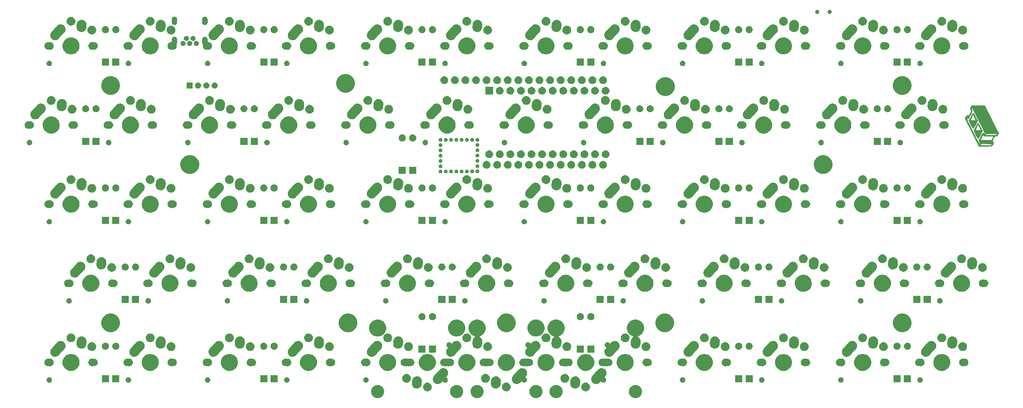
<source format=gbr>
G04 #@! TF.GenerationSoftware,KiCad,Pcbnew,(5.1.5-0-10_14)*
G04 #@! TF.CreationDate,2020-01-18T18:56:08-08:00*
G04 #@! TF.ProjectId,BRZ60_BLE_0.1,42525a36-305f-4424-9c45-5f302e312e6b,rev?*
G04 #@! TF.SameCoordinates,Original*
G04 #@! TF.FileFunction,Soldermask,Top*
G04 #@! TF.FilePolarity,Negative*
%FSLAX46Y46*%
G04 Gerber Fmt 4.6, Leading zero omitted, Abs format (unit mm)*
G04 Created by KiCad (PCBNEW (5.1.5-0-10_14)) date 2020-01-18 18:56:08*
%MOMM*%
%LPD*%
G04 APERTURE LIST*
%ADD10C,0.010000*%
%ADD11C,0.100000*%
G04 APERTURE END LIST*
D10*
G36*
X307248129Y-59769834D02*
G01*
X307434579Y-59408524D01*
X307601160Y-59110153D01*
X307730769Y-58903695D01*
X307806306Y-58818126D01*
X307810304Y-58817334D01*
X307879354Y-58888917D01*
X308004228Y-59084350D01*
X308167823Y-59374656D01*
X308353036Y-59730861D01*
X308372508Y-59769834D01*
X308846609Y-60722334D01*
X308372537Y-61674834D01*
X308186087Y-62036143D01*
X308019506Y-62334515D01*
X307889896Y-62540973D01*
X307814360Y-62626541D01*
X307810361Y-62627334D01*
X307810333Y-62627305D01*
X307810333Y-60595334D01*
X308113882Y-60590321D01*
X308338421Y-60577062D01*
X308442566Y-60558224D01*
X308445333Y-60554401D01*
X308410290Y-60464892D01*
X308316919Y-60261983D01*
X308182863Y-59983611D01*
X308129672Y-59875529D01*
X307814011Y-59237590D01*
X307498862Y-59852962D01*
X307352117Y-60145861D01*
X307240657Y-60380405D01*
X307183329Y-60516524D01*
X307179523Y-60531834D01*
X307255163Y-60562167D01*
X307459082Y-60584615D01*
X307750269Y-60595050D01*
X307810333Y-60595334D01*
X307810333Y-62627305D01*
X307741312Y-62555751D01*
X307616438Y-62360318D01*
X307452843Y-62070011D01*
X307267629Y-61713807D01*
X307248158Y-61674834D01*
X306774056Y-60722334D01*
X307248129Y-59769834D01*
G37*
X307248129Y-59769834D02*
X307434579Y-59408524D01*
X307601160Y-59110153D01*
X307730769Y-58903695D01*
X307806306Y-58818126D01*
X307810304Y-58817334D01*
X307879354Y-58888917D01*
X308004228Y-59084350D01*
X308167823Y-59374656D01*
X308353036Y-59730861D01*
X308372508Y-59769834D01*
X308846609Y-60722334D01*
X308372537Y-61674834D01*
X308186087Y-62036143D01*
X308019506Y-62334515D01*
X307889896Y-62540973D01*
X307814360Y-62626541D01*
X307810361Y-62627334D01*
X307810333Y-62627305D01*
X307810333Y-60595334D01*
X308113882Y-60590321D01*
X308338421Y-60577062D01*
X308442566Y-60558224D01*
X308445333Y-60554401D01*
X308410290Y-60464892D01*
X308316919Y-60261983D01*
X308182863Y-59983611D01*
X308129672Y-59875529D01*
X307814011Y-59237590D01*
X307498862Y-59852962D01*
X307352117Y-60145861D01*
X307240657Y-60380405D01*
X307183329Y-60516524D01*
X307179523Y-60531834D01*
X307255163Y-60562167D01*
X307459082Y-60584615D01*
X307750269Y-60595050D01*
X307810333Y-60595334D01*
X307810333Y-62627305D01*
X307741312Y-62555751D01*
X307616438Y-62360318D01*
X307452843Y-62070011D01*
X307267629Y-61713807D01*
X307248158Y-61674834D01*
X306774056Y-60722334D01*
X307248129Y-59769834D01*
G36*
X308058373Y-62959168D02*
G01*
X308155341Y-62724268D01*
X308294676Y-62423969D01*
X308458151Y-62093940D01*
X308627537Y-61769849D01*
X308784607Y-61487366D01*
X308911133Y-61282159D01*
X308988888Y-61189898D01*
X308995505Y-61188000D01*
X309053896Y-61258043D01*
X309169552Y-61445315D01*
X309324123Y-61715532D01*
X309499259Y-62034412D01*
X309676609Y-62367671D01*
X309837823Y-62681024D01*
X309964552Y-62940190D01*
X310038445Y-63110884D01*
X310049638Y-63157434D01*
X310011940Y-63236186D01*
X309912431Y-63435889D01*
X309766127Y-63726589D01*
X309588043Y-64078334D01*
X309583221Y-64087834D01*
X309395983Y-64440143D01*
X309226513Y-64728983D01*
X309093296Y-64924786D01*
X309014814Y-64997987D01*
X309014218Y-64998000D01*
X308995666Y-64980041D01*
X308995666Y-62966000D01*
X309299215Y-62960988D01*
X309523754Y-62947729D01*
X309627899Y-62928891D01*
X309630666Y-62925068D01*
X309595623Y-62835559D01*
X309502253Y-62632649D01*
X309368196Y-62354278D01*
X309315005Y-62246196D01*
X308999345Y-61608257D01*
X308684196Y-62223629D01*
X308537451Y-62516527D01*
X308425990Y-62751072D01*
X308368662Y-62887191D01*
X308364856Y-62902500D01*
X308440496Y-62932834D01*
X308644415Y-62955282D01*
X308935602Y-62965716D01*
X308995666Y-62966000D01*
X308995666Y-64980041D01*
X308940722Y-64926850D01*
X308815722Y-64737132D01*
X308657760Y-64464445D01*
X308485376Y-64144388D01*
X308317114Y-63812560D01*
X308171514Y-63504559D01*
X308067118Y-63255984D01*
X308022467Y-63102435D01*
X308022000Y-63093000D01*
X308058373Y-62959168D01*
G37*
X308058373Y-62959168D02*
X308155341Y-62724268D01*
X308294676Y-62423969D01*
X308458151Y-62093940D01*
X308627537Y-61769849D01*
X308784607Y-61487366D01*
X308911133Y-61282159D01*
X308988888Y-61189898D01*
X308995505Y-61188000D01*
X309053896Y-61258043D01*
X309169552Y-61445315D01*
X309324123Y-61715532D01*
X309499259Y-62034412D01*
X309676609Y-62367671D01*
X309837823Y-62681024D01*
X309964552Y-62940190D01*
X310038445Y-63110884D01*
X310049638Y-63157434D01*
X310011940Y-63236186D01*
X309912431Y-63435889D01*
X309766127Y-63726589D01*
X309588043Y-64078334D01*
X309583221Y-64087834D01*
X309395983Y-64440143D01*
X309226513Y-64728983D01*
X309093296Y-64924786D01*
X309014814Y-64997987D01*
X309014218Y-64998000D01*
X308995666Y-64980041D01*
X308995666Y-62966000D01*
X309299215Y-62960988D01*
X309523754Y-62947729D01*
X309627899Y-62928891D01*
X309630666Y-62925068D01*
X309595623Y-62835559D01*
X309502253Y-62632649D01*
X309368196Y-62354278D01*
X309315005Y-62246196D01*
X308999345Y-61608257D01*
X308684196Y-62223629D01*
X308537451Y-62516527D01*
X308425990Y-62751072D01*
X308368662Y-62887191D01*
X308364856Y-62902500D01*
X308440496Y-62932834D01*
X308644415Y-62955282D01*
X308935602Y-62965716D01*
X308995666Y-62966000D01*
X308995666Y-64980041D01*
X308940722Y-64926850D01*
X308815722Y-64737132D01*
X308657760Y-64464445D01*
X308485376Y-64144388D01*
X308317114Y-63812560D01*
X308171514Y-63504559D01*
X308067118Y-63255984D01*
X308022467Y-63102435D01*
X308022000Y-63093000D01*
X308058373Y-62959168D01*
G36*
X306050882Y-59773268D02*
G01*
X306200198Y-59557656D01*
X306363829Y-59455978D01*
X306536557Y-59425973D01*
X306705767Y-59398215D01*
X306829092Y-59326502D01*
X306944063Y-59174737D01*
X307088210Y-58906827D01*
X307099436Y-58884627D01*
X307359400Y-58369643D01*
X307210506Y-58039455D01*
X307121986Y-57822679D01*
X307110591Y-57672675D01*
X307180376Y-57503458D01*
X307240867Y-57395467D01*
X307420122Y-57081667D01*
X309012227Y-57058872D01*
X310604333Y-57036077D01*
X312276500Y-60382320D01*
X312624156Y-61078652D01*
X312947187Y-61726862D01*
X313237977Y-62311577D01*
X313488906Y-62817424D01*
X313692358Y-63229031D01*
X313840715Y-63531024D01*
X313926361Y-63708030D01*
X313944918Y-63749448D01*
X313903521Y-63827873D01*
X313803832Y-64000435D01*
X313754418Y-64083930D01*
X313596923Y-64298479D01*
X313422714Y-64397856D01*
X313271333Y-64422596D01*
X313102520Y-64451592D01*
X312976439Y-64528286D01*
X312854496Y-64688775D01*
X312709063Y-64948467D01*
X312569344Y-65218944D01*
X312500753Y-65398252D01*
X312494711Y-65544620D01*
X312542638Y-65716279D01*
X312580621Y-65820245D01*
X312659704Y-66058201D01*
X312670273Y-66221545D01*
X312608685Y-66392082D01*
X312550141Y-66504778D01*
X312382167Y-66818334D01*
X310841400Y-66840901D01*
X310841400Y-66606667D01*
X311392910Y-66601870D01*
X311796025Y-66585095D01*
X312071474Y-66552769D01*
X312239987Y-66501318D01*
X312322293Y-66427167D01*
X312340000Y-66348290D01*
X312260229Y-66325509D01*
X312040266Y-66299054D01*
X311709139Y-66271517D01*
X311295873Y-66245495D01*
X311051436Y-66233110D01*
X310554277Y-66211582D01*
X310199143Y-66201889D01*
X309959028Y-66205739D01*
X309806929Y-66224837D01*
X309715839Y-66260890D01*
X309658754Y-66315606D01*
X309654436Y-66321403D01*
X309651046Y-66327137D01*
X309651046Y-65378677D01*
X309880124Y-65378046D01*
X310219545Y-65372670D01*
X310639860Y-65362957D01*
X310909196Y-65355495D01*
X312230060Y-65316757D01*
X312442955Y-64882212D01*
X312655851Y-64447667D01*
X312075965Y-64435584D01*
X312075965Y-64151334D01*
X312596260Y-64149415D01*
X312971533Y-64140570D01*
X313226077Y-64120165D01*
X313384188Y-64083565D01*
X313470160Y-64026138D01*
X313508289Y-63943249D01*
X313518649Y-63876167D01*
X313441170Y-63854394D01*
X313222994Y-63835839D01*
X312892746Y-63821898D01*
X312479053Y-63813965D01*
X312215978Y-63812667D01*
X311716547Y-63814042D01*
X311359873Y-63820310D01*
X311119387Y-63834684D01*
X310968521Y-63860378D01*
X310880708Y-63900605D01*
X310829379Y-63958579D01*
X310816000Y-63982000D01*
X310787896Y-64045308D01*
X310797332Y-64090475D01*
X310867084Y-64120563D01*
X311019926Y-64138631D01*
X311278633Y-64147740D01*
X311665982Y-64150953D01*
X312075965Y-64151334D01*
X312075965Y-64435584D01*
X311525965Y-64424122D01*
X311067252Y-64412882D01*
X310748719Y-64398329D01*
X310541218Y-64375549D01*
X310415601Y-64339626D01*
X310342723Y-64285647D01*
X310297858Y-64217050D01*
X310245245Y-64140494D01*
X310189674Y-64138947D01*
X310112477Y-64233083D01*
X309994990Y-64443575D01*
X309867413Y-64693801D01*
X309721769Y-64990993D01*
X309615072Y-65223713D01*
X309563228Y-65356557D01*
X309561761Y-65374156D01*
X309651046Y-65378677D01*
X309651046Y-66327137D01*
X309566556Y-66470070D01*
X309546000Y-66538183D01*
X309625831Y-66561796D01*
X309846008Y-66581887D01*
X310177554Y-66596926D01*
X310591494Y-66605379D01*
X310841400Y-66606667D01*
X310841400Y-66840901D01*
X310815916Y-66841275D01*
X309383438Y-66862256D01*
X309383438Y-66251897D01*
X309386381Y-66247634D01*
X309405426Y-66050182D01*
X309317997Y-65803834D01*
X309172270Y-65498240D01*
X309655003Y-64528454D01*
X309841735Y-64163918D01*
X310006472Y-63861934D01*
X310132843Y-63651148D01*
X310204474Y-63560206D01*
X310209278Y-63558667D01*
X310291543Y-63627289D01*
X310384893Y-63787085D01*
X310468513Y-63933256D01*
X310534793Y-63934368D01*
X310566520Y-63892918D01*
X310634126Y-63776326D01*
X310645370Y-63748710D01*
X310609089Y-63670850D01*
X310504981Y-63457638D01*
X310341012Y-63125147D01*
X310125150Y-62689447D01*
X309865363Y-62166610D01*
X309569618Y-61572708D01*
X309245884Y-60923810D01*
X309113297Y-60658376D01*
X308779497Y-59991191D01*
X308468910Y-59372025D01*
X308189732Y-58817099D01*
X307950161Y-58342632D01*
X307758392Y-57964844D01*
X307622623Y-57699954D01*
X307551049Y-57564181D01*
X307542360Y-57549786D01*
X307474180Y-57573795D01*
X307430912Y-57629446D01*
X307413238Y-57805086D01*
X307477849Y-57982623D01*
X307551047Y-58142089D01*
X307581914Y-58288021D01*
X307562822Y-58454422D01*
X307486147Y-58675294D01*
X307344262Y-58984639D01*
X307177849Y-59320320D01*
X306941184Y-59773252D01*
X306760695Y-60074820D01*
X306631522Y-60231610D01*
X306548807Y-60250209D01*
X306522787Y-60208157D01*
X306455363Y-60073367D01*
X306411956Y-60002667D01*
X306331352Y-59919868D01*
X306255858Y-59988848D01*
X306251109Y-59996161D01*
X306256400Y-60081666D01*
X306320399Y-60271669D01*
X306446421Y-60573409D01*
X306637780Y-60994125D01*
X306897790Y-61541055D01*
X307229764Y-62221438D01*
X307637017Y-63042513D01*
X307741294Y-63251247D01*
X308147107Y-64059326D01*
X308485015Y-64724373D01*
X308760321Y-65256047D01*
X308978330Y-65664008D01*
X309144342Y-65957915D01*
X309263663Y-66147425D01*
X309341593Y-66242200D01*
X309383438Y-66251897D01*
X309383438Y-66862256D01*
X309249666Y-66864216D01*
X307558895Y-63479209D01*
X305868124Y-60094203D01*
X306050882Y-59773268D01*
G37*
X306050882Y-59773268D02*
X306200198Y-59557656D01*
X306363829Y-59455978D01*
X306536557Y-59425973D01*
X306705767Y-59398215D01*
X306829092Y-59326502D01*
X306944063Y-59174737D01*
X307088210Y-58906827D01*
X307099436Y-58884627D01*
X307359400Y-58369643D01*
X307210506Y-58039455D01*
X307121986Y-57822679D01*
X307110591Y-57672675D01*
X307180376Y-57503458D01*
X307240867Y-57395467D01*
X307420122Y-57081667D01*
X309012227Y-57058872D01*
X310604333Y-57036077D01*
X312276500Y-60382320D01*
X312624156Y-61078652D01*
X312947187Y-61726862D01*
X313237977Y-62311577D01*
X313488906Y-62817424D01*
X313692358Y-63229031D01*
X313840715Y-63531024D01*
X313926361Y-63708030D01*
X313944918Y-63749448D01*
X313903521Y-63827873D01*
X313803832Y-64000435D01*
X313754418Y-64083930D01*
X313596923Y-64298479D01*
X313422714Y-64397856D01*
X313271333Y-64422596D01*
X313102520Y-64451592D01*
X312976439Y-64528286D01*
X312854496Y-64688775D01*
X312709063Y-64948467D01*
X312569344Y-65218944D01*
X312500753Y-65398252D01*
X312494711Y-65544620D01*
X312542638Y-65716279D01*
X312580621Y-65820245D01*
X312659704Y-66058201D01*
X312670273Y-66221545D01*
X312608685Y-66392082D01*
X312550141Y-66504778D01*
X312382167Y-66818334D01*
X310841400Y-66840901D01*
X310841400Y-66606667D01*
X311392910Y-66601870D01*
X311796025Y-66585095D01*
X312071474Y-66552769D01*
X312239987Y-66501318D01*
X312322293Y-66427167D01*
X312340000Y-66348290D01*
X312260229Y-66325509D01*
X312040266Y-66299054D01*
X311709139Y-66271517D01*
X311295873Y-66245495D01*
X311051436Y-66233110D01*
X310554277Y-66211582D01*
X310199143Y-66201889D01*
X309959028Y-66205739D01*
X309806929Y-66224837D01*
X309715839Y-66260890D01*
X309658754Y-66315606D01*
X309654436Y-66321403D01*
X309651046Y-66327137D01*
X309651046Y-65378677D01*
X309880124Y-65378046D01*
X310219545Y-65372670D01*
X310639860Y-65362957D01*
X310909196Y-65355495D01*
X312230060Y-65316757D01*
X312442955Y-64882212D01*
X312655851Y-64447667D01*
X312075965Y-64435584D01*
X312075965Y-64151334D01*
X312596260Y-64149415D01*
X312971533Y-64140570D01*
X313226077Y-64120165D01*
X313384188Y-64083565D01*
X313470160Y-64026138D01*
X313508289Y-63943249D01*
X313518649Y-63876167D01*
X313441170Y-63854394D01*
X313222994Y-63835839D01*
X312892746Y-63821898D01*
X312479053Y-63813965D01*
X312215978Y-63812667D01*
X311716547Y-63814042D01*
X311359873Y-63820310D01*
X311119387Y-63834684D01*
X310968521Y-63860378D01*
X310880708Y-63900605D01*
X310829379Y-63958579D01*
X310816000Y-63982000D01*
X310787896Y-64045308D01*
X310797332Y-64090475D01*
X310867084Y-64120563D01*
X311019926Y-64138631D01*
X311278633Y-64147740D01*
X311665982Y-64150953D01*
X312075965Y-64151334D01*
X312075965Y-64435584D01*
X311525965Y-64424122D01*
X311067252Y-64412882D01*
X310748719Y-64398329D01*
X310541218Y-64375549D01*
X310415601Y-64339626D01*
X310342723Y-64285647D01*
X310297858Y-64217050D01*
X310245245Y-64140494D01*
X310189674Y-64138947D01*
X310112477Y-64233083D01*
X309994990Y-64443575D01*
X309867413Y-64693801D01*
X309721769Y-64990993D01*
X309615072Y-65223713D01*
X309563228Y-65356557D01*
X309561761Y-65374156D01*
X309651046Y-65378677D01*
X309651046Y-66327137D01*
X309566556Y-66470070D01*
X309546000Y-66538183D01*
X309625831Y-66561796D01*
X309846008Y-66581887D01*
X310177554Y-66596926D01*
X310591494Y-66605379D01*
X310841400Y-66606667D01*
X310841400Y-66840901D01*
X310815916Y-66841275D01*
X309383438Y-66862256D01*
X309383438Y-66251897D01*
X309386381Y-66247634D01*
X309405426Y-66050182D01*
X309317997Y-65803834D01*
X309172270Y-65498240D01*
X309655003Y-64528454D01*
X309841735Y-64163918D01*
X310006472Y-63861934D01*
X310132843Y-63651148D01*
X310204474Y-63560206D01*
X310209278Y-63558667D01*
X310291543Y-63627289D01*
X310384893Y-63787085D01*
X310468513Y-63933256D01*
X310534793Y-63934368D01*
X310566520Y-63892918D01*
X310634126Y-63776326D01*
X310645370Y-63748710D01*
X310609089Y-63670850D01*
X310504981Y-63457638D01*
X310341012Y-63125147D01*
X310125150Y-62689447D01*
X309865363Y-62166610D01*
X309569618Y-61572708D01*
X309245884Y-60923810D01*
X309113297Y-60658376D01*
X308779497Y-59991191D01*
X308468910Y-59372025D01*
X308189732Y-58817099D01*
X307950161Y-58342632D01*
X307758392Y-57964844D01*
X307622623Y-57699954D01*
X307551049Y-57564181D01*
X307542360Y-57549786D01*
X307474180Y-57573795D01*
X307430912Y-57629446D01*
X307413238Y-57805086D01*
X307477849Y-57982623D01*
X307551047Y-58142089D01*
X307581914Y-58288021D01*
X307562822Y-58454422D01*
X307486147Y-58675294D01*
X307344262Y-58984639D01*
X307177849Y-59320320D01*
X306941184Y-59773252D01*
X306760695Y-60074820D01*
X306631522Y-60231610D01*
X306548807Y-60250209D01*
X306522787Y-60208157D01*
X306455363Y-60073367D01*
X306411956Y-60002667D01*
X306331352Y-59919868D01*
X306255858Y-59988848D01*
X306251109Y-59996161D01*
X306256400Y-60081666D01*
X306320399Y-60271669D01*
X306446421Y-60573409D01*
X306637780Y-60994125D01*
X306897790Y-61541055D01*
X307229764Y-62221438D01*
X307637017Y-63042513D01*
X307741294Y-63251247D01*
X308147107Y-64059326D01*
X308485015Y-64724373D01*
X308760321Y-65256047D01*
X308978330Y-65664008D01*
X309144342Y-65957915D01*
X309263663Y-66147425D01*
X309341593Y-66242200D01*
X309383438Y-66251897D01*
X309383438Y-66862256D01*
X309249666Y-66864216D01*
X307558895Y-63479209D01*
X305868124Y-60094203D01*
X306050882Y-59773268D01*
D11*
G36*
X227008601Y-124173024D02*
G01*
X227247411Y-124220526D01*
X227314907Y-124248484D01*
X227534041Y-124339252D01*
X227598663Y-124382431D01*
X227792004Y-124511617D01*
X228011383Y-124730996D01*
X228094203Y-124854946D01*
X228183748Y-124988959D01*
X228302474Y-125275590D01*
X228363000Y-125579875D01*
X228363000Y-125890125D01*
X228302474Y-126194410D01*
X228183748Y-126481041D01*
X228183747Y-126481042D01*
X228011383Y-126739004D01*
X227792004Y-126958383D01*
X227619639Y-127073553D01*
X227534041Y-127130748D01*
X227366137Y-127200296D01*
X227247411Y-127249474D01*
X226943125Y-127310000D01*
X226632875Y-127310000D01*
X226328589Y-127249474D01*
X226209863Y-127200296D01*
X226041959Y-127130748D01*
X225956361Y-127073553D01*
X225783996Y-126958383D01*
X225564617Y-126739004D01*
X225392253Y-126481042D01*
X225392252Y-126481041D01*
X225273526Y-126194410D01*
X225213000Y-125890125D01*
X225213000Y-125579875D01*
X225273526Y-125275590D01*
X225392252Y-124988959D01*
X225481797Y-124854946D01*
X225564617Y-124730996D01*
X225783996Y-124511617D01*
X225977337Y-124382431D01*
X226041959Y-124339252D01*
X226261093Y-124248484D01*
X226328589Y-124220526D01*
X226567399Y-124173024D01*
X226632875Y-124160000D01*
X226943125Y-124160000D01*
X227008601Y-124173024D01*
G37*
G36*
X207958601Y-124173024D02*
G01*
X208197411Y-124220526D01*
X208264907Y-124248484D01*
X208484041Y-124339252D01*
X208548663Y-124382431D01*
X208742004Y-124511617D01*
X208961383Y-124730996D01*
X209044203Y-124854946D01*
X209133748Y-124988959D01*
X209252474Y-125275590D01*
X209313000Y-125579875D01*
X209313000Y-125890125D01*
X209252474Y-126194410D01*
X209133748Y-126481041D01*
X209133747Y-126481042D01*
X208961383Y-126739004D01*
X208742004Y-126958383D01*
X208569639Y-127073553D01*
X208484041Y-127130748D01*
X208316137Y-127200296D01*
X208197411Y-127249474D01*
X207893125Y-127310000D01*
X207582875Y-127310000D01*
X207278589Y-127249474D01*
X207159863Y-127200296D01*
X206991959Y-127130748D01*
X206906361Y-127073553D01*
X206733996Y-126958383D01*
X206514617Y-126739004D01*
X206342253Y-126481042D01*
X206342252Y-126481041D01*
X206223526Y-126194410D01*
X206163000Y-125890125D01*
X206163000Y-125579875D01*
X206223526Y-125275590D01*
X206342252Y-124988959D01*
X206431797Y-124854946D01*
X206514617Y-124730996D01*
X206733996Y-124511617D01*
X206927337Y-124382431D01*
X206991959Y-124339252D01*
X207211093Y-124248484D01*
X207278589Y-124220526D01*
X207517399Y-124173024D01*
X207582875Y-124160000D01*
X207893125Y-124160000D01*
X207958601Y-124173024D01*
G37*
G36*
X203132601Y-124173024D02*
G01*
X203371411Y-124220526D01*
X203438907Y-124248484D01*
X203658041Y-124339252D01*
X203722663Y-124382431D01*
X203916004Y-124511617D01*
X204135383Y-124730996D01*
X204218203Y-124854946D01*
X204307748Y-124988959D01*
X204426474Y-125275590D01*
X204487000Y-125579875D01*
X204487000Y-125890125D01*
X204426474Y-126194410D01*
X204307748Y-126481041D01*
X204307747Y-126481042D01*
X204135383Y-126739004D01*
X203916004Y-126958383D01*
X203743639Y-127073553D01*
X203658041Y-127130748D01*
X203490137Y-127200296D01*
X203371411Y-127249474D01*
X203067125Y-127310000D01*
X202756875Y-127310000D01*
X202452589Y-127249474D01*
X202333863Y-127200296D01*
X202165959Y-127130748D01*
X202080361Y-127073553D01*
X201907996Y-126958383D01*
X201688617Y-126739004D01*
X201516253Y-126481042D01*
X201516252Y-126481041D01*
X201397526Y-126194410D01*
X201337000Y-125890125D01*
X201337000Y-125579875D01*
X201397526Y-125275590D01*
X201516252Y-124988959D01*
X201605797Y-124854946D01*
X201688617Y-124730996D01*
X201907996Y-124511617D01*
X202101337Y-124382431D01*
X202165959Y-124339252D01*
X202385093Y-124248484D01*
X202452589Y-124220526D01*
X202691399Y-124173024D01*
X202756875Y-124160000D01*
X203067125Y-124160000D01*
X203132601Y-124173024D01*
G37*
G36*
X189008601Y-124173024D02*
G01*
X189247411Y-124220526D01*
X189314907Y-124248484D01*
X189534041Y-124339252D01*
X189598663Y-124382431D01*
X189792004Y-124511617D01*
X190011383Y-124730996D01*
X190094203Y-124854946D01*
X190183748Y-124988959D01*
X190302474Y-125275590D01*
X190363000Y-125579875D01*
X190363000Y-125890125D01*
X190302474Y-126194410D01*
X190183748Y-126481041D01*
X190183747Y-126481042D01*
X190011383Y-126739004D01*
X189792004Y-126958383D01*
X189619639Y-127073553D01*
X189534041Y-127130748D01*
X189366137Y-127200296D01*
X189247411Y-127249474D01*
X188943125Y-127310000D01*
X188632875Y-127310000D01*
X188328589Y-127249474D01*
X188209863Y-127200296D01*
X188041959Y-127130748D01*
X187956361Y-127073553D01*
X187783996Y-126958383D01*
X187564617Y-126739004D01*
X187392253Y-126481042D01*
X187392252Y-126481041D01*
X187273526Y-126194410D01*
X187213000Y-125890125D01*
X187213000Y-125579875D01*
X187273526Y-125275590D01*
X187392252Y-124988959D01*
X187481797Y-124854946D01*
X187564617Y-124730996D01*
X187783996Y-124511617D01*
X187977337Y-124382431D01*
X188041959Y-124339252D01*
X188261093Y-124248484D01*
X188328589Y-124220526D01*
X188567399Y-124173024D01*
X188632875Y-124160000D01*
X188943125Y-124160000D01*
X189008601Y-124173024D01*
G37*
G36*
X184082601Y-124173024D02*
G01*
X184321411Y-124220526D01*
X184388907Y-124248484D01*
X184608041Y-124339252D01*
X184672663Y-124382431D01*
X184866004Y-124511617D01*
X185085383Y-124730996D01*
X185168203Y-124854946D01*
X185257748Y-124988959D01*
X185376474Y-125275590D01*
X185437000Y-125579875D01*
X185437000Y-125890125D01*
X185376474Y-126194410D01*
X185257748Y-126481041D01*
X185257747Y-126481042D01*
X185085383Y-126739004D01*
X184866004Y-126958383D01*
X184693639Y-127073553D01*
X184608041Y-127130748D01*
X184440137Y-127200296D01*
X184321411Y-127249474D01*
X184017125Y-127310000D01*
X183706875Y-127310000D01*
X183402589Y-127249474D01*
X183283863Y-127200296D01*
X183115959Y-127130748D01*
X183030361Y-127073553D01*
X182857996Y-126958383D01*
X182638617Y-126739004D01*
X182466253Y-126481042D01*
X182466252Y-126481041D01*
X182347526Y-126194410D01*
X182287000Y-125890125D01*
X182287000Y-125579875D01*
X182347526Y-125275590D01*
X182466252Y-124988959D01*
X182555797Y-124854946D01*
X182638617Y-124730996D01*
X182857996Y-124511617D01*
X183051337Y-124382431D01*
X183115959Y-124339252D01*
X183335093Y-124248484D01*
X183402589Y-124220526D01*
X183641399Y-124173024D01*
X183706875Y-124160000D01*
X184017125Y-124160000D01*
X184082601Y-124173024D01*
G37*
G36*
X165132601Y-124173024D02*
G01*
X165371411Y-124220526D01*
X165438907Y-124248484D01*
X165658041Y-124339252D01*
X165722663Y-124382431D01*
X165916004Y-124511617D01*
X166135383Y-124730996D01*
X166218203Y-124854946D01*
X166307748Y-124988959D01*
X166426474Y-125275590D01*
X166487000Y-125579875D01*
X166487000Y-125890125D01*
X166426474Y-126194410D01*
X166307748Y-126481041D01*
X166307747Y-126481042D01*
X166135383Y-126739004D01*
X165916004Y-126958383D01*
X165743639Y-127073553D01*
X165658041Y-127130748D01*
X165490137Y-127200296D01*
X165371411Y-127249474D01*
X165067125Y-127310000D01*
X164756875Y-127310000D01*
X164452589Y-127249474D01*
X164333863Y-127200296D01*
X164165959Y-127130748D01*
X164080361Y-127073553D01*
X163907996Y-126958383D01*
X163688617Y-126739004D01*
X163516253Y-126481042D01*
X163516252Y-126481041D01*
X163397526Y-126194410D01*
X163337000Y-125890125D01*
X163337000Y-125579875D01*
X163397526Y-125275590D01*
X163516252Y-124988959D01*
X163605797Y-124854946D01*
X163688617Y-124730996D01*
X163907996Y-124511617D01*
X164101337Y-124382431D01*
X164165959Y-124339252D01*
X164385093Y-124248484D01*
X164452589Y-124220526D01*
X164691399Y-124173024D01*
X164756875Y-124160000D01*
X165067125Y-124160000D01*
X165132601Y-124173024D01*
G37*
G36*
X196106564Y-123639389D02*
G01*
X196287111Y-123714174D01*
X196297835Y-123718616D01*
X196469973Y-123833635D01*
X196616365Y-123980027D01*
X196722495Y-124138861D01*
X196731385Y-124152167D01*
X196810611Y-124343436D01*
X196851000Y-124546484D01*
X196851000Y-124753516D01*
X196810611Y-124956564D01*
X196731385Y-125147833D01*
X196731384Y-125147835D01*
X196616365Y-125319973D01*
X196469973Y-125466365D01*
X196297835Y-125581384D01*
X196297834Y-125581385D01*
X196297833Y-125581385D01*
X196106564Y-125660611D01*
X195903516Y-125701000D01*
X195696484Y-125701000D01*
X195493436Y-125660611D01*
X195302167Y-125581385D01*
X195302166Y-125581385D01*
X195302165Y-125581384D01*
X195130027Y-125466365D01*
X194983635Y-125319973D01*
X194868616Y-125147835D01*
X194868615Y-125147833D01*
X194789389Y-124956564D01*
X194749000Y-124753516D01*
X194749000Y-124546484D01*
X194789389Y-124343436D01*
X194868615Y-124152167D01*
X194877506Y-124138861D01*
X194983635Y-123980027D01*
X195130027Y-123833635D01*
X195302165Y-123718616D01*
X195312889Y-123714174D01*
X195493436Y-123639389D01*
X195696484Y-123599000D01*
X195903516Y-123599000D01*
X196106564Y-123639389D01*
G37*
G36*
X177156564Y-123639389D02*
G01*
X177337111Y-123714174D01*
X177347835Y-123718616D01*
X177519973Y-123833635D01*
X177666365Y-123980027D01*
X177772495Y-124138861D01*
X177781385Y-124152167D01*
X177860611Y-124343436D01*
X177901000Y-124546484D01*
X177901000Y-124753516D01*
X177860611Y-124956564D01*
X177781385Y-125147833D01*
X177781384Y-125147835D01*
X177666365Y-125319973D01*
X177519973Y-125466365D01*
X177347835Y-125581384D01*
X177347834Y-125581385D01*
X177347833Y-125581385D01*
X177156564Y-125660611D01*
X176953516Y-125701000D01*
X176746484Y-125701000D01*
X176543436Y-125660611D01*
X176352167Y-125581385D01*
X176352166Y-125581385D01*
X176352165Y-125581384D01*
X176180027Y-125466365D01*
X176033635Y-125319973D01*
X175918616Y-125147835D01*
X175918615Y-125147833D01*
X175839389Y-124956564D01*
X175799000Y-124753516D01*
X175799000Y-124546484D01*
X175839389Y-124343436D01*
X175918615Y-124152167D01*
X175927506Y-124138861D01*
X176033635Y-123980027D01*
X176180027Y-123833635D01*
X176352165Y-123718616D01*
X176362889Y-123714174D01*
X176543436Y-123639389D01*
X176746484Y-123599000D01*
X176953516Y-123599000D01*
X177156564Y-123639389D01*
G37*
G36*
X215156564Y-123639389D02*
G01*
X215337111Y-123714174D01*
X215347835Y-123718616D01*
X215519973Y-123833635D01*
X215666365Y-123980027D01*
X215772495Y-124138861D01*
X215781385Y-124152167D01*
X215860611Y-124343436D01*
X215901000Y-124546484D01*
X215901000Y-124753516D01*
X215860611Y-124956564D01*
X215781385Y-125147833D01*
X215781384Y-125147835D01*
X215666365Y-125319973D01*
X215519973Y-125466365D01*
X215347835Y-125581384D01*
X215347834Y-125581385D01*
X215347833Y-125581385D01*
X215156564Y-125660611D01*
X214953516Y-125701000D01*
X214746484Y-125701000D01*
X214543436Y-125660611D01*
X214352167Y-125581385D01*
X214352166Y-125581385D01*
X214352165Y-125581384D01*
X214180027Y-125466365D01*
X214033635Y-125319973D01*
X213918616Y-125147835D01*
X213918615Y-125147833D01*
X213839389Y-124956564D01*
X213799000Y-124753516D01*
X213799000Y-124546484D01*
X213839389Y-124343436D01*
X213918615Y-124152167D01*
X213927506Y-124138861D01*
X214033635Y-123980027D01*
X214180027Y-123833635D01*
X214352165Y-123718616D01*
X214362889Y-123714174D01*
X214543436Y-123639389D01*
X214746484Y-123599000D01*
X214953516Y-123599000D01*
X215156564Y-123639389D01*
G37*
G36*
X193608829Y-122109380D02*
G01*
X193608831Y-122109381D01*
X193608833Y-122109381D01*
X193709555Y-122147592D01*
X193825419Y-122191547D01*
X194021818Y-122314389D01*
X194190477Y-122473186D01*
X194324915Y-122661836D01*
X194419967Y-122873089D01*
X194419968Y-122873093D01*
X194471980Y-123098825D01*
X194474235Y-123173727D01*
X194477206Y-123272348D01*
X194436288Y-123872554D01*
X194436000Y-123881032D01*
X194436000Y-123945826D01*
X194420167Y-124025423D01*
X194419515Y-124028982D01*
X194401078Y-124138861D01*
X194401077Y-124138865D01*
X194397466Y-124148383D01*
X194391743Y-124168323D01*
X194390807Y-124173027D01*
X194359511Y-124248583D01*
X194358183Y-124251931D01*
X194318911Y-124355451D01*
X194313571Y-124363988D01*
X194304074Y-124382419D01*
X194302158Y-124387045D01*
X194302156Y-124387048D01*
X194256131Y-124455929D01*
X194254118Y-124459041D01*
X194196069Y-124551850D01*
X194189316Y-124559023D01*
X194176407Y-124575245D01*
X194173461Y-124579654D01*
X194113704Y-124639411D01*
X194111115Y-124642080D01*
X194037272Y-124720509D01*
X194029519Y-124726034D01*
X194013674Y-124739441D01*
X194009654Y-124743461D01*
X193963175Y-124774516D01*
X193937637Y-124791580D01*
X193934604Y-124793674D01*
X193848623Y-124854947D01*
X193840292Y-124858696D01*
X193822145Y-124868750D01*
X193817047Y-124872157D01*
X193817046Y-124872158D01*
X193817045Y-124872158D01*
X193734698Y-124906267D01*
X193731366Y-124907706D01*
X193637370Y-124949999D01*
X193628916Y-124951947D01*
X193609162Y-124958266D01*
X193603027Y-124960807D01*
X193512967Y-124978721D01*
X193509287Y-124979511D01*
X193411633Y-125002011D01*
X193403478Y-125002257D01*
X193382856Y-125004602D01*
X193375826Y-125006000D01*
X193281060Y-125006000D01*
X193277303Y-125006057D01*
X193180087Y-125008985D01*
X193172559Y-125007722D01*
X193151888Y-125006000D01*
X193144174Y-125006000D01*
X193048267Y-124986923D01*
X193044669Y-124986263D01*
X192951629Y-124970652D01*
X192945007Y-124968140D01*
X192925064Y-124962416D01*
X192916973Y-124960807D01*
X192823889Y-124922250D01*
X192820522Y-124920914D01*
X192735039Y-124888485D01*
X192735034Y-124888483D01*
X192729485Y-124885012D01*
X192711044Y-124875509D01*
X192702955Y-124872158D01*
X192616869Y-124814637D01*
X192613800Y-124812654D01*
X192538640Y-124765643D01*
X192534230Y-124761491D01*
X192518001Y-124748576D01*
X192510346Y-124743461D01*
X192435416Y-124668531D01*
X192432743Y-124665938D01*
X192369981Y-124606846D01*
X192366727Y-124602280D01*
X192353321Y-124586436D01*
X192346539Y-124579654D01*
X192286504Y-124489805D01*
X192284366Y-124486707D01*
X192235543Y-124418197D01*
X192233393Y-124413418D01*
X192223343Y-124395278D01*
X192217842Y-124387045D01*
X192175846Y-124285657D01*
X192174362Y-124282222D01*
X192160757Y-124251984D01*
X192140491Y-124206944D01*
X192139379Y-124202118D01*
X192133058Y-124182357D01*
X192129193Y-124173026D01*
X192107561Y-124064275D01*
X192106775Y-124060614D01*
X192088478Y-123981206D01*
X192088335Y-123976454D01*
X192085991Y-123955835D01*
X192084000Y-123945825D01*
X192084000Y-123834359D01*
X192083944Y-123830653D01*
X192083252Y-123807685D01*
X192083712Y-123800934D01*
X192084000Y-123792468D01*
X192084000Y-123714172D01*
X192090995Y-123679004D01*
X192093107Y-123663131D01*
X192130653Y-123112379D01*
X192159380Y-122941171D01*
X192241546Y-122724581D01*
X192364389Y-122528182D01*
X192523186Y-122359523D01*
X192711835Y-122225085D01*
X192923088Y-122130033D01*
X193148825Y-122078020D01*
X193271787Y-122074317D01*
X193380371Y-122071047D01*
X193608829Y-122109380D01*
G37*
G36*
X174658829Y-122109380D02*
G01*
X174658831Y-122109381D01*
X174658833Y-122109381D01*
X174759555Y-122147592D01*
X174875419Y-122191547D01*
X175071818Y-122314389D01*
X175240477Y-122473186D01*
X175374915Y-122661836D01*
X175469967Y-122873089D01*
X175469968Y-122873093D01*
X175521980Y-123098825D01*
X175524235Y-123173727D01*
X175527206Y-123272348D01*
X175486288Y-123872554D01*
X175486000Y-123881032D01*
X175486000Y-123945826D01*
X175470167Y-124025423D01*
X175469515Y-124028982D01*
X175451078Y-124138861D01*
X175451077Y-124138865D01*
X175447466Y-124148383D01*
X175441743Y-124168323D01*
X175440807Y-124173027D01*
X175409511Y-124248583D01*
X175408183Y-124251931D01*
X175368911Y-124355451D01*
X175363571Y-124363988D01*
X175354074Y-124382419D01*
X175352158Y-124387045D01*
X175352156Y-124387048D01*
X175306131Y-124455929D01*
X175304118Y-124459041D01*
X175246069Y-124551850D01*
X175239316Y-124559023D01*
X175226407Y-124575245D01*
X175223461Y-124579654D01*
X175163704Y-124639411D01*
X175161115Y-124642080D01*
X175087272Y-124720509D01*
X175079519Y-124726034D01*
X175063674Y-124739441D01*
X175059654Y-124743461D01*
X175013175Y-124774516D01*
X174987637Y-124791580D01*
X174984604Y-124793674D01*
X174898623Y-124854947D01*
X174890292Y-124858696D01*
X174872145Y-124868750D01*
X174867047Y-124872157D01*
X174867046Y-124872158D01*
X174867045Y-124872158D01*
X174784698Y-124906267D01*
X174781366Y-124907706D01*
X174687370Y-124949999D01*
X174678916Y-124951947D01*
X174659162Y-124958266D01*
X174653027Y-124960807D01*
X174562967Y-124978721D01*
X174559287Y-124979511D01*
X174461633Y-125002011D01*
X174453478Y-125002257D01*
X174432856Y-125004602D01*
X174425826Y-125006000D01*
X174331060Y-125006000D01*
X174327303Y-125006057D01*
X174230087Y-125008985D01*
X174222559Y-125007722D01*
X174201888Y-125006000D01*
X174194174Y-125006000D01*
X174098267Y-124986923D01*
X174094669Y-124986263D01*
X174001629Y-124970652D01*
X173995007Y-124968140D01*
X173975064Y-124962416D01*
X173966973Y-124960807D01*
X173873889Y-124922250D01*
X173870522Y-124920914D01*
X173785039Y-124888485D01*
X173785034Y-124888483D01*
X173779485Y-124885012D01*
X173761044Y-124875509D01*
X173752955Y-124872158D01*
X173666869Y-124814637D01*
X173663800Y-124812654D01*
X173588640Y-124765643D01*
X173584230Y-124761491D01*
X173568001Y-124748576D01*
X173560346Y-124743461D01*
X173485416Y-124668531D01*
X173482743Y-124665938D01*
X173419981Y-124606846D01*
X173416727Y-124602280D01*
X173403321Y-124586436D01*
X173396539Y-124579654D01*
X173336504Y-124489805D01*
X173334366Y-124486707D01*
X173285543Y-124418197D01*
X173283393Y-124413418D01*
X173273343Y-124395278D01*
X173267842Y-124387045D01*
X173225846Y-124285657D01*
X173224362Y-124282222D01*
X173210757Y-124251984D01*
X173190491Y-124206944D01*
X173189379Y-124202118D01*
X173183058Y-124182357D01*
X173179193Y-124173026D01*
X173157561Y-124064275D01*
X173156775Y-124060614D01*
X173138478Y-123981206D01*
X173138335Y-123976454D01*
X173135991Y-123955835D01*
X173134000Y-123945825D01*
X173134000Y-123834359D01*
X173133944Y-123830653D01*
X173133252Y-123807685D01*
X173133712Y-123800934D01*
X173134000Y-123792468D01*
X173134000Y-123714172D01*
X173140995Y-123679004D01*
X173143107Y-123663131D01*
X173180653Y-123112379D01*
X173209380Y-122941171D01*
X173291546Y-122724581D01*
X173414389Y-122528182D01*
X173573186Y-122359523D01*
X173761835Y-122225085D01*
X173973088Y-122130033D01*
X174198825Y-122078020D01*
X174321787Y-122074317D01*
X174430371Y-122071047D01*
X174658829Y-122109380D01*
G37*
G36*
X212658829Y-122109380D02*
G01*
X212658831Y-122109381D01*
X212658833Y-122109381D01*
X212759555Y-122147592D01*
X212875419Y-122191547D01*
X213071818Y-122314389D01*
X213240477Y-122473186D01*
X213374915Y-122661836D01*
X213469967Y-122873089D01*
X213469968Y-122873093D01*
X213521980Y-123098825D01*
X213524235Y-123173727D01*
X213527206Y-123272348D01*
X213486288Y-123872554D01*
X213486000Y-123881032D01*
X213486000Y-123945826D01*
X213470167Y-124025423D01*
X213469515Y-124028982D01*
X213451078Y-124138861D01*
X213451077Y-124138865D01*
X213447466Y-124148383D01*
X213441743Y-124168323D01*
X213440807Y-124173027D01*
X213409511Y-124248583D01*
X213408183Y-124251931D01*
X213368911Y-124355451D01*
X213363571Y-124363988D01*
X213354074Y-124382419D01*
X213352158Y-124387045D01*
X213352156Y-124387048D01*
X213306131Y-124455929D01*
X213304118Y-124459041D01*
X213246069Y-124551850D01*
X213239316Y-124559023D01*
X213226407Y-124575245D01*
X213223461Y-124579654D01*
X213163704Y-124639411D01*
X213161115Y-124642080D01*
X213087272Y-124720509D01*
X213079519Y-124726034D01*
X213063674Y-124739441D01*
X213059654Y-124743461D01*
X213013175Y-124774516D01*
X212987637Y-124791580D01*
X212984604Y-124793674D01*
X212898623Y-124854947D01*
X212890292Y-124858696D01*
X212872145Y-124868750D01*
X212867047Y-124872157D01*
X212867046Y-124872158D01*
X212867045Y-124872158D01*
X212784698Y-124906267D01*
X212781366Y-124907706D01*
X212687370Y-124949999D01*
X212678916Y-124951947D01*
X212659162Y-124958266D01*
X212653027Y-124960807D01*
X212562967Y-124978721D01*
X212559287Y-124979511D01*
X212461633Y-125002011D01*
X212453478Y-125002257D01*
X212432856Y-125004602D01*
X212425826Y-125006000D01*
X212331060Y-125006000D01*
X212327303Y-125006057D01*
X212230087Y-125008985D01*
X212222559Y-125007722D01*
X212201888Y-125006000D01*
X212194174Y-125006000D01*
X212098267Y-124986923D01*
X212094669Y-124986263D01*
X212001629Y-124970652D01*
X211995007Y-124968140D01*
X211975064Y-124962416D01*
X211966973Y-124960807D01*
X211873889Y-124922250D01*
X211870522Y-124920914D01*
X211785039Y-124888485D01*
X211785034Y-124888483D01*
X211779485Y-124885012D01*
X211761044Y-124875509D01*
X211752955Y-124872158D01*
X211666869Y-124814637D01*
X211663800Y-124812654D01*
X211588640Y-124765643D01*
X211584230Y-124761491D01*
X211568001Y-124748576D01*
X211560346Y-124743461D01*
X211485416Y-124668531D01*
X211482743Y-124665938D01*
X211419981Y-124606846D01*
X211416727Y-124602280D01*
X211403321Y-124586436D01*
X211396539Y-124579654D01*
X211336504Y-124489805D01*
X211334366Y-124486707D01*
X211285543Y-124418197D01*
X211283393Y-124413418D01*
X211273343Y-124395278D01*
X211267842Y-124387045D01*
X211225846Y-124285657D01*
X211224362Y-124282222D01*
X211210757Y-124251984D01*
X211190491Y-124206944D01*
X211189379Y-124202118D01*
X211183058Y-124182357D01*
X211179193Y-124173026D01*
X211157561Y-124064275D01*
X211156775Y-124060614D01*
X211138478Y-123981206D01*
X211138335Y-123976454D01*
X211135991Y-123955835D01*
X211134000Y-123945825D01*
X211134000Y-123834359D01*
X211133944Y-123830653D01*
X211133252Y-123807685D01*
X211133712Y-123800934D01*
X211134000Y-123792468D01*
X211134000Y-123714172D01*
X211140995Y-123679004D01*
X211143107Y-123663131D01*
X211180653Y-123112379D01*
X211209380Y-122941171D01*
X211291546Y-122724581D01*
X211414389Y-122528182D01*
X211573186Y-122359523D01*
X211761835Y-122225085D01*
X211973088Y-122130033D01*
X212198825Y-122078020D01*
X212321787Y-122074317D01*
X212430371Y-122071047D01*
X212658829Y-122109380D01*
G37*
G36*
X218827522Y-120120245D02*
G01*
X219052511Y-120175404D01*
X219157279Y-120224314D01*
X219262420Y-120273398D01*
X219350958Y-120338377D01*
X219449171Y-120410455D01*
X219605597Y-120581315D01*
X219725686Y-120779409D01*
X219804821Y-120997125D01*
X219804821Y-120997126D01*
X219839960Y-121226092D01*
X219839960Y-121226096D01*
X219829755Y-121457522D01*
X219774596Y-121682512D01*
X219720214Y-121799001D01*
X219676604Y-121892418D01*
X219642969Y-121938247D01*
X219573891Y-122032372D01*
X219573885Y-122032379D01*
X219573884Y-122032380D01*
X219417009Y-122207220D01*
X219402511Y-122226974D01*
X219392145Y-122249178D01*
X219386310Y-122272977D01*
X219385231Y-122297458D01*
X219388948Y-122321678D01*
X219397319Y-122344708D01*
X219410022Y-122365663D01*
X219426569Y-122383736D01*
X219440601Y-122394631D01*
X219514988Y-122444335D01*
X219605666Y-122535013D01*
X219671923Y-122634173D01*
X219676911Y-122641639D01*
X219725984Y-122760111D01*
X219745170Y-122856565D01*
X219751001Y-122885883D01*
X219751001Y-123014119D01*
X219725984Y-123139891D01*
X219676910Y-123258365D01*
X219605666Y-123364989D01*
X219514989Y-123455666D01*
X219408365Y-123526910D01*
X219408364Y-123526911D01*
X219408363Y-123526911D01*
X219289891Y-123575984D01*
X219164120Y-123601001D01*
X219035882Y-123601001D01*
X218910111Y-123575984D01*
X218791639Y-123526911D01*
X218791638Y-123526911D01*
X218791637Y-123526910D01*
X218685013Y-123455666D01*
X218594334Y-123364987D01*
X218591529Y-123360789D01*
X218575984Y-123341848D01*
X218557042Y-123326303D01*
X218535431Y-123314752D01*
X218511982Y-123307639D01*
X218487596Y-123305237D01*
X218463210Y-123307639D01*
X218439761Y-123314752D01*
X218418150Y-123326304D01*
X218394562Y-123346755D01*
X218296842Y-123455666D01*
X218287164Y-123466452D01*
X218276273Y-123480479D01*
X218263459Y-123499656D01*
X218206599Y-123556516D01*
X218201952Y-123561423D01*
X218186739Y-123578378D01*
X218165056Y-123598230D01*
X218161117Y-123601998D01*
X218099655Y-123663460D01*
X218085931Y-123672630D01*
X218070976Y-123684362D01*
X218058695Y-123695605D01*
X217983918Y-123740937D01*
X217979350Y-123743845D01*
X217907045Y-123792158D01*
X217891776Y-123798483D01*
X217874851Y-123807055D01*
X217860601Y-123815694D01*
X217778434Y-123845559D01*
X217773392Y-123847519D01*
X217693027Y-123880807D01*
X217676822Y-123884030D01*
X217658527Y-123889142D01*
X217642885Y-123894828D01*
X217556547Y-123908078D01*
X217551130Y-123909032D01*
X217465827Y-123926000D01*
X217449305Y-123926000D01*
X217430343Y-123927447D01*
X217413918Y-123929968D01*
X217413914Y-123929968D01*
X217326654Y-123926120D01*
X217321186Y-123926000D01*
X217234173Y-123926000D01*
X217217955Y-123922774D01*
X217199095Y-123920495D01*
X217182489Y-123919763D01*
X217097679Y-123898971D01*
X217092386Y-123897797D01*
X217023171Y-123884029D01*
X217006972Y-123880807D01*
X216991679Y-123874472D01*
X216973620Y-123868556D01*
X216957499Y-123864604D01*
X216878440Y-123827696D01*
X216873469Y-123825508D01*
X216792955Y-123792158D01*
X216779171Y-123782948D01*
X216762615Y-123773625D01*
X216747594Y-123766612D01*
X216677331Y-123715046D01*
X216672832Y-123711894D01*
X216600346Y-123663461D01*
X216588616Y-123651731D01*
X216574185Y-123639347D01*
X216560843Y-123629555D01*
X216560840Y-123629553D01*
X216502021Y-123565307D01*
X216498236Y-123561351D01*
X216436541Y-123499656D01*
X216427314Y-123485847D01*
X216415586Y-123470897D01*
X216404413Y-123458693D01*
X216359273Y-123384232D01*
X216356359Y-123379656D01*
X216307842Y-123307045D01*
X216301478Y-123291682D01*
X216292900Y-123274745D01*
X216284324Y-123260599D01*
X216254591Y-123178797D01*
X216252637Y-123173767D01*
X216219193Y-123093027D01*
X216215947Y-123076709D01*
X216210833Y-123058408D01*
X216205190Y-123042883D01*
X216192003Y-122956957D01*
X216191048Y-122951533D01*
X216174000Y-122865827D01*
X216174000Y-122849186D01*
X216172553Y-122830224D01*
X216170050Y-122813916D01*
X216171200Y-122787842D01*
X216173880Y-122727060D01*
X216174000Y-122721592D01*
X216174000Y-122634173D01*
X216177249Y-122617839D01*
X216179528Y-122598980D01*
X216180255Y-122582487D01*
X216200956Y-122498050D01*
X216202131Y-122492752D01*
X216219193Y-122406973D01*
X216225576Y-122391564D01*
X216231487Y-122373516D01*
X216235414Y-122357497D01*
X216272173Y-122278757D01*
X216274354Y-122273801D01*
X216307842Y-122192955D01*
X216317106Y-122179091D01*
X216326434Y-122162527D01*
X216333405Y-122147594D01*
X216346293Y-122130033D01*
X216384801Y-122077563D01*
X216387940Y-122073080D01*
X216436539Y-122000346D01*
X216493728Y-121943157D01*
X216498378Y-121938247D01*
X217823261Y-120461640D01*
X217823267Y-120461635D01*
X217823271Y-120461630D01*
X217951314Y-120344403D01*
X218149408Y-120224314D01*
X218367124Y-120145179D01*
X218443448Y-120133466D01*
X218596091Y-120110040D01*
X218596095Y-120110040D01*
X218827522Y-120120245D01*
G37*
G36*
X180827522Y-120120245D02*
G01*
X181052511Y-120175404D01*
X181157279Y-120224314D01*
X181262420Y-120273398D01*
X181350958Y-120338377D01*
X181449171Y-120410455D01*
X181605597Y-120581315D01*
X181725686Y-120779409D01*
X181804821Y-120997125D01*
X181804821Y-120997126D01*
X181839960Y-121226092D01*
X181839960Y-121226096D01*
X181829755Y-121457522D01*
X181774596Y-121682512D01*
X181720214Y-121799001D01*
X181676604Y-121892418D01*
X181642969Y-121938247D01*
X181573891Y-122032372D01*
X181573885Y-122032379D01*
X181573884Y-122032380D01*
X181417009Y-122207220D01*
X181402511Y-122226974D01*
X181392145Y-122249178D01*
X181386310Y-122272977D01*
X181385231Y-122297458D01*
X181388948Y-122321678D01*
X181397319Y-122344708D01*
X181410022Y-122365663D01*
X181426569Y-122383736D01*
X181440601Y-122394631D01*
X181514988Y-122444335D01*
X181605666Y-122535013D01*
X181671923Y-122634173D01*
X181676911Y-122641639D01*
X181725984Y-122760111D01*
X181745170Y-122856565D01*
X181751001Y-122885883D01*
X181751001Y-123014119D01*
X181725984Y-123139891D01*
X181676910Y-123258365D01*
X181605666Y-123364989D01*
X181514989Y-123455666D01*
X181408365Y-123526910D01*
X181408364Y-123526911D01*
X181408363Y-123526911D01*
X181289891Y-123575984D01*
X181164120Y-123601001D01*
X181035882Y-123601001D01*
X180910111Y-123575984D01*
X180791639Y-123526911D01*
X180791638Y-123526911D01*
X180791637Y-123526910D01*
X180685013Y-123455666D01*
X180594334Y-123364987D01*
X180591529Y-123360789D01*
X180575984Y-123341848D01*
X180557042Y-123326303D01*
X180535431Y-123314752D01*
X180511982Y-123307639D01*
X180487596Y-123305237D01*
X180463210Y-123307639D01*
X180439761Y-123314752D01*
X180418150Y-123326304D01*
X180394562Y-123346755D01*
X180296842Y-123455666D01*
X180287164Y-123466452D01*
X180276273Y-123480479D01*
X180263459Y-123499656D01*
X180206599Y-123556516D01*
X180201952Y-123561423D01*
X180186739Y-123578378D01*
X180165056Y-123598230D01*
X180161117Y-123601998D01*
X180099655Y-123663460D01*
X180085931Y-123672630D01*
X180070976Y-123684362D01*
X180058695Y-123695605D01*
X179983918Y-123740937D01*
X179979350Y-123743845D01*
X179907045Y-123792158D01*
X179891776Y-123798483D01*
X179874851Y-123807055D01*
X179860601Y-123815694D01*
X179778434Y-123845559D01*
X179773392Y-123847519D01*
X179693027Y-123880807D01*
X179676822Y-123884030D01*
X179658527Y-123889142D01*
X179642885Y-123894828D01*
X179556547Y-123908078D01*
X179551130Y-123909032D01*
X179465827Y-123926000D01*
X179449305Y-123926000D01*
X179430343Y-123927447D01*
X179413918Y-123929968D01*
X179413914Y-123929968D01*
X179326654Y-123926120D01*
X179321186Y-123926000D01*
X179234173Y-123926000D01*
X179217955Y-123922774D01*
X179199095Y-123920495D01*
X179182489Y-123919763D01*
X179097679Y-123898971D01*
X179092386Y-123897797D01*
X179023171Y-123884029D01*
X179006972Y-123880807D01*
X178991679Y-123874472D01*
X178973620Y-123868556D01*
X178957499Y-123864604D01*
X178878440Y-123827696D01*
X178873469Y-123825508D01*
X178792955Y-123792158D01*
X178779171Y-123782948D01*
X178762615Y-123773625D01*
X178747594Y-123766612D01*
X178677331Y-123715046D01*
X178672832Y-123711894D01*
X178600346Y-123663461D01*
X178588616Y-123651731D01*
X178574185Y-123639347D01*
X178560843Y-123629555D01*
X178560840Y-123629553D01*
X178502021Y-123565307D01*
X178498236Y-123561351D01*
X178436541Y-123499656D01*
X178427314Y-123485847D01*
X178415586Y-123470897D01*
X178404413Y-123458693D01*
X178359273Y-123384232D01*
X178356359Y-123379656D01*
X178307842Y-123307045D01*
X178301478Y-123291682D01*
X178292900Y-123274745D01*
X178284324Y-123260599D01*
X178254591Y-123178797D01*
X178252637Y-123173767D01*
X178219193Y-123093027D01*
X178215947Y-123076709D01*
X178210833Y-123058408D01*
X178205190Y-123042883D01*
X178192003Y-122956957D01*
X178191048Y-122951533D01*
X178174000Y-122865827D01*
X178174000Y-122849186D01*
X178172553Y-122830224D01*
X178170050Y-122813916D01*
X178171200Y-122787842D01*
X178173880Y-122727060D01*
X178174000Y-122721592D01*
X178174000Y-122634173D01*
X178177249Y-122617839D01*
X178179528Y-122598980D01*
X178180255Y-122582487D01*
X178200956Y-122498050D01*
X178202131Y-122492752D01*
X178219193Y-122406973D01*
X178225576Y-122391564D01*
X178231487Y-122373516D01*
X178235414Y-122357497D01*
X178272173Y-122278757D01*
X178274354Y-122273801D01*
X178307842Y-122192955D01*
X178317106Y-122179091D01*
X178326434Y-122162527D01*
X178333405Y-122147594D01*
X178346293Y-122130033D01*
X178384801Y-122077563D01*
X178387940Y-122073080D01*
X178436539Y-122000346D01*
X178493728Y-121943157D01*
X178498378Y-121938247D01*
X179823261Y-120461640D01*
X179823267Y-120461635D01*
X179823271Y-120461630D01*
X179951314Y-120344403D01*
X180149408Y-120224314D01*
X180367124Y-120145179D01*
X180443448Y-120133466D01*
X180596091Y-120110040D01*
X180596095Y-120110040D01*
X180827522Y-120120245D01*
G37*
G36*
X199777522Y-120120245D02*
G01*
X200002511Y-120175404D01*
X200107279Y-120224314D01*
X200212420Y-120273398D01*
X200300958Y-120338377D01*
X200399171Y-120410455D01*
X200555597Y-120581315D01*
X200675686Y-120779409D01*
X200754821Y-120997125D01*
X200754821Y-120997126D01*
X200789960Y-121226092D01*
X200789960Y-121226096D01*
X200779755Y-121457522D01*
X200724596Y-121682512D01*
X200670214Y-121799001D01*
X200626604Y-121892418D01*
X200592969Y-121938247D01*
X200523891Y-122032372D01*
X200523885Y-122032379D01*
X200523884Y-122032380D01*
X200385749Y-122186334D01*
X200371251Y-122206088D01*
X200360885Y-122228292D01*
X200355050Y-122252092D01*
X200353971Y-122276572D01*
X200357688Y-122300792D01*
X200366059Y-122323822D01*
X200378762Y-122344777D01*
X200395309Y-122362850D01*
X200409342Y-122373745D01*
X200514987Y-122444334D01*
X200605666Y-122535013D01*
X200671923Y-122634173D01*
X200676911Y-122641639D01*
X200725984Y-122760111D01*
X200745170Y-122856565D01*
X200751001Y-122885883D01*
X200751001Y-123014119D01*
X200725984Y-123139891D01*
X200676910Y-123258365D01*
X200605666Y-123364989D01*
X200514989Y-123455666D01*
X200408365Y-123526910D01*
X200408364Y-123526911D01*
X200408363Y-123526911D01*
X200289891Y-123575984D01*
X200164120Y-123601001D01*
X200035882Y-123601001D01*
X199910111Y-123575984D01*
X199791639Y-123526911D01*
X199791638Y-123526911D01*
X199791637Y-123526910D01*
X199685013Y-123455666D01*
X199594334Y-123364987D01*
X199570189Y-123328851D01*
X199554644Y-123309909D01*
X199535702Y-123294364D01*
X199514092Y-123282812D01*
X199490643Y-123275699D01*
X199466257Y-123273297D01*
X199441871Y-123275699D01*
X199418422Y-123282812D01*
X199396811Y-123294363D01*
X199373222Y-123314814D01*
X199237155Y-123466462D01*
X199226273Y-123480479D01*
X199213459Y-123499656D01*
X199156599Y-123556516D01*
X199151952Y-123561423D01*
X199136739Y-123578378D01*
X199115056Y-123598230D01*
X199111117Y-123601998D01*
X199049655Y-123663460D01*
X199035931Y-123672630D01*
X199020976Y-123684362D01*
X199008695Y-123695605D01*
X198933918Y-123740937D01*
X198929350Y-123743845D01*
X198857045Y-123792158D01*
X198841776Y-123798483D01*
X198824851Y-123807055D01*
X198810601Y-123815694D01*
X198728434Y-123845559D01*
X198723392Y-123847519D01*
X198643027Y-123880807D01*
X198626822Y-123884030D01*
X198608527Y-123889142D01*
X198592885Y-123894828D01*
X198506547Y-123908078D01*
X198501130Y-123909032D01*
X198415827Y-123926000D01*
X198399305Y-123926000D01*
X198380343Y-123927447D01*
X198363918Y-123929968D01*
X198363914Y-123929968D01*
X198276654Y-123926120D01*
X198271186Y-123926000D01*
X198184173Y-123926000D01*
X198167955Y-123922774D01*
X198149095Y-123920495D01*
X198132489Y-123919763D01*
X198047679Y-123898971D01*
X198042386Y-123897797D01*
X197973171Y-123884029D01*
X197956972Y-123880807D01*
X197941679Y-123874472D01*
X197923620Y-123868556D01*
X197907499Y-123864604D01*
X197828440Y-123827696D01*
X197823469Y-123825508D01*
X197742955Y-123792158D01*
X197729171Y-123782948D01*
X197712615Y-123773625D01*
X197697594Y-123766612D01*
X197627331Y-123715046D01*
X197622832Y-123711894D01*
X197550346Y-123663461D01*
X197538616Y-123651731D01*
X197524185Y-123639347D01*
X197510843Y-123629555D01*
X197510840Y-123629553D01*
X197452021Y-123565307D01*
X197448236Y-123561351D01*
X197386541Y-123499656D01*
X197377314Y-123485847D01*
X197365586Y-123470897D01*
X197354413Y-123458693D01*
X197309273Y-123384232D01*
X197306359Y-123379656D01*
X197257842Y-123307045D01*
X197251478Y-123291682D01*
X197242900Y-123274745D01*
X197234324Y-123260599D01*
X197204591Y-123178797D01*
X197202637Y-123173767D01*
X197169193Y-123093027D01*
X197165947Y-123076709D01*
X197160833Y-123058408D01*
X197155190Y-123042883D01*
X197142003Y-122956957D01*
X197141048Y-122951533D01*
X197124000Y-122865827D01*
X197124000Y-122849186D01*
X197122553Y-122830224D01*
X197120050Y-122813916D01*
X197121200Y-122787842D01*
X197123880Y-122727060D01*
X197124000Y-122721592D01*
X197124000Y-122634173D01*
X197127249Y-122617839D01*
X197129528Y-122598980D01*
X197130255Y-122582487D01*
X197150956Y-122498050D01*
X197152131Y-122492752D01*
X197169193Y-122406973D01*
X197175576Y-122391564D01*
X197181487Y-122373516D01*
X197185414Y-122357497D01*
X197222173Y-122278757D01*
X197224354Y-122273801D01*
X197257842Y-122192955D01*
X197267106Y-122179091D01*
X197276434Y-122162527D01*
X197283405Y-122147594D01*
X197296293Y-122130033D01*
X197334801Y-122077563D01*
X197337940Y-122073080D01*
X197386539Y-122000346D01*
X197443728Y-121943157D01*
X197448378Y-121938247D01*
X198773261Y-120461640D01*
X198773267Y-120461635D01*
X198773271Y-120461630D01*
X198901314Y-120344403D01*
X199099408Y-120224314D01*
X199317124Y-120145179D01*
X199393448Y-120133466D01*
X199546091Y-120110040D01*
X199546095Y-120110040D01*
X199777522Y-120120245D01*
G37*
G36*
X86289891Y-122324018D02*
G01*
X86375610Y-122359524D01*
X86408365Y-122373092D01*
X86514989Y-122444336D01*
X86605666Y-122535013D01*
X86671923Y-122634173D01*
X86676911Y-122641639D01*
X86725984Y-122760111D01*
X86745170Y-122856565D01*
X86751001Y-122885883D01*
X86751001Y-123014119D01*
X86725984Y-123139891D01*
X86676910Y-123258365D01*
X86605666Y-123364989D01*
X86514989Y-123455666D01*
X86408365Y-123526910D01*
X86408364Y-123526911D01*
X86408363Y-123526911D01*
X86289891Y-123575984D01*
X86164120Y-123601001D01*
X86035882Y-123601001D01*
X85910111Y-123575984D01*
X85791639Y-123526911D01*
X85791638Y-123526911D01*
X85791637Y-123526910D01*
X85685013Y-123455666D01*
X85594336Y-123364989D01*
X85523092Y-123258365D01*
X85474018Y-123139891D01*
X85449001Y-123014119D01*
X85449001Y-122885883D01*
X85454833Y-122856565D01*
X85474018Y-122760111D01*
X85523091Y-122641639D01*
X85528080Y-122634173D01*
X85594336Y-122535013D01*
X85685013Y-122444336D01*
X85791637Y-122373092D01*
X85824393Y-122359524D01*
X85910111Y-122324018D01*
X86035882Y-122299001D01*
X86164120Y-122299001D01*
X86289891Y-122324018D01*
G37*
G36*
X105289891Y-122324018D02*
G01*
X105375610Y-122359524D01*
X105408365Y-122373092D01*
X105514989Y-122444336D01*
X105605666Y-122535013D01*
X105671923Y-122634173D01*
X105676911Y-122641639D01*
X105725984Y-122760111D01*
X105745170Y-122856565D01*
X105751001Y-122885883D01*
X105751001Y-123014119D01*
X105725984Y-123139891D01*
X105676910Y-123258365D01*
X105605666Y-123364989D01*
X105514989Y-123455666D01*
X105408365Y-123526910D01*
X105408364Y-123526911D01*
X105408363Y-123526911D01*
X105289891Y-123575984D01*
X105164120Y-123601001D01*
X105035882Y-123601001D01*
X104910111Y-123575984D01*
X104791639Y-123526911D01*
X104791638Y-123526911D01*
X104791637Y-123526910D01*
X104685013Y-123455666D01*
X104594336Y-123364989D01*
X104523092Y-123258365D01*
X104474018Y-123139891D01*
X104449001Y-123014119D01*
X104449001Y-122885883D01*
X104454833Y-122856565D01*
X104474018Y-122760111D01*
X104523091Y-122641639D01*
X104528080Y-122634173D01*
X104594336Y-122535013D01*
X104685013Y-122444336D01*
X104791637Y-122373092D01*
X104824393Y-122359524D01*
X104910111Y-122324018D01*
X105035882Y-122299001D01*
X105164120Y-122299001D01*
X105289891Y-122324018D01*
G37*
G36*
X124289891Y-122324018D02*
G01*
X124375610Y-122359524D01*
X124408365Y-122373092D01*
X124514989Y-122444336D01*
X124605666Y-122535013D01*
X124671923Y-122634173D01*
X124676911Y-122641639D01*
X124725984Y-122760111D01*
X124745170Y-122856565D01*
X124751001Y-122885883D01*
X124751001Y-123014119D01*
X124725984Y-123139891D01*
X124676910Y-123258365D01*
X124605666Y-123364989D01*
X124514989Y-123455666D01*
X124408365Y-123526910D01*
X124408364Y-123526911D01*
X124408363Y-123526911D01*
X124289891Y-123575984D01*
X124164120Y-123601001D01*
X124035882Y-123601001D01*
X123910111Y-123575984D01*
X123791639Y-123526911D01*
X123791638Y-123526911D01*
X123791637Y-123526910D01*
X123685013Y-123455666D01*
X123594336Y-123364989D01*
X123523092Y-123258365D01*
X123474018Y-123139891D01*
X123449001Y-123014119D01*
X123449001Y-122885883D01*
X123454833Y-122856565D01*
X123474018Y-122760111D01*
X123523091Y-122641639D01*
X123528080Y-122634173D01*
X123594336Y-122535013D01*
X123685013Y-122444336D01*
X123791637Y-122373092D01*
X123824393Y-122359524D01*
X123910111Y-122324018D01*
X124035882Y-122299001D01*
X124164120Y-122299001D01*
X124289891Y-122324018D01*
G37*
G36*
X143289891Y-122324018D02*
G01*
X143375610Y-122359524D01*
X143408365Y-122373092D01*
X143514989Y-122444336D01*
X143605666Y-122535013D01*
X143671923Y-122634173D01*
X143676911Y-122641639D01*
X143725984Y-122760111D01*
X143745170Y-122856565D01*
X143751001Y-122885883D01*
X143751001Y-123014119D01*
X143725984Y-123139891D01*
X143676910Y-123258365D01*
X143605666Y-123364989D01*
X143514989Y-123455666D01*
X143408365Y-123526910D01*
X143408364Y-123526911D01*
X143408363Y-123526911D01*
X143289891Y-123575984D01*
X143164120Y-123601001D01*
X143035882Y-123601001D01*
X142910111Y-123575984D01*
X142791639Y-123526911D01*
X142791638Y-123526911D01*
X142791637Y-123526910D01*
X142685013Y-123455666D01*
X142594336Y-123364989D01*
X142523092Y-123258365D01*
X142474018Y-123139891D01*
X142449001Y-123014119D01*
X142449001Y-122885883D01*
X142454833Y-122856565D01*
X142474018Y-122760111D01*
X142523091Y-122641639D01*
X142528080Y-122634173D01*
X142594336Y-122535013D01*
X142685013Y-122444336D01*
X142791637Y-122373092D01*
X142824393Y-122359524D01*
X142910111Y-122324018D01*
X143035882Y-122299001D01*
X143164120Y-122299001D01*
X143289891Y-122324018D01*
G37*
G36*
X162289891Y-122324018D02*
G01*
X162375610Y-122359524D01*
X162408365Y-122373092D01*
X162514989Y-122444336D01*
X162605666Y-122535013D01*
X162671923Y-122634173D01*
X162676911Y-122641639D01*
X162725984Y-122760111D01*
X162745170Y-122856565D01*
X162751001Y-122885883D01*
X162751001Y-123014119D01*
X162725984Y-123139891D01*
X162676910Y-123258365D01*
X162605666Y-123364989D01*
X162514989Y-123455666D01*
X162408365Y-123526910D01*
X162408364Y-123526911D01*
X162408363Y-123526911D01*
X162289891Y-123575984D01*
X162164120Y-123601001D01*
X162035882Y-123601001D01*
X161910111Y-123575984D01*
X161791639Y-123526911D01*
X161791638Y-123526911D01*
X161791637Y-123526910D01*
X161685013Y-123455666D01*
X161594336Y-123364989D01*
X161523092Y-123258365D01*
X161474018Y-123139891D01*
X161449001Y-123014119D01*
X161449001Y-122885883D01*
X161454833Y-122856565D01*
X161474018Y-122760111D01*
X161523091Y-122641639D01*
X161528080Y-122634173D01*
X161594336Y-122535013D01*
X161685013Y-122444336D01*
X161791637Y-122373092D01*
X161824393Y-122359524D01*
X161910111Y-122324018D01*
X162035882Y-122299001D01*
X162164120Y-122299001D01*
X162289891Y-122324018D01*
G37*
G36*
X238289891Y-122324018D02*
G01*
X238375610Y-122359524D01*
X238408365Y-122373092D01*
X238514989Y-122444336D01*
X238605666Y-122535013D01*
X238671923Y-122634173D01*
X238676911Y-122641639D01*
X238725984Y-122760111D01*
X238745170Y-122856565D01*
X238751001Y-122885883D01*
X238751001Y-123014119D01*
X238725984Y-123139891D01*
X238676910Y-123258365D01*
X238605666Y-123364989D01*
X238514989Y-123455666D01*
X238408365Y-123526910D01*
X238408364Y-123526911D01*
X238408363Y-123526911D01*
X238289891Y-123575984D01*
X238164120Y-123601001D01*
X238035882Y-123601001D01*
X237910111Y-123575984D01*
X237791639Y-123526911D01*
X237791638Y-123526911D01*
X237791637Y-123526910D01*
X237685013Y-123455666D01*
X237594336Y-123364989D01*
X237523092Y-123258365D01*
X237474018Y-123139891D01*
X237449001Y-123014119D01*
X237449001Y-122885883D01*
X237454833Y-122856565D01*
X237474018Y-122760111D01*
X237523091Y-122641639D01*
X237528080Y-122634173D01*
X237594336Y-122535013D01*
X237685013Y-122444336D01*
X237791637Y-122373092D01*
X237824393Y-122359524D01*
X237910111Y-122324018D01*
X238035882Y-122299001D01*
X238164120Y-122299001D01*
X238289891Y-122324018D01*
G37*
G36*
X257289891Y-122324018D02*
G01*
X257375610Y-122359524D01*
X257408365Y-122373092D01*
X257514989Y-122444336D01*
X257605666Y-122535013D01*
X257671923Y-122634173D01*
X257676911Y-122641639D01*
X257725984Y-122760111D01*
X257745170Y-122856565D01*
X257751001Y-122885883D01*
X257751001Y-123014119D01*
X257725984Y-123139891D01*
X257676910Y-123258365D01*
X257605666Y-123364989D01*
X257514989Y-123455666D01*
X257408365Y-123526910D01*
X257408364Y-123526911D01*
X257408363Y-123526911D01*
X257289891Y-123575984D01*
X257164120Y-123601001D01*
X257035882Y-123601001D01*
X256910111Y-123575984D01*
X256791639Y-123526911D01*
X256791638Y-123526911D01*
X256791637Y-123526910D01*
X256685013Y-123455666D01*
X256594336Y-123364989D01*
X256523092Y-123258365D01*
X256474018Y-123139891D01*
X256449001Y-123014119D01*
X256449001Y-122885883D01*
X256454833Y-122856565D01*
X256474018Y-122760111D01*
X256523091Y-122641639D01*
X256528080Y-122634173D01*
X256594336Y-122535013D01*
X256685013Y-122444336D01*
X256791637Y-122373092D01*
X256824393Y-122359524D01*
X256910111Y-122324018D01*
X257035882Y-122299001D01*
X257164120Y-122299001D01*
X257289891Y-122324018D01*
G37*
G36*
X276289891Y-122324018D02*
G01*
X276375610Y-122359524D01*
X276408365Y-122373092D01*
X276514989Y-122444336D01*
X276605666Y-122535013D01*
X276671923Y-122634173D01*
X276676911Y-122641639D01*
X276725984Y-122760111D01*
X276745170Y-122856565D01*
X276751001Y-122885883D01*
X276751001Y-123014119D01*
X276725984Y-123139891D01*
X276676910Y-123258365D01*
X276605666Y-123364989D01*
X276514989Y-123455666D01*
X276408365Y-123526910D01*
X276408364Y-123526911D01*
X276408363Y-123526911D01*
X276289891Y-123575984D01*
X276164120Y-123601001D01*
X276035882Y-123601001D01*
X275910111Y-123575984D01*
X275791639Y-123526911D01*
X275791638Y-123526911D01*
X275791637Y-123526910D01*
X275685013Y-123455666D01*
X275594336Y-123364989D01*
X275523092Y-123258365D01*
X275474018Y-123139891D01*
X275449001Y-123014119D01*
X275449001Y-122885883D01*
X275454833Y-122856565D01*
X275474018Y-122760111D01*
X275523091Y-122641639D01*
X275528080Y-122634173D01*
X275594336Y-122535013D01*
X275685013Y-122444336D01*
X275791637Y-122373092D01*
X275824393Y-122359524D01*
X275910111Y-122324018D01*
X276035882Y-122299001D01*
X276164120Y-122299001D01*
X276289891Y-122324018D01*
G37*
G36*
X295289891Y-122324018D02*
G01*
X295375610Y-122359524D01*
X295408365Y-122373092D01*
X295514989Y-122444336D01*
X295605666Y-122535013D01*
X295671923Y-122634173D01*
X295676911Y-122641639D01*
X295725984Y-122760111D01*
X295745170Y-122856565D01*
X295751001Y-122885883D01*
X295751001Y-123014119D01*
X295725984Y-123139891D01*
X295676910Y-123258365D01*
X295605666Y-123364989D01*
X295514989Y-123455666D01*
X295408365Y-123526910D01*
X295408364Y-123526911D01*
X295408363Y-123526911D01*
X295289891Y-123575984D01*
X295164120Y-123601001D01*
X295035882Y-123601001D01*
X294910111Y-123575984D01*
X294791639Y-123526911D01*
X294791638Y-123526911D01*
X294791637Y-123526910D01*
X294685013Y-123455666D01*
X294594336Y-123364989D01*
X294523092Y-123258365D01*
X294474018Y-123139891D01*
X294449001Y-123014119D01*
X294449001Y-122885883D01*
X294454833Y-122856565D01*
X294474018Y-122760111D01*
X294523091Y-122641639D01*
X294528080Y-122634173D01*
X294594336Y-122535013D01*
X294685013Y-122444336D01*
X294791637Y-122373092D01*
X294824393Y-122359524D01*
X294910111Y-122324018D01*
X295035882Y-122299001D01*
X295164120Y-122299001D01*
X295289891Y-122324018D01*
G37*
G36*
X210156564Y-121539389D02*
G01*
X210347833Y-121618615D01*
X210347835Y-121618616D01*
X210519973Y-121733635D01*
X210666365Y-121880027D01*
X210768159Y-122032372D01*
X210781385Y-122052167D01*
X210860611Y-122243436D01*
X210901000Y-122446484D01*
X210901000Y-122653516D01*
X210860611Y-122856564D01*
X210819027Y-122956957D01*
X210781384Y-123047835D01*
X210666365Y-123219973D01*
X210519973Y-123366365D01*
X210347835Y-123481384D01*
X210347834Y-123481385D01*
X210347833Y-123481385D01*
X210156564Y-123560611D01*
X209953516Y-123601000D01*
X209746484Y-123601000D01*
X209543436Y-123560611D01*
X209352167Y-123481385D01*
X209352166Y-123481385D01*
X209352165Y-123481384D01*
X209180027Y-123366365D01*
X209033635Y-123219973D01*
X208918616Y-123047835D01*
X208880973Y-122956957D01*
X208839389Y-122856564D01*
X208799000Y-122653516D01*
X208799000Y-122446484D01*
X208839389Y-122243436D01*
X208918615Y-122052167D01*
X208931842Y-122032372D01*
X209033635Y-121880027D01*
X209180027Y-121733635D01*
X209352165Y-121618616D01*
X209352167Y-121618615D01*
X209543436Y-121539389D01*
X209746484Y-121499000D01*
X209953516Y-121499000D01*
X210156564Y-121539389D01*
G37*
G36*
X172156564Y-121539389D02*
G01*
X172347833Y-121618615D01*
X172347835Y-121618616D01*
X172519973Y-121733635D01*
X172666365Y-121880027D01*
X172768159Y-122032372D01*
X172781385Y-122052167D01*
X172860611Y-122243436D01*
X172901000Y-122446484D01*
X172901000Y-122653516D01*
X172860611Y-122856564D01*
X172819027Y-122956957D01*
X172781384Y-123047835D01*
X172666365Y-123219973D01*
X172519973Y-123366365D01*
X172347835Y-123481384D01*
X172347834Y-123481385D01*
X172347833Y-123481385D01*
X172156564Y-123560611D01*
X171953516Y-123601000D01*
X171746484Y-123601000D01*
X171543436Y-123560611D01*
X171352167Y-123481385D01*
X171352166Y-123481385D01*
X171352165Y-123481384D01*
X171180027Y-123366365D01*
X171033635Y-123219973D01*
X170918616Y-123047835D01*
X170880973Y-122956957D01*
X170839389Y-122856564D01*
X170799000Y-122653516D01*
X170799000Y-122446484D01*
X170839389Y-122243436D01*
X170918615Y-122052167D01*
X170931842Y-122032372D01*
X171033635Y-121880027D01*
X171180027Y-121733635D01*
X171352165Y-121618616D01*
X171352167Y-121618615D01*
X171543436Y-121539389D01*
X171746484Y-121499000D01*
X171953516Y-121499000D01*
X172156564Y-121539389D01*
G37*
G36*
X191106564Y-121539389D02*
G01*
X191297833Y-121618615D01*
X191297835Y-121618616D01*
X191469973Y-121733635D01*
X191616365Y-121880027D01*
X191718159Y-122032372D01*
X191731385Y-122052167D01*
X191810611Y-122243436D01*
X191851000Y-122446484D01*
X191851000Y-122653516D01*
X191810611Y-122856564D01*
X191769027Y-122956957D01*
X191731384Y-123047835D01*
X191616365Y-123219973D01*
X191469973Y-123366365D01*
X191297835Y-123481384D01*
X191297834Y-123481385D01*
X191297833Y-123481385D01*
X191106564Y-123560611D01*
X190903516Y-123601000D01*
X190696484Y-123601000D01*
X190493436Y-123560611D01*
X190302167Y-123481385D01*
X190302166Y-123481385D01*
X190302165Y-123481384D01*
X190130027Y-123366365D01*
X189983635Y-123219973D01*
X189868616Y-123047835D01*
X189830973Y-122956957D01*
X189789389Y-122856564D01*
X189749000Y-122653516D01*
X189749000Y-122446484D01*
X189789389Y-122243436D01*
X189868615Y-122052167D01*
X189881842Y-122032372D01*
X189983635Y-121880027D01*
X190130027Y-121733635D01*
X190302165Y-121618616D01*
X190302167Y-121618615D01*
X190493436Y-121539389D01*
X190696484Y-121499000D01*
X190903516Y-121499000D01*
X191106564Y-121539389D01*
G37*
G36*
X100421001Y-123501001D02*
G01*
X98719001Y-123501001D01*
X98719001Y-121799001D01*
X100421001Y-121799001D01*
X100421001Y-123501001D01*
G37*
G36*
X138421001Y-123501001D02*
G01*
X136719001Y-123501001D01*
X136719001Y-121799001D01*
X138421001Y-121799001D01*
X138421001Y-123501001D01*
G37*
G36*
X140921001Y-123501001D02*
G01*
X139219001Y-123501001D01*
X139219001Y-121799001D01*
X140921001Y-121799001D01*
X140921001Y-123501001D01*
G37*
G36*
X252421001Y-123501001D02*
G01*
X250719001Y-123501001D01*
X250719001Y-121799001D01*
X252421001Y-121799001D01*
X252421001Y-123501001D01*
G37*
G36*
X102921001Y-123501001D02*
G01*
X101219001Y-123501001D01*
X101219001Y-121799001D01*
X102921001Y-121799001D01*
X102921001Y-123501001D01*
G37*
G36*
X254921001Y-123501001D02*
G01*
X253219001Y-123501001D01*
X253219001Y-121799001D01*
X254921001Y-121799001D01*
X254921001Y-123501001D01*
G37*
G36*
X290421001Y-123501001D02*
G01*
X288719001Y-123501001D01*
X288719001Y-121799001D01*
X290421001Y-121799001D01*
X290421001Y-123501001D01*
G37*
G36*
X292921001Y-123501001D02*
G01*
X291219001Y-123501001D01*
X291219001Y-121799001D01*
X292921001Y-121799001D01*
X292921001Y-123501001D01*
G37*
G36*
X129916475Y-116783685D02*
G01*
X130134475Y-116873984D01*
X130288624Y-116937834D01*
X130623549Y-117161624D01*
X130908378Y-117446453D01*
X131132168Y-117781378D01*
X131169206Y-117870796D01*
X131286317Y-118153527D01*
X131364901Y-118548595D01*
X131364901Y-118951407D01*
X131286317Y-119346475D01*
X131235452Y-119469273D01*
X131132168Y-119718624D01*
X130908378Y-120053549D01*
X130623549Y-120338378D01*
X130288624Y-120562168D01*
X130134475Y-120626018D01*
X129916475Y-120716317D01*
X129521407Y-120794901D01*
X129118595Y-120794901D01*
X128723527Y-120716317D01*
X128505527Y-120626018D01*
X128351378Y-120562168D01*
X128016453Y-120338378D01*
X127731624Y-120053549D01*
X127507834Y-119718624D01*
X127404550Y-119469273D01*
X127353685Y-119346475D01*
X127275101Y-118951407D01*
X127275101Y-118548595D01*
X127353685Y-118153527D01*
X127470796Y-117870796D01*
X127507834Y-117781378D01*
X127731624Y-117446453D01*
X128016453Y-117161624D01*
X128351378Y-116937834D01*
X128505527Y-116873984D01*
X128723527Y-116783685D01*
X129118595Y-116705101D01*
X129521407Y-116705101D01*
X129916475Y-116783685D01*
G37*
G36*
X300916475Y-116783685D02*
G01*
X301134475Y-116873984D01*
X301288624Y-116937834D01*
X301623549Y-117161624D01*
X301908378Y-117446453D01*
X302132168Y-117781378D01*
X302169206Y-117870796D01*
X302286317Y-118153527D01*
X302364901Y-118548595D01*
X302364901Y-118951407D01*
X302286317Y-119346475D01*
X302235452Y-119469273D01*
X302132168Y-119718624D01*
X301908378Y-120053549D01*
X301623549Y-120338378D01*
X301288624Y-120562168D01*
X301134475Y-120626018D01*
X300916475Y-120716317D01*
X300521407Y-120794901D01*
X300118595Y-120794901D01*
X299723527Y-120716317D01*
X299505527Y-120626018D01*
X299351378Y-120562168D01*
X299016453Y-120338378D01*
X298731624Y-120053549D01*
X298507834Y-119718624D01*
X298404550Y-119469273D01*
X298353685Y-119346475D01*
X298275101Y-118951407D01*
X298275101Y-118548595D01*
X298353685Y-118153527D01*
X298470796Y-117870796D01*
X298507834Y-117781378D01*
X298731624Y-117446453D01*
X299016453Y-117161624D01*
X299351378Y-116937834D01*
X299505527Y-116873984D01*
X299723527Y-116783685D01*
X300118595Y-116705101D01*
X300521407Y-116705101D01*
X300916475Y-116783685D01*
G37*
G36*
X243916475Y-116783685D02*
G01*
X244134475Y-116873984D01*
X244288624Y-116937834D01*
X244623549Y-117161624D01*
X244908378Y-117446453D01*
X245132168Y-117781378D01*
X245169206Y-117870796D01*
X245286317Y-118153527D01*
X245364901Y-118548595D01*
X245364901Y-118951407D01*
X245286317Y-119346475D01*
X245235452Y-119469273D01*
X245132168Y-119718624D01*
X244908378Y-120053549D01*
X244623549Y-120338378D01*
X244288624Y-120562168D01*
X244134475Y-120626018D01*
X243916475Y-120716317D01*
X243521407Y-120794901D01*
X243118595Y-120794901D01*
X242723527Y-120716317D01*
X242505527Y-120626018D01*
X242351378Y-120562168D01*
X242016453Y-120338378D01*
X241731624Y-120053549D01*
X241507834Y-119718624D01*
X241404550Y-119469273D01*
X241353685Y-119346475D01*
X241275101Y-118951407D01*
X241275101Y-118548595D01*
X241353685Y-118153527D01*
X241470796Y-117870796D01*
X241507834Y-117781378D01*
X241731624Y-117446453D01*
X242016453Y-117161624D01*
X242351378Y-116937834D01*
X242505527Y-116873984D01*
X242723527Y-116783685D01*
X243118595Y-116705101D01*
X243521407Y-116705101D01*
X243916475Y-116783685D01*
G37*
G36*
X281916475Y-116783685D02*
G01*
X282134475Y-116873984D01*
X282288624Y-116937834D01*
X282623549Y-117161624D01*
X282908378Y-117446453D01*
X283132168Y-117781378D01*
X283169206Y-117870796D01*
X283286317Y-118153527D01*
X283364901Y-118548595D01*
X283364901Y-118951407D01*
X283286317Y-119346475D01*
X283235452Y-119469273D01*
X283132168Y-119718624D01*
X282908378Y-120053549D01*
X282623549Y-120338378D01*
X282288624Y-120562168D01*
X282134475Y-120626018D01*
X281916475Y-120716317D01*
X281521407Y-120794901D01*
X281118595Y-120794901D01*
X280723527Y-120716317D01*
X280505527Y-120626018D01*
X280351378Y-120562168D01*
X280016453Y-120338378D01*
X279731624Y-120053549D01*
X279507834Y-119718624D01*
X279404550Y-119469273D01*
X279353685Y-119346475D01*
X279275101Y-118951407D01*
X279275101Y-118548595D01*
X279353685Y-118153527D01*
X279470796Y-117870796D01*
X279507834Y-117781378D01*
X279731624Y-117446453D01*
X280016453Y-117161624D01*
X280351378Y-116937834D01*
X280505527Y-116873984D01*
X280723527Y-116783685D01*
X281118595Y-116705101D01*
X281521407Y-116705101D01*
X281916475Y-116783685D01*
G37*
G36*
X262916475Y-116783685D02*
G01*
X263134475Y-116873984D01*
X263288624Y-116937834D01*
X263623549Y-117161624D01*
X263908378Y-117446453D01*
X264132168Y-117781378D01*
X264169206Y-117870796D01*
X264286317Y-118153527D01*
X264364901Y-118548595D01*
X264364901Y-118951407D01*
X264286317Y-119346475D01*
X264235452Y-119469273D01*
X264132168Y-119718624D01*
X263908378Y-120053549D01*
X263623549Y-120338378D01*
X263288624Y-120562168D01*
X263134475Y-120626018D01*
X262916475Y-120716317D01*
X262521407Y-120794901D01*
X262118595Y-120794901D01*
X261723527Y-120716317D01*
X261505527Y-120626018D01*
X261351378Y-120562168D01*
X261016453Y-120338378D01*
X260731624Y-120053549D01*
X260507834Y-119718624D01*
X260404550Y-119469273D01*
X260353685Y-119346475D01*
X260275101Y-118951407D01*
X260275101Y-118548595D01*
X260353685Y-118153527D01*
X260470796Y-117870796D01*
X260507834Y-117781378D01*
X260731624Y-117446453D01*
X261016453Y-117161624D01*
X261351378Y-116937834D01*
X261505527Y-116873984D01*
X261723527Y-116783685D01*
X262118595Y-116705101D01*
X262521407Y-116705101D01*
X262916475Y-116783685D01*
G37*
G36*
X224916475Y-116783685D02*
G01*
X225134475Y-116873984D01*
X225288624Y-116937834D01*
X225623549Y-117161624D01*
X225908378Y-117446453D01*
X226132168Y-117781378D01*
X226169206Y-117870796D01*
X226286317Y-118153527D01*
X226364901Y-118548595D01*
X226364901Y-118951407D01*
X226286317Y-119346475D01*
X226235452Y-119469273D01*
X226132168Y-119718624D01*
X225908378Y-120053549D01*
X225623549Y-120338378D01*
X225288624Y-120562168D01*
X225134475Y-120626018D01*
X224916475Y-120716317D01*
X224521407Y-120794901D01*
X224118595Y-120794901D01*
X223723527Y-120716317D01*
X223505527Y-120626018D01*
X223351378Y-120562168D01*
X223016453Y-120338378D01*
X222731624Y-120053549D01*
X222507834Y-119718624D01*
X222404550Y-119469273D01*
X222353685Y-119346475D01*
X222275101Y-118951407D01*
X222275101Y-118548595D01*
X222353685Y-118153527D01*
X222470796Y-117870796D01*
X222507834Y-117781378D01*
X222731624Y-117446453D01*
X223016453Y-117161624D01*
X223351378Y-116937834D01*
X223505527Y-116873984D01*
X223723527Y-116783685D01*
X224118595Y-116705101D01*
X224521407Y-116705101D01*
X224916475Y-116783685D01*
G37*
G36*
X205916475Y-116783685D02*
G01*
X206134475Y-116873984D01*
X206288624Y-116937834D01*
X206623549Y-117161624D01*
X206908378Y-117446453D01*
X207132168Y-117781378D01*
X207169206Y-117870796D01*
X207286317Y-118153527D01*
X207364901Y-118548595D01*
X207364901Y-118951407D01*
X207286317Y-119346475D01*
X207235452Y-119469273D01*
X207132168Y-119718624D01*
X206908378Y-120053549D01*
X206623549Y-120338378D01*
X206288624Y-120562168D01*
X206134475Y-120626018D01*
X205916475Y-120716317D01*
X205521407Y-120794901D01*
X205118595Y-120794901D01*
X204723527Y-120716317D01*
X204505527Y-120626018D01*
X204351378Y-120562168D01*
X204016453Y-120338378D01*
X203731624Y-120053549D01*
X203507834Y-119718624D01*
X203404550Y-119469273D01*
X203353685Y-119346475D01*
X203275101Y-118951407D01*
X203275101Y-118548595D01*
X203353685Y-118153527D01*
X203470796Y-117870796D01*
X203507834Y-117781378D01*
X203731624Y-117446453D01*
X204016453Y-117161624D01*
X204351378Y-116937834D01*
X204505527Y-116873984D01*
X204723527Y-116783685D01*
X205118595Y-116705101D01*
X205521407Y-116705101D01*
X205916475Y-116783685D01*
G37*
G36*
X186916475Y-116783685D02*
G01*
X187134475Y-116873984D01*
X187288624Y-116937834D01*
X187623549Y-117161624D01*
X187908378Y-117446453D01*
X188132168Y-117781378D01*
X188169206Y-117870796D01*
X188286317Y-118153527D01*
X188364901Y-118548595D01*
X188364901Y-118951407D01*
X188286317Y-119346475D01*
X188235452Y-119469273D01*
X188132168Y-119718624D01*
X187908378Y-120053549D01*
X187623549Y-120338378D01*
X187288624Y-120562168D01*
X187134475Y-120626018D01*
X186916475Y-120716317D01*
X186521407Y-120794901D01*
X186118595Y-120794901D01*
X185723527Y-120716317D01*
X185505527Y-120626018D01*
X185351378Y-120562168D01*
X185016453Y-120338378D01*
X184731624Y-120053549D01*
X184507834Y-119718624D01*
X184404550Y-119469273D01*
X184353685Y-119346475D01*
X184275101Y-118951407D01*
X184275101Y-118548595D01*
X184353685Y-118153527D01*
X184470796Y-117870796D01*
X184507834Y-117781378D01*
X184731624Y-117446453D01*
X185016453Y-117161624D01*
X185351378Y-116937834D01*
X185505527Y-116873984D01*
X185723527Y-116783685D01*
X186118595Y-116705101D01*
X186521407Y-116705101D01*
X186916475Y-116783685D01*
G37*
G36*
X167916475Y-116783685D02*
G01*
X168134475Y-116873984D01*
X168288624Y-116937834D01*
X168623549Y-117161624D01*
X168908378Y-117446453D01*
X169132168Y-117781378D01*
X169169206Y-117870796D01*
X169286317Y-118153527D01*
X169364901Y-118548595D01*
X169364901Y-118951407D01*
X169286317Y-119346475D01*
X169235452Y-119469273D01*
X169132168Y-119718624D01*
X168908378Y-120053549D01*
X168623549Y-120338378D01*
X168288624Y-120562168D01*
X168134475Y-120626018D01*
X167916475Y-120716317D01*
X167521407Y-120794901D01*
X167118595Y-120794901D01*
X166723527Y-120716317D01*
X166505527Y-120626018D01*
X166351378Y-120562168D01*
X166016453Y-120338378D01*
X165731624Y-120053549D01*
X165507834Y-119718624D01*
X165404550Y-119469273D01*
X165353685Y-119346475D01*
X165275101Y-118951407D01*
X165275101Y-118548595D01*
X165353685Y-118153527D01*
X165470796Y-117870796D01*
X165507834Y-117781378D01*
X165731624Y-117446453D01*
X166016453Y-117161624D01*
X166351378Y-116937834D01*
X166505527Y-116873984D01*
X166723527Y-116783685D01*
X167118595Y-116705101D01*
X167521407Y-116705101D01*
X167916475Y-116783685D01*
G37*
G36*
X148916475Y-116783685D02*
G01*
X149134475Y-116873984D01*
X149288624Y-116937834D01*
X149623549Y-117161624D01*
X149908378Y-117446453D01*
X150132168Y-117781378D01*
X150169206Y-117870796D01*
X150286317Y-118153527D01*
X150364901Y-118548595D01*
X150364901Y-118951407D01*
X150286317Y-119346475D01*
X150235452Y-119469273D01*
X150132168Y-119718624D01*
X149908378Y-120053549D01*
X149623549Y-120338378D01*
X149288624Y-120562168D01*
X149134475Y-120626018D01*
X148916475Y-120716317D01*
X148521407Y-120794901D01*
X148118595Y-120794901D01*
X147723527Y-120716317D01*
X147505527Y-120626018D01*
X147351378Y-120562168D01*
X147016453Y-120338378D01*
X146731624Y-120053549D01*
X146507834Y-119718624D01*
X146404550Y-119469273D01*
X146353685Y-119346475D01*
X146275101Y-118951407D01*
X146275101Y-118548595D01*
X146353685Y-118153527D01*
X146470796Y-117870796D01*
X146507834Y-117781378D01*
X146731624Y-117446453D01*
X147016453Y-117161624D01*
X147351378Y-116937834D01*
X147505527Y-116873984D01*
X147723527Y-116783685D01*
X148118595Y-116705101D01*
X148521407Y-116705101D01*
X148916475Y-116783685D01*
G37*
G36*
X110916475Y-116783685D02*
G01*
X111134475Y-116873984D01*
X111288624Y-116937834D01*
X111623549Y-117161624D01*
X111908378Y-117446453D01*
X112132168Y-117781378D01*
X112169206Y-117870796D01*
X112286317Y-118153527D01*
X112364901Y-118548595D01*
X112364901Y-118951407D01*
X112286317Y-119346475D01*
X112235452Y-119469273D01*
X112132168Y-119718624D01*
X111908378Y-120053549D01*
X111623549Y-120338378D01*
X111288624Y-120562168D01*
X111134475Y-120626018D01*
X110916475Y-120716317D01*
X110521407Y-120794901D01*
X110118595Y-120794901D01*
X109723527Y-120716317D01*
X109505527Y-120626018D01*
X109351378Y-120562168D01*
X109016453Y-120338378D01*
X108731624Y-120053549D01*
X108507834Y-119718624D01*
X108404550Y-119469273D01*
X108353685Y-119346475D01*
X108275101Y-118951407D01*
X108275101Y-118548595D01*
X108353685Y-118153527D01*
X108470796Y-117870796D01*
X108507834Y-117781378D01*
X108731624Y-117446453D01*
X109016453Y-117161624D01*
X109351378Y-116937834D01*
X109505527Y-116873984D01*
X109723527Y-116783685D01*
X110118595Y-116705101D01*
X110521407Y-116705101D01*
X110916475Y-116783685D01*
G37*
G36*
X91916475Y-116783685D02*
G01*
X92134475Y-116873984D01*
X92288624Y-116937834D01*
X92623549Y-117161624D01*
X92908378Y-117446453D01*
X93132168Y-117781378D01*
X93169206Y-117870796D01*
X93286317Y-118153527D01*
X93364901Y-118548595D01*
X93364901Y-118951407D01*
X93286317Y-119346475D01*
X93235452Y-119469273D01*
X93132168Y-119718624D01*
X92908378Y-120053549D01*
X92623549Y-120338378D01*
X92288624Y-120562168D01*
X92134475Y-120626018D01*
X91916475Y-120716317D01*
X91521407Y-120794901D01*
X91118595Y-120794901D01*
X90723527Y-120716317D01*
X90505527Y-120626018D01*
X90351378Y-120562168D01*
X90016453Y-120338378D01*
X89731624Y-120053549D01*
X89507834Y-119718624D01*
X89404550Y-119469273D01*
X89353685Y-119346475D01*
X89275101Y-118951407D01*
X89275101Y-118548595D01*
X89353685Y-118153527D01*
X89470796Y-117870796D01*
X89507834Y-117781378D01*
X89731624Y-117446453D01*
X90016453Y-117161624D01*
X90351378Y-116937834D01*
X90505527Y-116873984D01*
X90723527Y-116783685D01*
X91118595Y-116705101D01*
X91521407Y-116705101D01*
X91916475Y-116783685D01*
G37*
G36*
X215446474Y-116783684D02*
G01*
X215664474Y-116873983D01*
X215818623Y-116937833D01*
X216153548Y-117161623D01*
X216438377Y-117446452D01*
X216662167Y-117781377D01*
X216698857Y-117869955D01*
X216816316Y-118153526D01*
X216894900Y-118548594D01*
X216894900Y-118951406D01*
X216816316Y-119346474D01*
X216765451Y-119469272D01*
X216662167Y-119718623D01*
X216438377Y-120053548D01*
X216153548Y-120338377D01*
X215818623Y-120562167D01*
X215772395Y-120581315D01*
X215446474Y-120716316D01*
X215051406Y-120794900D01*
X214648594Y-120794900D01*
X214253526Y-120716316D01*
X213927605Y-120581315D01*
X213881377Y-120562167D01*
X213546452Y-120338377D01*
X213261623Y-120053548D01*
X213037833Y-119718623D01*
X212934549Y-119469272D01*
X212883684Y-119346474D01*
X212805100Y-118951406D01*
X212805100Y-118548594D01*
X212883684Y-118153526D01*
X213001143Y-117869955D01*
X213037833Y-117781377D01*
X213261623Y-117446452D01*
X213546452Y-117161623D01*
X213881377Y-116937833D01*
X214035526Y-116873983D01*
X214253526Y-116783684D01*
X214648594Y-116705100D01*
X215051406Y-116705100D01*
X215446474Y-116783684D01*
G37*
G36*
X177446474Y-116783684D02*
G01*
X177664474Y-116873983D01*
X177818623Y-116937833D01*
X178153548Y-117161623D01*
X178438377Y-117446452D01*
X178662167Y-117781377D01*
X178698857Y-117869955D01*
X178816316Y-118153526D01*
X178894900Y-118548594D01*
X178894900Y-118951406D01*
X178816316Y-119346474D01*
X178765451Y-119469272D01*
X178662167Y-119718623D01*
X178438377Y-120053548D01*
X178153548Y-120338377D01*
X177818623Y-120562167D01*
X177772395Y-120581315D01*
X177446474Y-120716316D01*
X177051406Y-120794900D01*
X176648594Y-120794900D01*
X176253526Y-120716316D01*
X175927605Y-120581315D01*
X175881377Y-120562167D01*
X175546452Y-120338377D01*
X175261623Y-120053548D01*
X175037833Y-119718623D01*
X174934549Y-119469272D01*
X174883684Y-119346474D01*
X174805100Y-118951406D01*
X174805100Y-118548594D01*
X174883684Y-118153526D01*
X175001143Y-117869955D01*
X175037833Y-117781377D01*
X175261623Y-117446452D01*
X175546452Y-117161623D01*
X175881377Y-116937833D01*
X176035526Y-116873983D01*
X176253526Y-116783684D01*
X176648594Y-116705100D01*
X177051406Y-116705100D01*
X177446474Y-116783684D01*
G37*
G36*
X196396474Y-116783684D02*
G01*
X196614474Y-116873983D01*
X196768623Y-116937833D01*
X197103548Y-117161623D01*
X197388377Y-117446452D01*
X197612167Y-117781377D01*
X197648857Y-117869955D01*
X197766316Y-118153526D01*
X197844900Y-118548594D01*
X197844900Y-118951406D01*
X197766316Y-119346474D01*
X197715451Y-119469272D01*
X197612167Y-119718623D01*
X197388377Y-120053548D01*
X197103548Y-120338377D01*
X196768623Y-120562167D01*
X196722395Y-120581315D01*
X196396474Y-120716316D01*
X196001406Y-120794900D01*
X195598594Y-120794900D01*
X195203526Y-120716316D01*
X194877605Y-120581315D01*
X194831377Y-120562167D01*
X194496452Y-120338377D01*
X194211623Y-120053548D01*
X193987833Y-119718623D01*
X193884549Y-119469272D01*
X193833684Y-119346474D01*
X193755100Y-118951406D01*
X193755100Y-118548594D01*
X193833684Y-118153526D01*
X193951143Y-117869955D01*
X193987833Y-117781377D01*
X194211623Y-117446452D01*
X194496452Y-117161623D01*
X194831377Y-116937833D01*
X194985526Y-116873983D01*
X195203526Y-116783684D01*
X195598594Y-116705100D01*
X196001406Y-116705100D01*
X196396474Y-116783684D01*
G37*
G36*
X276510105Y-117859586D02*
G01*
X276678627Y-117929390D01*
X276830292Y-118030729D01*
X276959273Y-118159710D01*
X277060612Y-118311375D01*
X277130416Y-118479897D01*
X277166001Y-118658798D01*
X277166001Y-118841204D01*
X277130416Y-119020105D01*
X277060612Y-119188627D01*
X276959273Y-119340292D01*
X276830292Y-119469273D01*
X276678627Y-119570612D01*
X276510105Y-119640416D01*
X276331204Y-119676001D01*
X276148798Y-119676001D01*
X275990301Y-119644475D01*
X275965930Y-119642074D01*
X275941551Y-119644475D01*
X275908742Y-119651001D01*
X275731259Y-119651001D01*
X275698451Y-119644475D01*
X275557189Y-119616377D01*
X275393217Y-119548457D01*
X275245647Y-119449854D01*
X275120148Y-119324355D01*
X275021545Y-119176785D01*
X274953625Y-119012813D01*
X274919491Y-118841204D01*
X274919001Y-118838743D01*
X274919001Y-118661259D01*
X274941411Y-118548596D01*
X274953625Y-118487189D01*
X275021545Y-118323217D01*
X275120148Y-118175647D01*
X275245647Y-118050148D01*
X275393217Y-117951545D01*
X275557189Y-117883625D01*
X275706489Y-117853928D01*
X275731259Y-117849001D01*
X275908742Y-117849001D01*
X275941551Y-117855527D01*
X275965927Y-117857928D01*
X275990301Y-117855527D01*
X276148798Y-117824001D01*
X276331204Y-117824001D01*
X276510105Y-117859586D01*
G37*
G36*
X267649701Y-117855527D02*
G01*
X267674072Y-117857928D01*
X267698451Y-117855527D01*
X267731260Y-117849001D01*
X267908743Y-117849001D01*
X267933513Y-117853928D01*
X268082813Y-117883625D01*
X268246785Y-117951545D01*
X268394355Y-118050148D01*
X268519854Y-118175647D01*
X268618457Y-118323217D01*
X268686377Y-118487189D01*
X268698591Y-118548596D01*
X268721001Y-118661259D01*
X268721001Y-118838743D01*
X268720511Y-118841204D01*
X268686377Y-119012813D01*
X268618457Y-119176785D01*
X268519854Y-119324355D01*
X268394355Y-119449854D01*
X268246785Y-119548457D01*
X268082813Y-119616377D01*
X267941551Y-119644475D01*
X267908743Y-119651001D01*
X267731260Y-119651001D01*
X267698451Y-119644475D01*
X267674075Y-119642074D01*
X267649701Y-119644475D01*
X267491204Y-119676001D01*
X267308798Y-119676001D01*
X267129897Y-119640416D01*
X266961375Y-119570612D01*
X266809710Y-119469273D01*
X266680729Y-119340292D01*
X266579390Y-119188627D01*
X266509586Y-119020105D01*
X266474001Y-118841204D01*
X266474001Y-118658798D01*
X266509586Y-118479897D01*
X266579390Y-118311375D01*
X266680729Y-118159710D01*
X266809710Y-118030729D01*
X266961375Y-117929390D01*
X267129897Y-117859586D01*
X267308798Y-117824001D01*
X267491204Y-117824001D01*
X267649701Y-117855527D01*
G37*
G36*
X124510105Y-117859586D02*
G01*
X124678627Y-117929390D01*
X124830292Y-118030729D01*
X124959273Y-118159710D01*
X125060612Y-118311375D01*
X125130416Y-118479897D01*
X125166001Y-118658798D01*
X125166001Y-118841204D01*
X125130416Y-119020105D01*
X125060612Y-119188627D01*
X124959273Y-119340292D01*
X124830292Y-119469273D01*
X124678627Y-119570612D01*
X124510105Y-119640416D01*
X124331204Y-119676001D01*
X124148798Y-119676001D01*
X123990301Y-119644475D01*
X123965930Y-119642074D01*
X123941551Y-119644475D01*
X123908742Y-119651001D01*
X123731259Y-119651001D01*
X123698451Y-119644475D01*
X123557189Y-119616377D01*
X123393217Y-119548457D01*
X123245647Y-119449854D01*
X123120148Y-119324355D01*
X123021545Y-119176785D01*
X122953625Y-119012813D01*
X122919491Y-118841204D01*
X122919001Y-118838743D01*
X122919001Y-118661259D01*
X122941411Y-118548596D01*
X122953625Y-118487189D01*
X123021545Y-118323217D01*
X123120148Y-118175647D01*
X123245647Y-118050148D01*
X123393217Y-117951545D01*
X123557189Y-117883625D01*
X123706489Y-117853928D01*
X123731259Y-117849001D01*
X123908742Y-117849001D01*
X123941551Y-117855527D01*
X123965927Y-117857928D01*
X123990301Y-117855527D01*
X124148798Y-117824001D01*
X124331204Y-117824001D01*
X124510105Y-117859586D01*
G37*
G36*
X238510105Y-117859586D02*
G01*
X238678627Y-117929390D01*
X238830292Y-118030729D01*
X238959273Y-118159710D01*
X239060612Y-118311375D01*
X239130416Y-118479897D01*
X239166001Y-118658798D01*
X239166001Y-118841204D01*
X239130416Y-119020105D01*
X239060612Y-119188627D01*
X238959273Y-119340292D01*
X238830292Y-119469273D01*
X238678627Y-119570612D01*
X238510105Y-119640416D01*
X238331204Y-119676001D01*
X238148798Y-119676001D01*
X237990301Y-119644475D01*
X237965930Y-119642074D01*
X237941551Y-119644475D01*
X237908742Y-119651001D01*
X237731259Y-119651001D01*
X237698451Y-119644475D01*
X237557189Y-119616377D01*
X237393217Y-119548457D01*
X237245647Y-119449854D01*
X237120148Y-119324355D01*
X237021545Y-119176785D01*
X236953625Y-119012813D01*
X236919491Y-118841204D01*
X236919001Y-118838743D01*
X236919001Y-118661259D01*
X236941411Y-118548596D01*
X236953625Y-118487189D01*
X237021545Y-118323217D01*
X237120148Y-118175647D01*
X237245647Y-118050148D01*
X237393217Y-117951545D01*
X237557189Y-117883625D01*
X237706489Y-117853928D01*
X237731259Y-117849001D01*
X237908742Y-117849001D01*
X237941551Y-117855527D01*
X237965927Y-117857928D01*
X237990301Y-117855527D01*
X238148798Y-117824001D01*
X238331204Y-117824001D01*
X238510105Y-117859586D01*
G37*
G36*
X248649701Y-117855527D02*
G01*
X248674072Y-117857928D01*
X248698451Y-117855527D01*
X248731260Y-117849001D01*
X248908743Y-117849001D01*
X248933513Y-117853928D01*
X249082813Y-117883625D01*
X249246785Y-117951545D01*
X249394355Y-118050148D01*
X249519854Y-118175647D01*
X249618457Y-118323217D01*
X249686377Y-118487189D01*
X249698591Y-118548596D01*
X249721001Y-118661259D01*
X249721001Y-118838743D01*
X249720511Y-118841204D01*
X249686377Y-119012813D01*
X249618457Y-119176785D01*
X249519854Y-119324355D01*
X249394355Y-119449854D01*
X249246785Y-119548457D01*
X249082813Y-119616377D01*
X248941551Y-119644475D01*
X248908743Y-119651001D01*
X248731260Y-119651001D01*
X248698451Y-119644475D01*
X248674075Y-119642074D01*
X248649701Y-119644475D01*
X248491204Y-119676001D01*
X248308798Y-119676001D01*
X248129897Y-119640416D01*
X247961375Y-119570612D01*
X247809710Y-119469273D01*
X247680729Y-119340292D01*
X247579390Y-119188627D01*
X247509586Y-119020105D01*
X247474001Y-118841204D01*
X247474001Y-118658798D01*
X247509586Y-118479897D01*
X247579390Y-118311375D01*
X247680729Y-118159710D01*
X247809710Y-118030729D01*
X247961375Y-117929390D01*
X248129897Y-117859586D01*
X248308798Y-117824001D01*
X248491204Y-117824001D01*
X248649701Y-117855527D01*
G37*
G36*
X220179700Y-117855526D02*
G01*
X220204071Y-117857927D01*
X220228450Y-117855526D01*
X220261259Y-117849000D01*
X220438742Y-117849000D01*
X220463512Y-117853927D01*
X220612812Y-117883624D01*
X220776784Y-117951544D01*
X220924354Y-118050147D01*
X221049853Y-118175646D01*
X221148456Y-118323216D01*
X221216376Y-118487188D01*
X221246073Y-118636488D01*
X221250511Y-118658798D01*
X221251000Y-118661259D01*
X221251000Y-118838741D01*
X221216376Y-119012812D01*
X221148456Y-119176784D01*
X221049853Y-119324354D01*
X220924354Y-119449853D01*
X220776784Y-119548456D01*
X220612812Y-119616376D01*
X220471545Y-119644475D01*
X220438742Y-119651000D01*
X220261259Y-119651000D01*
X220228450Y-119644474D01*
X220204074Y-119642073D01*
X220179700Y-119644474D01*
X220021203Y-119676000D01*
X219838797Y-119676000D01*
X219659896Y-119640415D01*
X219632823Y-119629201D01*
X219609387Y-119622093D01*
X219585001Y-119619691D01*
X219560615Y-119622093D01*
X219537176Y-119629203D01*
X219510105Y-119640416D01*
X219331204Y-119676001D01*
X219148798Y-119676001D01*
X218990301Y-119644475D01*
X218965930Y-119642074D01*
X218941551Y-119644475D01*
X218908742Y-119651001D01*
X218731259Y-119651001D01*
X218698451Y-119644475D01*
X218557189Y-119616377D01*
X218393217Y-119548457D01*
X218245647Y-119449854D01*
X218120148Y-119324355D01*
X218021545Y-119176785D01*
X217953625Y-119012813D01*
X217919491Y-118841204D01*
X217919001Y-118838743D01*
X217919001Y-118661259D01*
X217941411Y-118548596D01*
X217953625Y-118487189D01*
X218021545Y-118323217D01*
X218120148Y-118175647D01*
X218245647Y-118050148D01*
X218393217Y-117951545D01*
X218557189Y-117883625D01*
X218706489Y-117853928D01*
X218731259Y-117849001D01*
X218908742Y-117849001D01*
X218941551Y-117855527D01*
X218965927Y-117857928D01*
X218990301Y-117855527D01*
X219148798Y-117824001D01*
X219331204Y-117824001D01*
X219510105Y-117859586D01*
X219537178Y-117870800D01*
X219560614Y-117877908D01*
X219585000Y-117880310D01*
X219609386Y-117877908D01*
X219632825Y-117870798D01*
X219659896Y-117859585D01*
X219838797Y-117824000D01*
X220021203Y-117824000D01*
X220179700Y-117855526D01*
G37*
G36*
X257510105Y-117859586D02*
G01*
X257678627Y-117929390D01*
X257830292Y-118030729D01*
X257959273Y-118159710D01*
X258060612Y-118311375D01*
X258130416Y-118479897D01*
X258166001Y-118658798D01*
X258166001Y-118841204D01*
X258130416Y-119020105D01*
X258060612Y-119188627D01*
X257959273Y-119340292D01*
X257830292Y-119469273D01*
X257678627Y-119570612D01*
X257510105Y-119640416D01*
X257331204Y-119676001D01*
X257148798Y-119676001D01*
X256990301Y-119644475D01*
X256965930Y-119642074D01*
X256941551Y-119644475D01*
X256908742Y-119651001D01*
X256731259Y-119651001D01*
X256698451Y-119644475D01*
X256557189Y-119616377D01*
X256393217Y-119548457D01*
X256245647Y-119449854D01*
X256120148Y-119324355D01*
X256021545Y-119176785D01*
X255953625Y-119012813D01*
X255919491Y-118841204D01*
X255919001Y-118838743D01*
X255919001Y-118661259D01*
X255941411Y-118548596D01*
X255953625Y-118487189D01*
X256021545Y-118323217D01*
X256120148Y-118175647D01*
X256245647Y-118050148D01*
X256393217Y-117951545D01*
X256557189Y-117883625D01*
X256706489Y-117853928D01*
X256731259Y-117849001D01*
X256908742Y-117849001D01*
X256941551Y-117855527D01*
X256965927Y-117857928D01*
X256990301Y-117855527D01*
X257148798Y-117824001D01*
X257331204Y-117824001D01*
X257510105Y-117859586D01*
G37*
G36*
X210040104Y-117859585D02*
G01*
X210040111Y-117859588D01*
X210043218Y-117860206D01*
X210060612Y-117865482D01*
X210084998Y-117867885D01*
X210109385Y-117865484D01*
X210126774Y-117860208D01*
X210129893Y-117859588D01*
X210129897Y-117859586D01*
X210308798Y-117824001D01*
X210491204Y-117824001D01*
X210649701Y-117855527D01*
X210674072Y-117857928D01*
X210698451Y-117855527D01*
X210731260Y-117849001D01*
X210908743Y-117849001D01*
X210933513Y-117853928D01*
X211082813Y-117883625D01*
X211246785Y-117951545D01*
X211394355Y-118050148D01*
X211519854Y-118175647D01*
X211618457Y-118323217D01*
X211686377Y-118487189D01*
X211698591Y-118548596D01*
X211721001Y-118661259D01*
X211721001Y-118838743D01*
X211720511Y-118841204D01*
X211686377Y-119012813D01*
X211618457Y-119176785D01*
X211519854Y-119324355D01*
X211394355Y-119449854D01*
X211246785Y-119548457D01*
X211082813Y-119616377D01*
X210941551Y-119644475D01*
X210908743Y-119651001D01*
X210731260Y-119651001D01*
X210698451Y-119644475D01*
X210674075Y-119642074D01*
X210649701Y-119644475D01*
X210491204Y-119676001D01*
X210308798Y-119676001D01*
X210129897Y-119640416D01*
X210129890Y-119640413D01*
X210126783Y-119639795D01*
X210109389Y-119634519D01*
X210085003Y-119632116D01*
X210060616Y-119634517D01*
X210043227Y-119639793D01*
X210040108Y-119640413D01*
X210040104Y-119640415D01*
X209861203Y-119676000D01*
X209678797Y-119676000D01*
X209520300Y-119644474D01*
X209495929Y-119642073D01*
X209471550Y-119644474D01*
X209438741Y-119651000D01*
X209261258Y-119651000D01*
X209228455Y-119644475D01*
X209087188Y-119616376D01*
X208923216Y-119548456D01*
X208775646Y-119449853D01*
X208650147Y-119324354D01*
X208551544Y-119176784D01*
X208483624Y-119012812D01*
X208449000Y-118838741D01*
X208449000Y-118661259D01*
X208449490Y-118658798D01*
X208453927Y-118636488D01*
X208483624Y-118487188D01*
X208551544Y-118323216D01*
X208650147Y-118175646D01*
X208775646Y-118050147D01*
X208923216Y-117951544D01*
X209087188Y-117883624D01*
X209236488Y-117853927D01*
X209261258Y-117849000D01*
X209438741Y-117849000D01*
X209471550Y-117855526D01*
X209495926Y-117857927D01*
X209520300Y-117855526D01*
X209678797Y-117824000D01*
X209861203Y-117824000D01*
X210040104Y-117859585D01*
G37*
G36*
X134649701Y-117855527D02*
G01*
X134674072Y-117857928D01*
X134698451Y-117855527D01*
X134731260Y-117849001D01*
X134908743Y-117849001D01*
X134933513Y-117853928D01*
X135082813Y-117883625D01*
X135246785Y-117951545D01*
X135394355Y-118050148D01*
X135519854Y-118175647D01*
X135618457Y-118323217D01*
X135686377Y-118487189D01*
X135698591Y-118548596D01*
X135721001Y-118661259D01*
X135721001Y-118838743D01*
X135720511Y-118841204D01*
X135686377Y-119012813D01*
X135618457Y-119176785D01*
X135519854Y-119324355D01*
X135394355Y-119449854D01*
X135246785Y-119548457D01*
X135082813Y-119616377D01*
X134941551Y-119644475D01*
X134908743Y-119651001D01*
X134731260Y-119651001D01*
X134698451Y-119644475D01*
X134674075Y-119642074D01*
X134649701Y-119644475D01*
X134491204Y-119676001D01*
X134308798Y-119676001D01*
X134129897Y-119640416D01*
X133961375Y-119570612D01*
X133809710Y-119469273D01*
X133680729Y-119340292D01*
X133579390Y-119188627D01*
X133509586Y-119020105D01*
X133474001Y-118841204D01*
X133474001Y-118658798D01*
X133509586Y-118479897D01*
X133579390Y-118311375D01*
X133680729Y-118159710D01*
X133809710Y-118030729D01*
X133961375Y-117929390D01*
X134129897Y-117859586D01*
X134308798Y-117824001D01*
X134491204Y-117824001D01*
X134649701Y-117855527D01*
G37*
G36*
X201129700Y-117855526D02*
G01*
X201154071Y-117857927D01*
X201178450Y-117855526D01*
X201211259Y-117849000D01*
X201388742Y-117849000D01*
X201413512Y-117853927D01*
X201562812Y-117883624D01*
X201726784Y-117951544D01*
X201874354Y-118050147D01*
X201999853Y-118175646D01*
X202098456Y-118323216D01*
X202166376Y-118487188D01*
X202196073Y-118636488D01*
X202200511Y-118658798D01*
X202201000Y-118661259D01*
X202201000Y-118838741D01*
X202166376Y-119012812D01*
X202098456Y-119176784D01*
X201999853Y-119324354D01*
X201874354Y-119449853D01*
X201726784Y-119548456D01*
X201562812Y-119616376D01*
X201421545Y-119644475D01*
X201388742Y-119651000D01*
X201211259Y-119651000D01*
X201178450Y-119644474D01*
X201154074Y-119642073D01*
X201129700Y-119644474D01*
X200971203Y-119676000D01*
X200788797Y-119676000D01*
X200609896Y-119640415D01*
X200607829Y-119639559D01*
X200584387Y-119632448D01*
X200560001Y-119630046D01*
X200535615Y-119632448D01*
X200512176Y-119639558D01*
X200510105Y-119640416D01*
X200331204Y-119676001D01*
X200148798Y-119676001D01*
X199990301Y-119644475D01*
X199965930Y-119642074D01*
X199941551Y-119644475D01*
X199908742Y-119651001D01*
X199731259Y-119651001D01*
X199698451Y-119644475D01*
X199557189Y-119616377D01*
X199393217Y-119548457D01*
X199245647Y-119449854D01*
X199120148Y-119324355D01*
X199021545Y-119176785D01*
X198953625Y-119012813D01*
X198919491Y-118841204D01*
X198919001Y-118838743D01*
X198919001Y-118661259D01*
X198941411Y-118548596D01*
X198953625Y-118487189D01*
X199021545Y-118323217D01*
X199120148Y-118175647D01*
X199245647Y-118050148D01*
X199393217Y-117951545D01*
X199557189Y-117883625D01*
X199706489Y-117853928D01*
X199731259Y-117849001D01*
X199908742Y-117849001D01*
X199941551Y-117855527D01*
X199965927Y-117857928D01*
X199990301Y-117855527D01*
X200148798Y-117824001D01*
X200331204Y-117824001D01*
X200510105Y-117859586D01*
X200512172Y-117860442D01*
X200535614Y-117867553D01*
X200560000Y-117869955D01*
X200584386Y-117867553D01*
X200607825Y-117860443D01*
X200609896Y-117859585D01*
X200788797Y-117824000D01*
X200971203Y-117824000D01*
X201129700Y-117855526D01*
G37*
G36*
X229649701Y-117855527D02*
G01*
X229674072Y-117857928D01*
X229698451Y-117855527D01*
X229731260Y-117849001D01*
X229908743Y-117849001D01*
X229933513Y-117853928D01*
X230082813Y-117883625D01*
X230246785Y-117951545D01*
X230394355Y-118050148D01*
X230519854Y-118175647D01*
X230618457Y-118323217D01*
X230686377Y-118487189D01*
X230698591Y-118548596D01*
X230721001Y-118661259D01*
X230721001Y-118838743D01*
X230720511Y-118841204D01*
X230686377Y-119012813D01*
X230618457Y-119176785D01*
X230519854Y-119324355D01*
X230394355Y-119449854D01*
X230246785Y-119548457D01*
X230082813Y-119616377D01*
X229941551Y-119644475D01*
X229908743Y-119651001D01*
X229731260Y-119651001D01*
X229698451Y-119644475D01*
X229674075Y-119642074D01*
X229649701Y-119644475D01*
X229491204Y-119676001D01*
X229308798Y-119676001D01*
X229129897Y-119640416D01*
X228961375Y-119570612D01*
X228809710Y-119469273D01*
X228680729Y-119340292D01*
X228579390Y-119188627D01*
X228509586Y-119020105D01*
X228474001Y-118841204D01*
X228474001Y-118658798D01*
X228509586Y-118479897D01*
X228579390Y-118311375D01*
X228680729Y-118159710D01*
X228809710Y-118030729D01*
X228961375Y-117929390D01*
X229129897Y-117859586D01*
X229308798Y-117824001D01*
X229491204Y-117824001D01*
X229649701Y-117855527D01*
G37*
G36*
X295510105Y-117859586D02*
G01*
X295678627Y-117929390D01*
X295830292Y-118030729D01*
X295959273Y-118159710D01*
X296060612Y-118311375D01*
X296130416Y-118479897D01*
X296166001Y-118658798D01*
X296166001Y-118841204D01*
X296130416Y-119020105D01*
X296060612Y-119188627D01*
X295959273Y-119340292D01*
X295830292Y-119469273D01*
X295678627Y-119570612D01*
X295510105Y-119640416D01*
X295331204Y-119676001D01*
X295148798Y-119676001D01*
X294990301Y-119644475D01*
X294965930Y-119642074D01*
X294941551Y-119644475D01*
X294908742Y-119651001D01*
X294731259Y-119651001D01*
X294698451Y-119644475D01*
X294557189Y-119616377D01*
X294393217Y-119548457D01*
X294245647Y-119449854D01*
X294120148Y-119324355D01*
X294021545Y-119176785D01*
X293953625Y-119012813D01*
X293919491Y-118841204D01*
X293919001Y-118838743D01*
X293919001Y-118661259D01*
X293941411Y-118548596D01*
X293953625Y-118487189D01*
X294021545Y-118323217D01*
X294120148Y-118175647D01*
X294245647Y-118050148D01*
X294393217Y-117951545D01*
X294557189Y-117883625D01*
X294706489Y-117853928D01*
X294731259Y-117849001D01*
X294908742Y-117849001D01*
X294941551Y-117855527D01*
X294965927Y-117857928D01*
X294990301Y-117855527D01*
X295148798Y-117824001D01*
X295331204Y-117824001D01*
X295510105Y-117859586D01*
G37*
G36*
X182179700Y-117855526D02*
G01*
X182204071Y-117857927D01*
X182228450Y-117855526D01*
X182261259Y-117849000D01*
X182438742Y-117849000D01*
X182463512Y-117853927D01*
X182612812Y-117883624D01*
X182776784Y-117951544D01*
X182924354Y-118050147D01*
X183049853Y-118175646D01*
X183148456Y-118323216D01*
X183216376Y-118487188D01*
X183246073Y-118636488D01*
X183250511Y-118658798D01*
X183251000Y-118661259D01*
X183251000Y-118838741D01*
X183216376Y-119012812D01*
X183148456Y-119176784D01*
X183049853Y-119324354D01*
X182924354Y-119449853D01*
X182776784Y-119548456D01*
X182612812Y-119616376D01*
X182471545Y-119644475D01*
X182438742Y-119651000D01*
X182261259Y-119651000D01*
X182228450Y-119644474D01*
X182204074Y-119642073D01*
X182179700Y-119644474D01*
X182021203Y-119676000D01*
X181838797Y-119676000D01*
X181659896Y-119640415D01*
X181632823Y-119629201D01*
X181609387Y-119622093D01*
X181585001Y-119619691D01*
X181560615Y-119622093D01*
X181537176Y-119629203D01*
X181510105Y-119640416D01*
X181331204Y-119676001D01*
X181148798Y-119676001D01*
X180990301Y-119644475D01*
X180965930Y-119642074D01*
X180941551Y-119644475D01*
X180908742Y-119651001D01*
X180731259Y-119651001D01*
X180698451Y-119644475D01*
X180557189Y-119616377D01*
X180393217Y-119548457D01*
X180245647Y-119449854D01*
X180120148Y-119324355D01*
X180021545Y-119176785D01*
X179953625Y-119012813D01*
X179919491Y-118841204D01*
X179919001Y-118838743D01*
X179919001Y-118661259D01*
X179941411Y-118548596D01*
X179953625Y-118487189D01*
X180021545Y-118323217D01*
X180120148Y-118175647D01*
X180245647Y-118050148D01*
X180393217Y-117951545D01*
X180557189Y-117883625D01*
X180706489Y-117853928D01*
X180731259Y-117849001D01*
X180908742Y-117849001D01*
X180941551Y-117855527D01*
X180965927Y-117857928D01*
X180990301Y-117855527D01*
X181148798Y-117824001D01*
X181331204Y-117824001D01*
X181510105Y-117859586D01*
X181537178Y-117870800D01*
X181560614Y-117877908D01*
X181585000Y-117880310D01*
X181609386Y-117877908D01*
X181632825Y-117870798D01*
X181659896Y-117859585D01*
X181838797Y-117824000D01*
X182021203Y-117824000D01*
X182179700Y-117855526D01*
G37*
G36*
X190990104Y-117859585D02*
G01*
X191012178Y-117868728D01*
X191035616Y-117875838D01*
X191060002Y-117878240D01*
X191084388Y-117875838D01*
X191107821Y-117868730D01*
X191129897Y-117859586D01*
X191308798Y-117824001D01*
X191491204Y-117824001D01*
X191649701Y-117855527D01*
X191674072Y-117857928D01*
X191698451Y-117855527D01*
X191731260Y-117849001D01*
X191908743Y-117849001D01*
X191933513Y-117853928D01*
X192082813Y-117883625D01*
X192246785Y-117951545D01*
X192394355Y-118050148D01*
X192519854Y-118175647D01*
X192618457Y-118323217D01*
X192686377Y-118487189D01*
X192698591Y-118548596D01*
X192721001Y-118661259D01*
X192721001Y-118838743D01*
X192720511Y-118841204D01*
X192686377Y-119012813D01*
X192618457Y-119176785D01*
X192519854Y-119324355D01*
X192394355Y-119449854D01*
X192246785Y-119548457D01*
X192082813Y-119616377D01*
X191941551Y-119644475D01*
X191908743Y-119651001D01*
X191731260Y-119651001D01*
X191698451Y-119644475D01*
X191674075Y-119642074D01*
X191649701Y-119644475D01*
X191491204Y-119676001D01*
X191308798Y-119676001D01*
X191129897Y-119640416D01*
X191107823Y-119631273D01*
X191084385Y-119624163D01*
X191059999Y-119621761D01*
X191035613Y-119624163D01*
X191012180Y-119631271D01*
X190990104Y-119640415D01*
X190811203Y-119676000D01*
X190628797Y-119676000D01*
X190470300Y-119644474D01*
X190445929Y-119642073D01*
X190421550Y-119644474D01*
X190388741Y-119651000D01*
X190211258Y-119651000D01*
X190178455Y-119644475D01*
X190037188Y-119616376D01*
X189873216Y-119548456D01*
X189725646Y-119449853D01*
X189600147Y-119324354D01*
X189501544Y-119176784D01*
X189433624Y-119012812D01*
X189399000Y-118838741D01*
X189399000Y-118661259D01*
X189399490Y-118658798D01*
X189403927Y-118636488D01*
X189433624Y-118487188D01*
X189501544Y-118323216D01*
X189600147Y-118175646D01*
X189725646Y-118050147D01*
X189873216Y-117951544D01*
X190037188Y-117883624D01*
X190186488Y-117853927D01*
X190211258Y-117849000D01*
X190388741Y-117849000D01*
X190421550Y-117855526D01*
X190445926Y-117857927D01*
X190470300Y-117855526D01*
X190628797Y-117824000D01*
X190811203Y-117824000D01*
X190990104Y-117859585D01*
G37*
G36*
X286649701Y-117855527D02*
G01*
X286674072Y-117857928D01*
X286698451Y-117855527D01*
X286731260Y-117849001D01*
X286908743Y-117849001D01*
X286933513Y-117853928D01*
X287082813Y-117883625D01*
X287246785Y-117951545D01*
X287394355Y-118050148D01*
X287519854Y-118175647D01*
X287618457Y-118323217D01*
X287686377Y-118487189D01*
X287698591Y-118548596D01*
X287721001Y-118661259D01*
X287721001Y-118838743D01*
X287720511Y-118841204D01*
X287686377Y-119012813D01*
X287618457Y-119176785D01*
X287519854Y-119324355D01*
X287394355Y-119449854D01*
X287246785Y-119548457D01*
X287082813Y-119616377D01*
X286941551Y-119644475D01*
X286908743Y-119651001D01*
X286731260Y-119651001D01*
X286698451Y-119644475D01*
X286674075Y-119642074D01*
X286649701Y-119644475D01*
X286491204Y-119676001D01*
X286308798Y-119676001D01*
X286129897Y-119640416D01*
X285961375Y-119570612D01*
X285809710Y-119469273D01*
X285680729Y-119340292D01*
X285579390Y-119188627D01*
X285509586Y-119020105D01*
X285474001Y-118841204D01*
X285474001Y-118658798D01*
X285509586Y-118479897D01*
X285579390Y-118311375D01*
X285680729Y-118159710D01*
X285809710Y-118030729D01*
X285961375Y-117929390D01*
X286129897Y-117859586D01*
X286308798Y-117824001D01*
X286491204Y-117824001D01*
X286649701Y-117855527D01*
G37*
G36*
X143510105Y-117859586D02*
G01*
X143678627Y-117929390D01*
X143830292Y-118030729D01*
X143959273Y-118159710D01*
X144060612Y-118311375D01*
X144130416Y-118479897D01*
X144166001Y-118658798D01*
X144166001Y-118841204D01*
X144130416Y-119020105D01*
X144060612Y-119188627D01*
X143959273Y-119340292D01*
X143830292Y-119469273D01*
X143678627Y-119570612D01*
X143510105Y-119640416D01*
X143331204Y-119676001D01*
X143148798Y-119676001D01*
X142990301Y-119644475D01*
X142965930Y-119642074D01*
X142941551Y-119644475D01*
X142908742Y-119651001D01*
X142731259Y-119651001D01*
X142698451Y-119644475D01*
X142557189Y-119616377D01*
X142393217Y-119548457D01*
X142245647Y-119449854D01*
X142120148Y-119324355D01*
X142021545Y-119176785D01*
X141953625Y-119012813D01*
X141919491Y-118841204D01*
X141919001Y-118838743D01*
X141919001Y-118661259D01*
X141941411Y-118548596D01*
X141953625Y-118487189D01*
X142021545Y-118323217D01*
X142120148Y-118175647D01*
X142245647Y-118050148D01*
X142393217Y-117951545D01*
X142557189Y-117883625D01*
X142706489Y-117853928D01*
X142731259Y-117849001D01*
X142908742Y-117849001D01*
X142941551Y-117855527D01*
X142965927Y-117857928D01*
X142990301Y-117855527D01*
X143148798Y-117824001D01*
X143331204Y-117824001D01*
X143510105Y-117859586D01*
G37*
G36*
X96649701Y-117855527D02*
G01*
X96674072Y-117857928D01*
X96698451Y-117855527D01*
X96731260Y-117849001D01*
X96908743Y-117849001D01*
X96933513Y-117853928D01*
X97082813Y-117883625D01*
X97246785Y-117951545D01*
X97394355Y-118050148D01*
X97519854Y-118175647D01*
X97618457Y-118323217D01*
X97686377Y-118487189D01*
X97698591Y-118548596D01*
X97721001Y-118661259D01*
X97721001Y-118838743D01*
X97720511Y-118841204D01*
X97686377Y-119012813D01*
X97618457Y-119176785D01*
X97519854Y-119324355D01*
X97394355Y-119449854D01*
X97246785Y-119548457D01*
X97082813Y-119616377D01*
X96941551Y-119644475D01*
X96908743Y-119651001D01*
X96731260Y-119651001D01*
X96698451Y-119644475D01*
X96674075Y-119642074D01*
X96649701Y-119644475D01*
X96491204Y-119676001D01*
X96308798Y-119676001D01*
X96129897Y-119640416D01*
X95961375Y-119570612D01*
X95809710Y-119469273D01*
X95680729Y-119340292D01*
X95579390Y-119188627D01*
X95509586Y-119020105D01*
X95474001Y-118841204D01*
X95474001Y-118658798D01*
X95509586Y-118479897D01*
X95579390Y-118311375D01*
X95680729Y-118159710D01*
X95809710Y-118030729D01*
X95961375Y-117929390D01*
X96129897Y-117859586D01*
X96308798Y-117824001D01*
X96491204Y-117824001D01*
X96649701Y-117855527D01*
G37*
G36*
X86510105Y-117859586D02*
G01*
X86678627Y-117929390D01*
X86830292Y-118030729D01*
X86959273Y-118159710D01*
X87060612Y-118311375D01*
X87130416Y-118479897D01*
X87166001Y-118658798D01*
X87166001Y-118841204D01*
X87130416Y-119020105D01*
X87060612Y-119188627D01*
X86959273Y-119340292D01*
X86830292Y-119469273D01*
X86678627Y-119570612D01*
X86510105Y-119640416D01*
X86331204Y-119676001D01*
X86148798Y-119676001D01*
X85990301Y-119644475D01*
X85965930Y-119642074D01*
X85941551Y-119644475D01*
X85908742Y-119651001D01*
X85731259Y-119651001D01*
X85698451Y-119644475D01*
X85557189Y-119616377D01*
X85393217Y-119548457D01*
X85245647Y-119449854D01*
X85120148Y-119324355D01*
X85021545Y-119176785D01*
X84953625Y-119012813D01*
X84919491Y-118841204D01*
X84919001Y-118838743D01*
X84919001Y-118661259D01*
X84941411Y-118548596D01*
X84953625Y-118487189D01*
X85021545Y-118323217D01*
X85120148Y-118175647D01*
X85245647Y-118050148D01*
X85393217Y-117951545D01*
X85557189Y-117883625D01*
X85706489Y-117853928D01*
X85731259Y-117849001D01*
X85908742Y-117849001D01*
X85941551Y-117855527D01*
X85965927Y-117857928D01*
X85990301Y-117855527D01*
X86148798Y-117824001D01*
X86331204Y-117824001D01*
X86510105Y-117859586D01*
G37*
G36*
X172040104Y-117859585D02*
G01*
X172040111Y-117859588D01*
X172043218Y-117860206D01*
X172060612Y-117865482D01*
X172084998Y-117867885D01*
X172109385Y-117865484D01*
X172126774Y-117860208D01*
X172129893Y-117859588D01*
X172129897Y-117859586D01*
X172308798Y-117824001D01*
X172491204Y-117824001D01*
X172649701Y-117855527D01*
X172674072Y-117857928D01*
X172698451Y-117855527D01*
X172731260Y-117849001D01*
X172908743Y-117849001D01*
X172933513Y-117853928D01*
X173082813Y-117883625D01*
X173246785Y-117951545D01*
X173394355Y-118050148D01*
X173519854Y-118175647D01*
X173618457Y-118323217D01*
X173686377Y-118487189D01*
X173698591Y-118548596D01*
X173721001Y-118661259D01*
X173721001Y-118838743D01*
X173720511Y-118841204D01*
X173686377Y-119012813D01*
X173618457Y-119176785D01*
X173519854Y-119324355D01*
X173394355Y-119449854D01*
X173246785Y-119548457D01*
X173082813Y-119616377D01*
X172941551Y-119644475D01*
X172908743Y-119651001D01*
X172731260Y-119651001D01*
X172698451Y-119644475D01*
X172674075Y-119642074D01*
X172649701Y-119644475D01*
X172491204Y-119676001D01*
X172308798Y-119676001D01*
X172129897Y-119640416D01*
X172129890Y-119640413D01*
X172126783Y-119639795D01*
X172109389Y-119634519D01*
X172085003Y-119632116D01*
X172060616Y-119634517D01*
X172043227Y-119639793D01*
X172040108Y-119640413D01*
X172040104Y-119640415D01*
X171861203Y-119676000D01*
X171678797Y-119676000D01*
X171520300Y-119644474D01*
X171495929Y-119642073D01*
X171471550Y-119644474D01*
X171438741Y-119651000D01*
X171261258Y-119651000D01*
X171228455Y-119644475D01*
X171087188Y-119616376D01*
X170923216Y-119548456D01*
X170775646Y-119449853D01*
X170650147Y-119324354D01*
X170551544Y-119176784D01*
X170483624Y-119012812D01*
X170449000Y-118838741D01*
X170449000Y-118661259D01*
X170449490Y-118658798D01*
X170453927Y-118636488D01*
X170483624Y-118487188D01*
X170551544Y-118323216D01*
X170650147Y-118175646D01*
X170775646Y-118050147D01*
X170923216Y-117951544D01*
X171087188Y-117883624D01*
X171236488Y-117853927D01*
X171261258Y-117849000D01*
X171438741Y-117849000D01*
X171471550Y-117855526D01*
X171495926Y-117857927D01*
X171520300Y-117855526D01*
X171678797Y-117824000D01*
X171861203Y-117824000D01*
X172040104Y-117859585D01*
G37*
G36*
X153649701Y-117855527D02*
G01*
X153674072Y-117857928D01*
X153698451Y-117855527D01*
X153731260Y-117849001D01*
X153908743Y-117849001D01*
X153933513Y-117853928D01*
X154082813Y-117883625D01*
X154246785Y-117951545D01*
X154394355Y-118050148D01*
X154519854Y-118175647D01*
X154618457Y-118323217D01*
X154686377Y-118487189D01*
X154698591Y-118548596D01*
X154721001Y-118661259D01*
X154721001Y-118838743D01*
X154720511Y-118841204D01*
X154686377Y-119012813D01*
X154618457Y-119176785D01*
X154519854Y-119324355D01*
X154394355Y-119449854D01*
X154246785Y-119548457D01*
X154082813Y-119616377D01*
X153941551Y-119644475D01*
X153908743Y-119651001D01*
X153731260Y-119651001D01*
X153698451Y-119644475D01*
X153674075Y-119642074D01*
X153649701Y-119644475D01*
X153491204Y-119676001D01*
X153308798Y-119676001D01*
X153129897Y-119640416D01*
X152961375Y-119570612D01*
X152809710Y-119469273D01*
X152680729Y-119340292D01*
X152579390Y-119188627D01*
X152509586Y-119020105D01*
X152474001Y-118841204D01*
X152474001Y-118658798D01*
X152509586Y-118479897D01*
X152579390Y-118311375D01*
X152680729Y-118159710D01*
X152809710Y-118030729D01*
X152961375Y-117929390D01*
X153129897Y-117859586D01*
X153308798Y-117824001D01*
X153491204Y-117824001D01*
X153649701Y-117855527D01*
G37*
G36*
X162510105Y-117859586D02*
G01*
X162678627Y-117929390D01*
X162830292Y-118030729D01*
X162959273Y-118159710D01*
X163060612Y-118311375D01*
X163130416Y-118479897D01*
X163166001Y-118658798D01*
X163166001Y-118841204D01*
X163130416Y-119020105D01*
X163060612Y-119188627D01*
X162959273Y-119340292D01*
X162830292Y-119469273D01*
X162678627Y-119570612D01*
X162510105Y-119640416D01*
X162331204Y-119676001D01*
X162148798Y-119676001D01*
X161990301Y-119644475D01*
X161965930Y-119642074D01*
X161941551Y-119644475D01*
X161908742Y-119651001D01*
X161731259Y-119651001D01*
X161698451Y-119644475D01*
X161557189Y-119616377D01*
X161393217Y-119548457D01*
X161245647Y-119449854D01*
X161120148Y-119324355D01*
X161021545Y-119176785D01*
X160953625Y-119012813D01*
X160919491Y-118841204D01*
X160919001Y-118838743D01*
X160919001Y-118661259D01*
X160941411Y-118548596D01*
X160953625Y-118487189D01*
X161021545Y-118323217D01*
X161120148Y-118175647D01*
X161245647Y-118050148D01*
X161393217Y-117951545D01*
X161557189Y-117883625D01*
X161706489Y-117853928D01*
X161731259Y-117849001D01*
X161908742Y-117849001D01*
X161941551Y-117855527D01*
X161965927Y-117857928D01*
X161990301Y-117855527D01*
X162148798Y-117824001D01*
X162331204Y-117824001D01*
X162510105Y-117859586D01*
G37*
G36*
X305649701Y-117855527D02*
G01*
X305674072Y-117857928D01*
X305698451Y-117855527D01*
X305731260Y-117849001D01*
X305908743Y-117849001D01*
X305933513Y-117853928D01*
X306082813Y-117883625D01*
X306246785Y-117951545D01*
X306394355Y-118050148D01*
X306519854Y-118175647D01*
X306618457Y-118323217D01*
X306686377Y-118487189D01*
X306698591Y-118548596D01*
X306721001Y-118661259D01*
X306721001Y-118838743D01*
X306720511Y-118841204D01*
X306686377Y-119012813D01*
X306618457Y-119176785D01*
X306519854Y-119324355D01*
X306394355Y-119449854D01*
X306246785Y-119548457D01*
X306082813Y-119616377D01*
X305941551Y-119644475D01*
X305908743Y-119651001D01*
X305731260Y-119651001D01*
X305698451Y-119644475D01*
X305674075Y-119642074D01*
X305649701Y-119644475D01*
X305491204Y-119676001D01*
X305308798Y-119676001D01*
X305129897Y-119640416D01*
X304961375Y-119570612D01*
X304809710Y-119469273D01*
X304680729Y-119340292D01*
X304579390Y-119188627D01*
X304509586Y-119020105D01*
X304474001Y-118841204D01*
X304474001Y-118658798D01*
X304509586Y-118479897D01*
X304579390Y-118311375D01*
X304680729Y-118159710D01*
X304809710Y-118030729D01*
X304961375Y-117929390D01*
X305129897Y-117859586D01*
X305308798Y-117824001D01*
X305491204Y-117824001D01*
X305649701Y-117855527D01*
G37*
G36*
X115649701Y-117855527D02*
G01*
X115674072Y-117857928D01*
X115698451Y-117855527D01*
X115731260Y-117849001D01*
X115908743Y-117849001D01*
X115933513Y-117853928D01*
X116082813Y-117883625D01*
X116246785Y-117951545D01*
X116394355Y-118050148D01*
X116519854Y-118175647D01*
X116618457Y-118323217D01*
X116686377Y-118487189D01*
X116698591Y-118548596D01*
X116721001Y-118661259D01*
X116721001Y-118838743D01*
X116720511Y-118841204D01*
X116686377Y-119012813D01*
X116618457Y-119176785D01*
X116519854Y-119324355D01*
X116394355Y-119449854D01*
X116246785Y-119548457D01*
X116082813Y-119616377D01*
X115941551Y-119644475D01*
X115908743Y-119651001D01*
X115731260Y-119651001D01*
X115698451Y-119644475D01*
X115674075Y-119642074D01*
X115649701Y-119644475D01*
X115491204Y-119676001D01*
X115308798Y-119676001D01*
X115129897Y-119640416D01*
X114961375Y-119570612D01*
X114809710Y-119469273D01*
X114680729Y-119340292D01*
X114579390Y-119188627D01*
X114509586Y-119020105D01*
X114474001Y-118841204D01*
X114474001Y-118658798D01*
X114509586Y-118479897D01*
X114579390Y-118311375D01*
X114680729Y-118159710D01*
X114809710Y-118030729D01*
X114961375Y-117929390D01*
X115129897Y-117859586D01*
X115308798Y-117824001D01*
X115491204Y-117824001D01*
X115649701Y-117855527D01*
G37*
G36*
X105510105Y-117859586D02*
G01*
X105678627Y-117929390D01*
X105830292Y-118030729D01*
X105959273Y-118159710D01*
X106060612Y-118311375D01*
X106130416Y-118479897D01*
X106166001Y-118658798D01*
X106166001Y-118841204D01*
X106130416Y-119020105D01*
X106060612Y-119188627D01*
X105959273Y-119340292D01*
X105830292Y-119469273D01*
X105678627Y-119570612D01*
X105510105Y-119640416D01*
X105331204Y-119676001D01*
X105148798Y-119676001D01*
X104990301Y-119644475D01*
X104965930Y-119642074D01*
X104941551Y-119644475D01*
X104908742Y-119651001D01*
X104731259Y-119651001D01*
X104698451Y-119644475D01*
X104557189Y-119616377D01*
X104393217Y-119548457D01*
X104245647Y-119449854D01*
X104120148Y-119324355D01*
X104021545Y-119176785D01*
X103953625Y-119012813D01*
X103919491Y-118841204D01*
X103919001Y-118838743D01*
X103919001Y-118661259D01*
X103941411Y-118548596D01*
X103953625Y-118487189D01*
X104021545Y-118323217D01*
X104120148Y-118175647D01*
X104245647Y-118050148D01*
X104393217Y-117951545D01*
X104557189Y-117883625D01*
X104706489Y-117853928D01*
X104731259Y-117849001D01*
X104908742Y-117849001D01*
X104941551Y-117855527D01*
X104965927Y-117857928D01*
X104990301Y-117855527D01*
X105148798Y-117824001D01*
X105331204Y-117824001D01*
X105510105Y-117859586D01*
G37*
G36*
X164760338Y-113570221D02*
G01*
X164843347Y-113573881D01*
X164848815Y-113574001D01*
X164935828Y-113574001D01*
X164952046Y-113577227D01*
X164970906Y-113579506D01*
X164987513Y-113580238D01*
X165072300Y-113601025D01*
X165077634Y-113602208D01*
X165163028Y-113619194D01*
X165178326Y-113625530D01*
X165196381Y-113631445D01*
X165207585Y-113634191D01*
X165212503Y-113635397D01*
X165291535Y-113672292D01*
X165296554Y-113674502D01*
X165377046Y-113707843D01*
X165377049Y-113707845D01*
X165390816Y-113717044D01*
X165407384Y-113726375D01*
X165422408Y-113733389D01*
X165492667Y-113784952D01*
X165497178Y-113788113D01*
X165569657Y-113836542D01*
X165581385Y-113848270D01*
X165595811Y-113860650D01*
X165609162Y-113870448D01*
X165667990Y-113934704D01*
X165671770Y-113938655D01*
X165733462Y-114000347D01*
X165742683Y-114014147D01*
X165754418Y-114029107D01*
X165765590Y-114041310D01*
X165810706Y-114115732D01*
X165813664Y-114120378D01*
X165862159Y-114192956D01*
X165868518Y-114208308D01*
X165877105Y-114225261D01*
X165885677Y-114239402D01*
X165915411Y-114321205D01*
X165917370Y-114326247D01*
X165942792Y-114387622D01*
X165950808Y-114406975D01*
X165954052Y-114423284D01*
X165959165Y-114441583D01*
X165964812Y-114457118D01*
X165978010Y-114543120D01*
X165978950Y-114548454D01*
X165996001Y-114634175D01*
X165996001Y-114650815D01*
X165997448Y-114669777D01*
X165999951Y-114686085D01*
X165999951Y-114686089D01*
X165996121Y-114772942D01*
X165996001Y-114778409D01*
X165996001Y-114865826D01*
X165992752Y-114882160D01*
X165990473Y-114901021D01*
X165989746Y-114917515D01*
X165969054Y-115001914D01*
X165967869Y-115007257D01*
X165950808Y-115093028D01*
X165945696Y-115105370D01*
X165944432Y-115108420D01*
X165938514Y-115126488D01*
X165934588Y-115142503D01*
X165897843Y-115221214D01*
X165895632Y-115226234D01*
X165862159Y-115307046D01*
X165862157Y-115307049D01*
X165852903Y-115320898D01*
X165843571Y-115337467D01*
X165836593Y-115352414D01*
X165785214Y-115422422D01*
X165782053Y-115426933D01*
X165733461Y-115499656D01*
X165676273Y-115556844D01*
X165671623Y-115561754D01*
X164827203Y-116502875D01*
X164346730Y-117038371D01*
X164218686Y-117155598D01*
X164020592Y-117275687D01*
X163802876Y-117354821D01*
X163757082Y-117361849D01*
X163573909Y-117389961D01*
X163573905Y-117389961D01*
X163342480Y-117379756D01*
X163117490Y-117324597D01*
X162907585Y-117226605D01*
X162720831Y-117089546D01*
X162564404Y-116918686D01*
X162444315Y-116720592D01*
X162365181Y-116502876D01*
X162349546Y-116401001D01*
X162330041Y-116273909D01*
X162330041Y-116273905D01*
X162340246Y-116042480D01*
X162395405Y-115817490D01*
X162493397Y-115607585D01*
X162596110Y-115467630D01*
X162596115Y-115467624D01*
X162596119Y-115467619D01*
X163882839Y-114033545D01*
X163893734Y-114019513D01*
X163906541Y-114000346D01*
X163963392Y-113943495D01*
X163968042Y-113938585D01*
X163983252Y-113921633D01*
X163983258Y-113921628D01*
X163983262Y-113921623D01*
X164004939Y-113901777D01*
X164008894Y-113897993D01*
X164070347Y-113836540D01*
X164084065Y-113827374D01*
X164099028Y-113815636D01*
X164111304Y-113804397D01*
X164111305Y-113804396D01*
X164186065Y-113759075D01*
X164190694Y-113756127D01*
X164262952Y-113707846D01*
X164262956Y-113707843D01*
X164278219Y-113701521D01*
X164295149Y-113692945D01*
X164309399Y-113684307D01*
X164391576Y-113654438D01*
X164396629Y-113652474D01*
X164476974Y-113619194D01*
X164493169Y-113615973D01*
X164511465Y-113610861D01*
X164527115Y-113605172D01*
X164613464Y-113591920D01*
X164618886Y-113590966D01*
X164704174Y-113574001D01*
X164720695Y-113574001D01*
X164739649Y-113572556D01*
X164756086Y-113570033D01*
X164756087Y-113570033D01*
X164760338Y-113570221D01*
G37*
G36*
X240760338Y-113570221D02*
G01*
X240843347Y-113573881D01*
X240848815Y-113574001D01*
X240935828Y-113574001D01*
X240952046Y-113577227D01*
X240970906Y-113579506D01*
X240987513Y-113580238D01*
X241072300Y-113601025D01*
X241077634Y-113602208D01*
X241163028Y-113619194D01*
X241178326Y-113625530D01*
X241196381Y-113631445D01*
X241207585Y-113634191D01*
X241212503Y-113635397D01*
X241291535Y-113672292D01*
X241296554Y-113674502D01*
X241377046Y-113707843D01*
X241377049Y-113707845D01*
X241390816Y-113717044D01*
X241407384Y-113726375D01*
X241422408Y-113733389D01*
X241492667Y-113784952D01*
X241497178Y-113788113D01*
X241569657Y-113836542D01*
X241581385Y-113848270D01*
X241595811Y-113860650D01*
X241609162Y-113870448D01*
X241667990Y-113934704D01*
X241671770Y-113938655D01*
X241733462Y-114000347D01*
X241742683Y-114014147D01*
X241754418Y-114029107D01*
X241765590Y-114041310D01*
X241810706Y-114115732D01*
X241813664Y-114120378D01*
X241862159Y-114192956D01*
X241868518Y-114208308D01*
X241877105Y-114225261D01*
X241885677Y-114239402D01*
X241915411Y-114321205D01*
X241917370Y-114326247D01*
X241942792Y-114387622D01*
X241950808Y-114406975D01*
X241954052Y-114423284D01*
X241959165Y-114441583D01*
X241964812Y-114457118D01*
X241978010Y-114543120D01*
X241978950Y-114548454D01*
X241996001Y-114634175D01*
X241996001Y-114650815D01*
X241997448Y-114669777D01*
X241999951Y-114686085D01*
X241999951Y-114686089D01*
X241996121Y-114772942D01*
X241996001Y-114778409D01*
X241996001Y-114865826D01*
X241992752Y-114882160D01*
X241990473Y-114901021D01*
X241989746Y-114917515D01*
X241969054Y-115001914D01*
X241967869Y-115007257D01*
X241950808Y-115093028D01*
X241945696Y-115105370D01*
X241944432Y-115108420D01*
X241938514Y-115126488D01*
X241934588Y-115142503D01*
X241897843Y-115221214D01*
X241895632Y-115226234D01*
X241862159Y-115307046D01*
X241862157Y-115307049D01*
X241852903Y-115320898D01*
X241843571Y-115337467D01*
X241836593Y-115352414D01*
X241785214Y-115422422D01*
X241782053Y-115426933D01*
X241733461Y-115499656D01*
X241676273Y-115556844D01*
X241671623Y-115561754D01*
X240827203Y-116502875D01*
X240346730Y-117038371D01*
X240218686Y-117155598D01*
X240020592Y-117275687D01*
X239802876Y-117354821D01*
X239757082Y-117361849D01*
X239573909Y-117389961D01*
X239573905Y-117389961D01*
X239342480Y-117379756D01*
X239117490Y-117324597D01*
X238907585Y-117226605D01*
X238720831Y-117089546D01*
X238564404Y-116918686D01*
X238444315Y-116720592D01*
X238365181Y-116502876D01*
X238349546Y-116401001D01*
X238330041Y-116273909D01*
X238330041Y-116273905D01*
X238340246Y-116042480D01*
X238395405Y-115817490D01*
X238493397Y-115607585D01*
X238596110Y-115467630D01*
X238596115Y-115467624D01*
X238596119Y-115467619D01*
X239882839Y-114033545D01*
X239893734Y-114019513D01*
X239906541Y-114000346D01*
X239963392Y-113943495D01*
X239968042Y-113938585D01*
X239983252Y-113921633D01*
X239983258Y-113921628D01*
X239983262Y-113921623D01*
X240004939Y-113901777D01*
X240008894Y-113897993D01*
X240070347Y-113836540D01*
X240084065Y-113827374D01*
X240099028Y-113815636D01*
X240111304Y-113804397D01*
X240111305Y-113804396D01*
X240186065Y-113759075D01*
X240190694Y-113756127D01*
X240262952Y-113707846D01*
X240262956Y-113707843D01*
X240278219Y-113701521D01*
X240295149Y-113692945D01*
X240309399Y-113684307D01*
X240391576Y-113654438D01*
X240396629Y-113652474D01*
X240476974Y-113619194D01*
X240493169Y-113615973D01*
X240511465Y-113610861D01*
X240527115Y-113605172D01*
X240613464Y-113591920D01*
X240618886Y-113590966D01*
X240704174Y-113574001D01*
X240720695Y-113574001D01*
X240739649Y-113572556D01*
X240756086Y-113570033D01*
X240756087Y-113570033D01*
X240760338Y-113570221D01*
G37*
G36*
X88760338Y-113570221D02*
G01*
X88843347Y-113573881D01*
X88848815Y-113574001D01*
X88935828Y-113574001D01*
X88952046Y-113577227D01*
X88970906Y-113579506D01*
X88987513Y-113580238D01*
X89072300Y-113601025D01*
X89077634Y-113602208D01*
X89163028Y-113619194D01*
X89178326Y-113625530D01*
X89196381Y-113631445D01*
X89207585Y-113634191D01*
X89212503Y-113635397D01*
X89291535Y-113672292D01*
X89296554Y-113674502D01*
X89377046Y-113707843D01*
X89377049Y-113707845D01*
X89390816Y-113717044D01*
X89407384Y-113726375D01*
X89422408Y-113733389D01*
X89492667Y-113784952D01*
X89497178Y-113788113D01*
X89569657Y-113836542D01*
X89581385Y-113848270D01*
X89595811Y-113860650D01*
X89609162Y-113870448D01*
X89667990Y-113934704D01*
X89671770Y-113938655D01*
X89733462Y-114000347D01*
X89742683Y-114014147D01*
X89754418Y-114029107D01*
X89765590Y-114041310D01*
X89810706Y-114115732D01*
X89813664Y-114120378D01*
X89862159Y-114192956D01*
X89868518Y-114208308D01*
X89877105Y-114225261D01*
X89885677Y-114239402D01*
X89915411Y-114321205D01*
X89917370Y-114326247D01*
X89942792Y-114387622D01*
X89950808Y-114406975D01*
X89954052Y-114423284D01*
X89959165Y-114441583D01*
X89964812Y-114457118D01*
X89978010Y-114543120D01*
X89978950Y-114548454D01*
X89996001Y-114634175D01*
X89996001Y-114650815D01*
X89997448Y-114669777D01*
X89999951Y-114686085D01*
X89999951Y-114686089D01*
X89996121Y-114772942D01*
X89996001Y-114778409D01*
X89996001Y-114865826D01*
X89992752Y-114882160D01*
X89990473Y-114901021D01*
X89989746Y-114917515D01*
X89969054Y-115001914D01*
X89967869Y-115007257D01*
X89950808Y-115093028D01*
X89945696Y-115105370D01*
X89944432Y-115108420D01*
X89938514Y-115126488D01*
X89934588Y-115142503D01*
X89897843Y-115221214D01*
X89895632Y-115226234D01*
X89862159Y-115307046D01*
X89862157Y-115307049D01*
X89852903Y-115320898D01*
X89843571Y-115337467D01*
X89836593Y-115352414D01*
X89785214Y-115422422D01*
X89782053Y-115426933D01*
X89733461Y-115499656D01*
X89676273Y-115556844D01*
X89671623Y-115561754D01*
X88827203Y-116502875D01*
X88346730Y-117038371D01*
X88218686Y-117155598D01*
X88020592Y-117275687D01*
X87802876Y-117354821D01*
X87757082Y-117361849D01*
X87573909Y-117389961D01*
X87573905Y-117389961D01*
X87342480Y-117379756D01*
X87117490Y-117324597D01*
X86907585Y-117226605D01*
X86720831Y-117089546D01*
X86564404Y-116918686D01*
X86444315Y-116720592D01*
X86365181Y-116502876D01*
X86349546Y-116401001D01*
X86330041Y-116273909D01*
X86330041Y-116273905D01*
X86340246Y-116042480D01*
X86395405Y-115817490D01*
X86493397Y-115607585D01*
X86596110Y-115467630D01*
X86596115Y-115467624D01*
X86596119Y-115467619D01*
X87882839Y-114033545D01*
X87893734Y-114019513D01*
X87906541Y-114000346D01*
X87963392Y-113943495D01*
X87968042Y-113938585D01*
X87983252Y-113921633D01*
X87983258Y-113921628D01*
X87983262Y-113921623D01*
X88004939Y-113901777D01*
X88008894Y-113897993D01*
X88070347Y-113836540D01*
X88084065Y-113827374D01*
X88099028Y-113815636D01*
X88111304Y-113804397D01*
X88111305Y-113804396D01*
X88186065Y-113759075D01*
X88190694Y-113756127D01*
X88262952Y-113707846D01*
X88262956Y-113707843D01*
X88278219Y-113701521D01*
X88295149Y-113692945D01*
X88309399Y-113684307D01*
X88391576Y-113654438D01*
X88396629Y-113652474D01*
X88476974Y-113619194D01*
X88493169Y-113615973D01*
X88511465Y-113610861D01*
X88527115Y-113605172D01*
X88613464Y-113591920D01*
X88618886Y-113590966D01*
X88704174Y-113574001D01*
X88720695Y-113574001D01*
X88739649Y-113572556D01*
X88756086Y-113570033D01*
X88756087Y-113570033D01*
X88760338Y-113570221D01*
G37*
G36*
X107760338Y-113570221D02*
G01*
X107843347Y-113573881D01*
X107848815Y-113574001D01*
X107935828Y-113574001D01*
X107952046Y-113577227D01*
X107970906Y-113579506D01*
X107987513Y-113580238D01*
X108072300Y-113601025D01*
X108077634Y-113602208D01*
X108163028Y-113619194D01*
X108178326Y-113625530D01*
X108196381Y-113631445D01*
X108207585Y-113634191D01*
X108212503Y-113635397D01*
X108291535Y-113672292D01*
X108296554Y-113674502D01*
X108377046Y-113707843D01*
X108377049Y-113707845D01*
X108390816Y-113717044D01*
X108407384Y-113726375D01*
X108422408Y-113733389D01*
X108492667Y-113784952D01*
X108497178Y-113788113D01*
X108569657Y-113836542D01*
X108581385Y-113848270D01*
X108595811Y-113860650D01*
X108609162Y-113870448D01*
X108667990Y-113934704D01*
X108671770Y-113938655D01*
X108733462Y-114000347D01*
X108742683Y-114014147D01*
X108754418Y-114029107D01*
X108765590Y-114041310D01*
X108810706Y-114115732D01*
X108813664Y-114120378D01*
X108862159Y-114192956D01*
X108868518Y-114208308D01*
X108877105Y-114225261D01*
X108885677Y-114239402D01*
X108915411Y-114321205D01*
X108917370Y-114326247D01*
X108942792Y-114387622D01*
X108950808Y-114406975D01*
X108954052Y-114423284D01*
X108959165Y-114441583D01*
X108964812Y-114457118D01*
X108978010Y-114543120D01*
X108978950Y-114548454D01*
X108996001Y-114634175D01*
X108996001Y-114650815D01*
X108997448Y-114669777D01*
X108999951Y-114686085D01*
X108999951Y-114686089D01*
X108996121Y-114772942D01*
X108996001Y-114778409D01*
X108996001Y-114865826D01*
X108992752Y-114882160D01*
X108990473Y-114901021D01*
X108989746Y-114917515D01*
X108969054Y-115001914D01*
X108967869Y-115007257D01*
X108950808Y-115093028D01*
X108945696Y-115105370D01*
X108944432Y-115108420D01*
X108938514Y-115126488D01*
X108934588Y-115142503D01*
X108897843Y-115221214D01*
X108895632Y-115226234D01*
X108862159Y-115307046D01*
X108862157Y-115307049D01*
X108852903Y-115320898D01*
X108843571Y-115337467D01*
X108836593Y-115352414D01*
X108785214Y-115422422D01*
X108782053Y-115426933D01*
X108733461Y-115499656D01*
X108676273Y-115556844D01*
X108671623Y-115561754D01*
X107827203Y-116502875D01*
X107346730Y-117038371D01*
X107218686Y-117155598D01*
X107020592Y-117275687D01*
X106802876Y-117354821D01*
X106757082Y-117361849D01*
X106573909Y-117389961D01*
X106573905Y-117389961D01*
X106342480Y-117379756D01*
X106117490Y-117324597D01*
X105907585Y-117226605D01*
X105720831Y-117089546D01*
X105564404Y-116918686D01*
X105444315Y-116720592D01*
X105365181Y-116502876D01*
X105349546Y-116401001D01*
X105330041Y-116273909D01*
X105330041Y-116273905D01*
X105340246Y-116042480D01*
X105395405Y-115817490D01*
X105493397Y-115607585D01*
X105596110Y-115467630D01*
X105596115Y-115467624D01*
X105596119Y-115467619D01*
X106882839Y-114033545D01*
X106893734Y-114019513D01*
X106906541Y-114000346D01*
X106963392Y-113943495D01*
X106968042Y-113938585D01*
X106983252Y-113921633D01*
X106983258Y-113921628D01*
X106983262Y-113921623D01*
X107004939Y-113901777D01*
X107008894Y-113897993D01*
X107070347Y-113836540D01*
X107084065Y-113827374D01*
X107099028Y-113815636D01*
X107111304Y-113804397D01*
X107111305Y-113804396D01*
X107186065Y-113759075D01*
X107190694Y-113756127D01*
X107262952Y-113707846D01*
X107262956Y-113707843D01*
X107278219Y-113701521D01*
X107295149Y-113692945D01*
X107309399Y-113684307D01*
X107391576Y-113654438D01*
X107396629Y-113652474D01*
X107476974Y-113619194D01*
X107493169Y-113615973D01*
X107511465Y-113610861D01*
X107527115Y-113605172D01*
X107613464Y-113591920D01*
X107618886Y-113590966D01*
X107704174Y-113574001D01*
X107720695Y-113574001D01*
X107739649Y-113572556D01*
X107756086Y-113570033D01*
X107756087Y-113570033D01*
X107760338Y-113570221D01*
G37*
G36*
X126760338Y-113570221D02*
G01*
X126843347Y-113573881D01*
X126848815Y-113574001D01*
X126935828Y-113574001D01*
X126952046Y-113577227D01*
X126970906Y-113579506D01*
X126987513Y-113580238D01*
X127072300Y-113601025D01*
X127077634Y-113602208D01*
X127163028Y-113619194D01*
X127178326Y-113625530D01*
X127196381Y-113631445D01*
X127207585Y-113634191D01*
X127212503Y-113635397D01*
X127291535Y-113672292D01*
X127296554Y-113674502D01*
X127377046Y-113707843D01*
X127377049Y-113707845D01*
X127390816Y-113717044D01*
X127407384Y-113726375D01*
X127422408Y-113733389D01*
X127492667Y-113784952D01*
X127497178Y-113788113D01*
X127569657Y-113836542D01*
X127581385Y-113848270D01*
X127595811Y-113860650D01*
X127609162Y-113870448D01*
X127667990Y-113934704D01*
X127671770Y-113938655D01*
X127733462Y-114000347D01*
X127742683Y-114014147D01*
X127754418Y-114029107D01*
X127765590Y-114041310D01*
X127810706Y-114115732D01*
X127813664Y-114120378D01*
X127862159Y-114192956D01*
X127868518Y-114208308D01*
X127877105Y-114225261D01*
X127885677Y-114239402D01*
X127915411Y-114321205D01*
X127917370Y-114326247D01*
X127942792Y-114387622D01*
X127950808Y-114406975D01*
X127954052Y-114423284D01*
X127959165Y-114441583D01*
X127964812Y-114457118D01*
X127978010Y-114543120D01*
X127978950Y-114548454D01*
X127996001Y-114634175D01*
X127996001Y-114650815D01*
X127997448Y-114669777D01*
X127999951Y-114686085D01*
X127999951Y-114686089D01*
X127996121Y-114772942D01*
X127996001Y-114778409D01*
X127996001Y-114865826D01*
X127992752Y-114882160D01*
X127990473Y-114901021D01*
X127989746Y-114917515D01*
X127969054Y-115001914D01*
X127967869Y-115007257D01*
X127950808Y-115093028D01*
X127945696Y-115105370D01*
X127944432Y-115108420D01*
X127938514Y-115126488D01*
X127934588Y-115142503D01*
X127897843Y-115221214D01*
X127895632Y-115226234D01*
X127862159Y-115307046D01*
X127862157Y-115307049D01*
X127852903Y-115320898D01*
X127843571Y-115337467D01*
X127836593Y-115352414D01*
X127785214Y-115422422D01*
X127782053Y-115426933D01*
X127733461Y-115499656D01*
X127676273Y-115556844D01*
X127671623Y-115561754D01*
X126827203Y-116502875D01*
X126346730Y-117038371D01*
X126218686Y-117155598D01*
X126020592Y-117275687D01*
X125802876Y-117354821D01*
X125757082Y-117361849D01*
X125573909Y-117389961D01*
X125573905Y-117389961D01*
X125342480Y-117379756D01*
X125117490Y-117324597D01*
X124907585Y-117226605D01*
X124720831Y-117089546D01*
X124564404Y-116918686D01*
X124444315Y-116720592D01*
X124365181Y-116502876D01*
X124349546Y-116401001D01*
X124330041Y-116273909D01*
X124330041Y-116273905D01*
X124340246Y-116042480D01*
X124395405Y-115817490D01*
X124493397Y-115607585D01*
X124596110Y-115467630D01*
X124596115Y-115467624D01*
X124596119Y-115467619D01*
X125882839Y-114033545D01*
X125893734Y-114019513D01*
X125906541Y-114000346D01*
X125963392Y-113943495D01*
X125968042Y-113938585D01*
X125983252Y-113921633D01*
X125983258Y-113921628D01*
X125983262Y-113921623D01*
X126004939Y-113901777D01*
X126008894Y-113897993D01*
X126070347Y-113836540D01*
X126084065Y-113827374D01*
X126099028Y-113815636D01*
X126111304Y-113804397D01*
X126111305Y-113804396D01*
X126186065Y-113759075D01*
X126190694Y-113756127D01*
X126262952Y-113707846D01*
X126262956Y-113707843D01*
X126278219Y-113701521D01*
X126295149Y-113692945D01*
X126309399Y-113684307D01*
X126391576Y-113654438D01*
X126396629Y-113652474D01*
X126476974Y-113619194D01*
X126493169Y-113615973D01*
X126511465Y-113610861D01*
X126527115Y-113605172D01*
X126613464Y-113591920D01*
X126618886Y-113590966D01*
X126704174Y-113574001D01*
X126720695Y-113574001D01*
X126739649Y-113572556D01*
X126756086Y-113570033D01*
X126756087Y-113570033D01*
X126760338Y-113570221D01*
G37*
G36*
X145760338Y-113570221D02*
G01*
X145843347Y-113573881D01*
X145848815Y-113574001D01*
X145935828Y-113574001D01*
X145952046Y-113577227D01*
X145970906Y-113579506D01*
X145987513Y-113580238D01*
X146072300Y-113601025D01*
X146077634Y-113602208D01*
X146163028Y-113619194D01*
X146178326Y-113625530D01*
X146196381Y-113631445D01*
X146207585Y-113634191D01*
X146212503Y-113635397D01*
X146291535Y-113672292D01*
X146296554Y-113674502D01*
X146377046Y-113707843D01*
X146377049Y-113707845D01*
X146390816Y-113717044D01*
X146407384Y-113726375D01*
X146422408Y-113733389D01*
X146492667Y-113784952D01*
X146497178Y-113788113D01*
X146569657Y-113836542D01*
X146581385Y-113848270D01*
X146595811Y-113860650D01*
X146609162Y-113870448D01*
X146667990Y-113934704D01*
X146671770Y-113938655D01*
X146733462Y-114000347D01*
X146742683Y-114014147D01*
X146754418Y-114029107D01*
X146765590Y-114041310D01*
X146810706Y-114115732D01*
X146813664Y-114120378D01*
X146862159Y-114192956D01*
X146868518Y-114208308D01*
X146877105Y-114225261D01*
X146885677Y-114239402D01*
X146915411Y-114321205D01*
X146917370Y-114326247D01*
X146942792Y-114387622D01*
X146950808Y-114406975D01*
X146954052Y-114423284D01*
X146959165Y-114441583D01*
X146964812Y-114457118D01*
X146978010Y-114543120D01*
X146978950Y-114548454D01*
X146996001Y-114634175D01*
X146996001Y-114650815D01*
X146997448Y-114669777D01*
X146999951Y-114686085D01*
X146999951Y-114686089D01*
X146996121Y-114772942D01*
X146996001Y-114778409D01*
X146996001Y-114865826D01*
X146992752Y-114882160D01*
X146990473Y-114901021D01*
X146989746Y-114917515D01*
X146969054Y-115001914D01*
X146967869Y-115007257D01*
X146950808Y-115093028D01*
X146945696Y-115105370D01*
X146944432Y-115108420D01*
X146938514Y-115126488D01*
X146934588Y-115142503D01*
X146897843Y-115221214D01*
X146895632Y-115226234D01*
X146862159Y-115307046D01*
X146862157Y-115307049D01*
X146852903Y-115320898D01*
X146843571Y-115337467D01*
X146836593Y-115352414D01*
X146785214Y-115422422D01*
X146782053Y-115426933D01*
X146733461Y-115499656D01*
X146676273Y-115556844D01*
X146671623Y-115561754D01*
X145827203Y-116502875D01*
X145346730Y-117038371D01*
X145218686Y-117155598D01*
X145020592Y-117275687D01*
X144802876Y-117354821D01*
X144757082Y-117361849D01*
X144573909Y-117389961D01*
X144573905Y-117389961D01*
X144342480Y-117379756D01*
X144117490Y-117324597D01*
X143907585Y-117226605D01*
X143720831Y-117089546D01*
X143564404Y-116918686D01*
X143444315Y-116720592D01*
X143365181Y-116502876D01*
X143349546Y-116401001D01*
X143330041Y-116273909D01*
X143330041Y-116273905D01*
X143340246Y-116042480D01*
X143395405Y-115817490D01*
X143493397Y-115607585D01*
X143596110Y-115467630D01*
X143596115Y-115467624D01*
X143596119Y-115467619D01*
X144882839Y-114033545D01*
X144893734Y-114019513D01*
X144906541Y-114000346D01*
X144963392Y-113943495D01*
X144968042Y-113938585D01*
X144983252Y-113921633D01*
X144983258Y-113921628D01*
X144983262Y-113921623D01*
X145004939Y-113901777D01*
X145008894Y-113897993D01*
X145070347Y-113836540D01*
X145084065Y-113827374D01*
X145099028Y-113815636D01*
X145111304Y-113804397D01*
X145111305Y-113804396D01*
X145186065Y-113759075D01*
X145190694Y-113756127D01*
X145262952Y-113707846D01*
X145262956Y-113707843D01*
X145278219Y-113701521D01*
X145295149Y-113692945D01*
X145309399Y-113684307D01*
X145391576Y-113654438D01*
X145396629Y-113652474D01*
X145476974Y-113619194D01*
X145493169Y-113615973D01*
X145511465Y-113610861D01*
X145527115Y-113605172D01*
X145613464Y-113591920D01*
X145618886Y-113590966D01*
X145704174Y-113574001D01*
X145720695Y-113574001D01*
X145739649Y-113572556D01*
X145756086Y-113570033D01*
X145756087Y-113570033D01*
X145760338Y-113570221D01*
G37*
G36*
X183760338Y-113570221D02*
G01*
X183843347Y-113573881D01*
X183848815Y-113574001D01*
X183935828Y-113574001D01*
X183952046Y-113577227D01*
X183970906Y-113579506D01*
X183987513Y-113580238D01*
X184072300Y-113601025D01*
X184077634Y-113602208D01*
X184163028Y-113619194D01*
X184178326Y-113625530D01*
X184196381Y-113631445D01*
X184207585Y-113634191D01*
X184212503Y-113635397D01*
X184291535Y-113672292D01*
X184296554Y-113674502D01*
X184377046Y-113707843D01*
X184377049Y-113707845D01*
X184390816Y-113717044D01*
X184407384Y-113726375D01*
X184422408Y-113733389D01*
X184492667Y-113784952D01*
X184497178Y-113788113D01*
X184569657Y-113836542D01*
X184581385Y-113848270D01*
X184595811Y-113860650D01*
X184609162Y-113870448D01*
X184667990Y-113934704D01*
X184671770Y-113938655D01*
X184733462Y-114000347D01*
X184742683Y-114014147D01*
X184754418Y-114029107D01*
X184765590Y-114041310D01*
X184810706Y-114115732D01*
X184813664Y-114120378D01*
X184862159Y-114192956D01*
X184868518Y-114208308D01*
X184877105Y-114225261D01*
X184885677Y-114239402D01*
X184915411Y-114321205D01*
X184917370Y-114326247D01*
X184942792Y-114387622D01*
X184950808Y-114406975D01*
X184954052Y-114423284D01*
X184959165Y-114441583D01*
X184964812Y-114457118D01*
X184978010Y-114543120D01*
X184978950Y-114548454D01*
X184996001Y-114634175D01*
X184996001Y-114650815D01*
X184997448Y-114669777D01*
X184999951Y-114686085D01*
X184999951Y-114686089D01*
X184996121Y-114772942D01*
X184996001Y-114778409D01*
X184996001Y-114865826D01*
X184992752Y-114882160D01*
X184990473Y-114901021D01*
X184989746Y-114917515D01*
X184969054Y-115001914D01*
X184967869Y-115007257D01*
X184950808Y-115093028D01*
X184945696Y-115105370D01*
X184944432Y-115108420D01*
X184938514Y-115126488D01*
X184934588Y-115142503D01*
X184897843Y-115221214D01*
X184895632Y-115226234D01*
X184862159Y-115307046D01*
X184862157Y-115307049D01*
X184852903Y-115320898D01*
X184843571Y-115337467D01*
X184836593Y-115352414D01*
X184785214Y-115422422D01*
X184782053Y-115426933D01*
X184733461Y-115499656D01*
X184676273Y-115556844D01*
X184671623Y-115561754D01*
X183827203Y-116502875D01*
X183346730Y-117038371D01*
X183218686Y-117155598D01*
X183020592Y-117275687D01*
X182802876Y-117354821D01*
X182757082Y-117361849D01*
X182573909Y-117389961D01*
X182573905Y-117389961D01*
X182342480Y-117379756D01*
X182117490Y-117324597D01*
X181907585Y-117226605D01*
X181720831Y-117089546D01*
X181564404Y-116918686D01*
X181444315Y-116720592D01*
X181365181Y-116502876D01*
X181349546Y-116401001D01*
X181330041Y-116273909D01*
X181330041Y-116273905D01*
X181340246Y-116042480D01*
X181395405Y-115817490D01*
X181493397Y-115607585D01*
X181596110Y-115467630D01*
X181596115Y-115467624D01*
X181596119Y-115467619D01*
X181752992Y-115292781D01*
X181767490Y-115273027D01*
X181777856Y-115250823D01*
X181783691Y-115227024D01*
X181784770Y-115202543D01*
X181781053Y-115178323D01*
X181772682Y-115155293D01*
X181759979Y-115134338D01*
X181743432Y-115116265D01*
X181729400Y-115105370D01*
X181655013Y-115055666D01*
X181564335Y-114964988D01*
X181493090Y-114858362D01*
X181444017Y-114739890D01*
X181419000Y-114614119D01*
X181419000Y-114485881D01*
X181444017Y-114360110D01*
X181493090Y-114241638D01*
X181502434Y-114227654D01*
X181564335Y-114135012D01*
X181655012Y-114044335D01*
X181761636Y-113973091D01*
X181854380Y-113934675D01*
X181880110Y-113924017D01*
X182005881Y-113899000D01*
X182134119Y-113899000D01*
X182259890Y-113924017D01*
X182285621Y-113934675D01*
X182378364Y-113973091D01*
X182446497Y-114018616D01*
X182484988Y-114044335D01*
X182575667Y-114135014D01*
X182578470Y-114139209D01*
X182594015Y-114158151D01*
X182612956Y-114173696D01*
X182634567Y-114185248D01*
X182658016Y-114192361D01*
X182682402Y-114194763D01*
X182706788Y-114192361D01*
X182730237Y-114185248D01*
X182751848Y-114173697D01*
X182775441Y-114153242D01*
X182882839Y-114033545D01*
X182893734Y-114019513D01*
X182906541Y-114000346D01*
X182963392Y-113943495D01*
X182968042Y-113938585D01*
X182983252Y-113921633D01*
X182983258Y-113921628D01*
X182983262Y-113921623D01*
X183004939Y-113901777D01*
X183008894Y-113897993D01*
X183070347Y-113836540D01*
X183084065Y-113827374D01*
X183099028Y-113815636D01*
X183111304Y-113804397D01*
X183111305Y-113804396D01*
X183186065Y-113759075D01*
X183190694Y-113756127D01*
X183262952Y-113707846D01*
X183262956Y-113707843D01*
X183278219Y-113701521D01*
X183295149Y-113692945D01*
X183309399Y-113684307D01*
X183391576Y-113654438D01*
X183396629Y-113652474D01*
X183476974Y-113619194D01*
X183493169Y-113615973D01*
X183511465Y-113610861D01*
X183527115Y-113605172D01*
X183613464Y-113591920D01*
X183618886Y-113590966D01*
X183704174Y-113574001D01*
X183720695Y-113574001D01*
X183739649Y-113572556D01*
X183756086Y-113570033D01*
X183756087Y-113570033D01*
X183760338Y-113570221D01*
G37*
G36*
X202760338Y-113570221D02*
G01*
X202843347Y-113573881D01*
X202848815Y-113574001D01*
X202935828Y-113574001D01*
X202952046Y-113577227D01*
X202970906Y-113579506D01*
X202987513Y-113580238D01*
X203072300Y-113601025D01*
X203077634Y-113602208D01*
X203163028Y-113619194D01*
X203178326Y-113625530D01*
X203196381Y-113631445D01*
X203207585Y-113634191D01*
X203212503Y-113635397D01*
X203291535Y-113672292D01*
X203296554Y-113674502D01*
X203377046Y-113707843D01*
X203377049Y-113707845D01*
X203390816Y-113717044D01*
X203407384Y-113726375D01*
X203422408Y-113733389D01*
X203492667Y-113784952D01*
X203497178Y-113788113D01*
X203569657Y-113836542D01*
X203581385Y-113848270D01*
X203595811Y-113860650D01*
X203609162Y-113870448D01*
X203667990Y-113934704D01*
X203671770Y-113938655D01*
X203733462Y-114000347D01*
X203742683Y-114014147D01*
X203754418Y-114029107D01*
X203765590Y-114041310D01*
X203810706Y-114115732D01*
X203813664Y-114120378D01*
X203862159Y-114192956D01*
X203868518Y-114208308D01*
X203877105Y-114225261D01*
X203885677Y-114239402D01*
X203915411Y-114321205D01*
X203917370Y-114326247D01*
X203942792Y-114387622D01*
X203950808Y-114406975D01*
X203954052Y-114423284D01*
X203959165Y-114441583D01*
X203964812Y-114457118D01*
X203978010Y-114543120D01*
X203978950Y-114548454D01*
X203996001Y-114634175D01*
X203996001Y-114650815D01*
X203997448Y-114669777D01*
X203999951Y-114686085D01*
X203999951Y-114686089D01*
X203996121Y-114772942D01*
X203996001Y-114778409D01*
X203996001Y-114865826D01*
X203992752Y-114882160D01*
X203990473Y-114901021D01*
X203989746Y-114917515D01*
X203969054Y-115001914D01*
X203967869Y-115007257D01*
X203950808Y-115093028D01*
X203945696Y-115105370D01*
X203944432Y-115108420D01*
X203938514Y-115126488D01*
X203934588Y-115142503D01*
X203897843Y-115221214D01*
X203895632Y-115226234D01*
X203862159Y-115307046D01*
X203862157Y-115307049D01*
X203852903Y-115320898D01*
X203843571Y-115337467D01*
X203836593Y-115352414D01*
X203785214Y-115422422D01*
X203782053Y-115426933D01*
X203733461Y-115499656D01*
X203676273Y-115556844D01*
X203671623Y-115561754D01*
X202827203Y-116502875D01*
X202346730Y-117038371D01*
X202218686Y-117155598D01*
X202020592Y-117275687D01*
X201802876Y-117354821D01*
X201757082Y-117361849D01*
X201573909Y-117389961D01*
X201573905Y-117389961D01*
X201342480Y-117379756D01*
X201117490Y-117324597D01*
X200907585Y-117226605D01*
X200720831Y-117089546D01*
X200564404Y-116918686D01*
X200444315Y-116720592D01*
X200365181Y-116502876D01*
X200349546Y-116401001D01*
X200330041Y-116273909D01*
X200330041Y-116273905D01*
X200340246Y-116042480D01*
X200395405Y-115817490D01*
X200493397Y-115607585D01*
X200596110Y-115467630D01*
X200596115Y-115467624D01*
X200596119Y-115467619D01*
X200734252Y-115313667D01*
X200748750Y-115293913D01*
X200759116Y-115271709D01*
X200764951Y-115247909D01*
X200766030Y-115223429D01*
X200762313Y-115199209D01*
X200753942Y-115176179D01*
X200741239Y-115155224D01*
X200724692Y-115137151D01*
X200710659Y-115126256D01*
X200605014Y-115055667D01*
X200514335Y-114964988D01*
X200443090Y-114858362D01*
X200394017Y-114739890D01*
X200369000Y-114614119D01*
X200369000Y-114485881D01*
X200394017Y-114360110D01*
X200443090Y-114241638D01*
X200452434Y-114227654D01*
X200514335Y-114135012D01*
X200605012Y-114044335D01*
X200711636Y-113973091D01*
X200804380Y-113934675D01*
X200830110Y-113924017D01*
X200955881Y-113899000D01*
X201084119Y-113899000D01*
X201209890Y-113924017D01*
X201235621Y-113934675D01*
X201328364Y-113973091D01*
X201396497Y-114018616D01*
X201434988Y-114044335D01*
X201525666Y-114135013D01*
X201549812Y-114171150D01*
X201565358Y-114190092D01*
X201584300Y-114205637D01*
X201605910Y-114217188D01*
X201629359Y-114224301D01*
X201653745Y-114226703D01*
X201678131Y-114224301D01*
X201701580Y-114217188D01*
X201723191Y-114205637D01*
X201746783Y-114185182D01*
X201882839Y-114033545D01*
X201893734Y-114019513D01*
X201906541Y-114000346D01*
X201963392Y-113943495D01*
X201968042Y-113938585D01*
X201983252Y-113921633D01*
X201983258Y-113921628D01*
X201983262Y-113921623D01*
X202004939Y-113901777D01*
X202008894Y-113897993D01*
X202070347Y-113836540D01*
X202084065Y-113827374D01*
X202099028Y-113815636D01*
X202111304Y-113804397D01*
X202111305Y-113804396D01*
X202186065Y-113759075D01*
X202190694Y-113756127D01*
X202262952Y-113707846D01*
X202262956Y-113707843D01*
X202278219Y-113701521D01*
X202295149Y-113692945D01*
X202309399Y-113684307D01*
X202391576Y-113654438D01*
X202396629Y-113652474D01*
X202476974Y-113619194D01*
X202493169Y-113615973D01*
X202511465Y-113610861D01*
X202527115Y-113605172D01*
X202613464Y-113591920D01*
X202618886Y-113590966D01*
X202704174Y-113574001D01*
X202720695Y-113574001D01*
X202739649Y-113572556D01*
X202756086Y-113570033D01*
X202756087Y-113570033D01*
X202760338Y-113570221D01*
G37*
G36*
X221760338Y-113570221D02*
G01*
X221843347Y-113573881D01*
X221848815Y-113574001D01*
X221935828Y-113574001D01*
X221952046Y-113577227D01*
X221970906Y-113579506D01*
X221987513Y-113580238D01*
X222072300Y-113601025D01*
X222077634Y-113602208D01*
X222163028Y-113619194D01*
X222178326Y-113625530D01*
X222196381Y-113631445D01*
X222207585Y-113634191D01*
X222212503Y-113635397D01*
X222291535Y-113672292D01*
X222296554Y-113674502D01*
X222377046Y-113707843D01*
X222377049Y-113707845D01*
X222390816Y-113717044D01*
X222407384Y-113726375D01*
X222422408Y-113733389D01*
X222492667Y-113784952D01*
X222497178Y-113788113D01*
X222569657Y-113836542D01*
X222581385Y-113848270D01*
X222595811Y-113860650D01*
X222609162Y-113870448D01*
X222667990Y-113934704D01*
X222671770Y-113938655D01*
X222733462Y-114000347D01*
X222742683Y-114014147D01*
X222754418Y-114029107D01*
X222765590Y-114041310D01*
X222810706Y-114115732D01*
X222813664Y-114120378D01*
X222862159Y-114192956D01*
X222868518Y-114208308D01*
X222877105Y-114225261D01*
X222885677Y-114239402D01*
X222915411Y-114321205D01*
X222917370Y-114326247D01*
X222942792Y-114387622D01*
X222950808Y-114406975D01*
X222954052Y-114423284D01*
X222959165Y-114441583D01*
X222964812Y-114457118D01*
X222978010Y-114543120D01*
X222978950Y-114548454D01*
X222996001Y-114634175D01*
X222996001Y-114650815D01*
X222997448Y-114669777D01*
X222999951Y-114686085D01*
X222999951Y-114686089D01*
X222996121Y-114772942D01*
X222996001Y-114778409D01*
X222996001Y-114865826D01*
X222992752Y-114882160D01*
X222990473Y-114901021D01*
X222989746Y-114917515D01*
X222969054Y-115001914D01*
X222967869Y-115007257D01*
X222950808Y-115093028D01*
X222945696Y-115105370D01*
X222944432Y-115108420D01*
X222938514Y-115126488D01*
X222934588Y-115142503D01*
X222897843Y-115221214D01*
X222895632Y-115226234D01*
X222862159Y-115307046D01*
X222862157Y-115307049D01*
X222852903Y-115320898D01*
X222843571Y-115337467D01*
X222836593Y-115352414D01*
X222785214Y-115422422D01*
X222782053Y-115426933D01*
X222733461Y-115499656D01*
X222676273Y-115556844D01*
X222671623Y-115561754D01*
X221827203Y-116502875D01*
X221346730Y-117038371D01*
X221218686Y-117155598D01*
X221020592Y-117275687D01*
X220802876Y-117354821D01*
X220757082Y-117361849D01*
X220573909Y-117389961D01*
X220573905Y-117389961D01*
X220342480Y-117379756D01*
X220117490Y-117324597D01*
X219907585Y-117226605D01*
X219720831Y-117089546D01*
X219564404Y-116918686D01*
X219444315Y-116720592D01*
X219365181Y-116502876D01*
X219349546Y-116401001D01*
X219330041Y-116273909D01*
X219330041Y-116273905D01*
X219340246Y-116042480D01*
X219395405Y-115817490D01*
X219493397Y-115607585D01*
X219596110Y-115467630D01*
X219596115Y-115467624D01*
X219596119Y-115467619D01*
X219752992Y-115292781D01*
X219767490Y-115273027D01*
X219777856Y-115250823D01*
X219783691Y-115227024D01*
X219784770Y-115202543D01*
X219781053Y-115178323D01*
X219772682Y-115155293D01*
X219759979Y-115134338D01*
X219743432Y-115116265D01*
X219729400Y-115105370D01*
X219655013Y-115055666D01*
X219564335Y-114964988D01*
X219493090Y-114858362D01*
X219444017Y-114739890D01*
X219419000Y-114614119D01*
X219419000Y-114485881D01*
X219444017Y-114360110D01*
X219493090Y-114241638D01*
X219502434Y-114227654D01*
X219564335Y-114135012D01*
X219655012Y-114044335D01*
X219761636Y-113973091D01*
X219854380Y-113934675D01*
X219880110Y-113924017D01*
X220005881Y-113899000D01*
X220134119Y-113899000D01*
X220259890Y-113924017D01*
X220285621Y-113934675D01*
X220378364Y-113973091D01*
X220446497Y-114018616D01*
X220484988Y-114044335D01*
X220575667Y-114135014D01*
X220578470Y-114139209D01*
X220594015Y-114158151D01*
X220612956Y-114173696D01*
X220634567Y-114185248D01*
X220658016Y-114192361D01*
X220682402Y-114194763D01*
X220706788Y-114192361D01*
X220730237Y-114185248D01*
X220751848Y-114173697D01*
X220775441Y-114153242D01*
X220882839Y-114033545D01*
X220893734Y-114019513D01*
X220906541Y-114000346D01*
X220963392Y-113943495D01*
X220968042Y-113938585D01*
X220983252Y-113921633D01*
X220983258Y-113921628D01*
X220983262Y-113921623D01*
X221004939Y-113901777D01*
X221008894Y-113897993D01*
X221070347Y-113836540D01*
X221084065Y-113827374D01*
X221099028Y-113815636D01*
X221111304Y-113804397D01*
X221111305Y-113804396D01*
X221186065Y-113759075D01*
X221190694Y-113756127D01*
X221262952Y-113707846D01*
X221262956Y-113707843D01*
X221278219Y-113701521D01*
X221295149Y-113692945D01*
X221309399Y-113684307D01*
X221391576Y-113654438D01*
X221396629Y-113652474D01*
X221476974Y-113619194D01*
X221493169Y-113615973D01*
X221511465Y-113610861D01*
X221527115Y-113605172D01*
X221613464Y-113591920D01*
X221618886Y-113590966D01*
X221704174Y-113574001D01*
X221720695Y-113574001D01*
X221739649Y-113572556D01*
X221756086Y-113570033D01*
X221756087Y-113570033D01*
X221760338Y-113570221D01*
G37*
G36*
X259760338Y-113570221D02*
G01*
X259843347Y-113573881D01*
X259848815Y-113574001D01*
X259935828Y-113574001D01*
X259952046Y-113577227D01*
X259970906Y-113579506D01*
X259987513Y-113580238D01*
X260072300Y-113601025D01*
X260077634Y-113602208D01*
X260163028Y-113619194D01*
X260178326Y-113625530D01*
X260196381Y-113631445D01*
X260207585Y-113634191D01*
X260212503Y-113635397D01*
X260291535Y-113672292D01*
X260296554Y-113674502D01*
X260377046Y-113707843D01*
X260377049Y-113707845D01*
X260390816Y-113717044D01*
X260407384Y-113726375D01*
X260422408Y-113733389D01*
X260492667Y-113784952D01*
X260497178Y-113788113D01*
X260569657Y-113836542D01*
X260581385Y-113848270D01*
X260595811Y-113860650D01*
X260609162Y-113870448D01*
X260667990Y-113934704D01*
X260671770Y-113938655D01*
X260733462Y-114000347D01*
X260742683Y-114014147D01*
X260754418Y-114029107D01*
X260765590Y-114041310D01*
X260810706Y-114115732D01*
X260813664Y-114120378D01*
X260862159Y-114192956D01*
X260868518Y-114208308D01*
X260877105Y-114225261D01*
X260885677Y-114239402D01*
X260915411Y-114321205D01*
X260917370Y-114326247D01*
X260942792Y-114387622D01*
X260950808Y-114406975D01*
X260954052Y-114423284D01*
X260959165Y-114441583D01*
X260964812Y-114457118D01*
X260978010Y-114543120D01*
X260978950Y-114548454D01*
X260996001Y-114634175D01*
X260996001Y-114650815D01*
X260997448Y-114669777D01*
X260999951Y-114686085D01*
X260999951Y-114686089D01*
X260996121Y-114772942D01*
X260996001Y-114778409D01*
X260996001Y-114865826D01*
X260992752Y-114882160D01*
X260990473Y-114901021D01*
X260989746Y-114917515D01*
X260969054Y-115001914D01*
X260967869Y-115007257D01*
X260950808Y-115093028D01*
X260945696Y-115105370D01*
X260944432Y-115108420D01*
X260938514Y-115126488D01*
X260934588Y-115142503D01*
X260897843Y-115221214D01*
X260895632Y-115226234D01*
X260862159Y-115307046D01*
X260862157Y-115307049D01*
X260852903Y-115320898D01*
X260843571Y-115337467D01*
X260836593Y-115352414D01*
X260785214Y-115422422D01*
X260782053Y-115426933D01*
X260733461Y-115499656D01*
X260676273Y-115556844D01*
X260671623Y-115561754D01*
X259827203Y-116502875D01*
X259346730Y-117038371D01*
X259218686Y-117155598D01*
X259020592Y-117275687D01*
X258802876Y-117354821D01*
X258757082Y-117361849D01*
X258573909Y-117389961D01*
X258573905Y-117389961D01*
X258342480Y-117379756D01*
X258117490Y-117324597D01*
X257907585Y-117226605D01*
X257720831Y-117089546D01*
X257564404Y-116918686D01*
X257444315Y-116720592D01*
X257365181Y-116502876D01*
X257349546Y-116401001D01*
X257330041Y-116273909D01*
X257330041Y-116273905D01*
X257340246Y-116042480D01*
X257395405Y-115817490D01*
X257493397Y-115607585D01*
X257596110Y-115467630D01*
X257596115Y-115467624D01*
X257596119Y-115467619D01*
X258882839Y-114033545D01*
X258893734Y-114019513D01*
X258906541Y-114000346D01*
X258963392Y-113943495D01*
X258968042Y-113938585D01*
X258983252Y-113921633D01*
X258983258Y-113921628D01*
X258983262Y-113921623D01*
X259004939Y-113901777D01*
X259008894Y-113897993D01*
X259070347Y-113836540D01*
X259084065Y-113827374D01*
X259099028Y-113815636D01*
X259111304Y-113804397D01*
X259111305Y-113804396D01*
X259186065Y-113759075D01*
X259190694Y-113756127D01*
X259262952Y-113707846D01*
X259262956Y-113707843D01*
X259278219Y-113701521D01*
X259295149Y-113692945D01*
X259309399Y-113684307D01*
X259391576Y-113654438D01*
X259396629Y-113652474D01*
X259476974Y-113619194D01*
X259493169Y-113615973D01*
X259511465Y-113610861D01*
X259527115Y-113605172D01*
X259613464Y-113591920D01*
X259618886Y-113590966D01*
X259704174Y-113574001D01*
X259720695Y-113574001D01*
X259739649Y-113572556D01*
X259756086Y-113570033D01*
X259756087Y-113570033D01*
X259760338Y-113570221D01*
G37*
G36*
X278760338Y-113570221D02*
G01*
X278843347Y-113573881D01*
X278848815Y-113574001D01*
X278935828Y-113574001D01*
X278952046Y-113577227D01*
X278970906Y-113579506D01*
X278987513Y-113580238D01*
X279072300Y-113601025D01*
X279077634Y-113602208D01*
X279163028Y-113619194D01*
X279178326Y-113625530D01*
X279196381Y-113631445D01*
X279207585Y-113634191D01*
X279212503Y-113635397D01*
X279291535Y-113672292D01*
X279296554Y-113674502D01*
X279377046Y-113707843D01*
X279377049Y-113707845D01*
X279390816Y-113717044D01*
X279407384Y-113726375D01*
X279422408Y-113733389D01*
X279492667Y-113784952D01*
X279497178Y-113788113D01*
X279569657Y-113836542D01*
X279581385Y-113848270D01*
X279595811Y-113860650D01*
X279609162Y-113870448D01*
X279667990Y-113934704D01*
X279671770Y-113938655D01*
X279733462Y-114000347D01*
X279742683Y-114014147D01*
X279754418Y-114029107D01*
X279765590Y-114041310D01*
X279810706Y-114115732D01*
X279813664Y-114120378D01*
X279862159Y-114192956D01*
X279868518Y-114208308D01*
X279877105Y-114225261D01*
X279885677Y-114239402D01*
X279915411Y-114321205D01*
X279917370Y-114326247D01*
X279942792Y-114387622D01*
X279950808Y-114406975D01*
X279954052Y-114423284D01*
X279959165Y-114441583D01*
X279964812Y-114457118D01*
X279978010Y-114543120D01*
X279978950Y-114548454D01*
X279996001Y-114634175D01*
X279996001Y-114650815D01*
X279997448Y-114669777D01*
X279999951Y-114686085D01*
X279999951Y-114686089D01*
X279996121Y-114772942D01*
X279996001Y-114778409D01*
X279996001Y-114865826D01*
X279992752Y-114882160D01*
X279990473Y-114901021D01*
X279989746Y-114917515D01*
X279969054Y-115001914D01*
X279967869Y-115007257D01*
X279950808Y-115093028D01*
X279945696Y-115105370D01*
X279944432Y-115108420D01*
X279938514Y-115126488D01*
X279934588Y-115142503D01*
X279897843Y-115221214D01*
X279895632Y-115226234D01*
X279862159Y-115307046D01*
X279862157Y-115307049D01*
X279852903Y-115320898D01*
X279843571Y-115337467D01*
X279836593Y-115352414D01*
X279785214Y-115422422D01*
X279782053Y-115426933D01*
X279733461Y-115499656D01*
X279676273Y-115556844D01*
X279671623Y-115561754D01*
X278827203Y-116502875D01*
X278346730Y-117038371D01*
X278218686Y-117155598D01*
X278020592Y-117275687D01*
X277802876Y-117354821D01*
X277757082Y-117361849D01*
X277573909Y-117389961D01*
X277573905Y-117389961D01*
X277342480Y-117379756D01*
X277117490Y-117324597D01*
X276907585Y-117226605D01*
X276720831Y-117089546D01*
X276564404Y-116918686D01*
X276444315Y-116720592D01*
X276365181Y-116502876D01*
X276349546Y-116401001D01*
X276330041Y-116273909D01*
X276330041Y-116273905D01*
X276340246Y-116042480D01*
X276395405Y-115817490D01*
X276493397Y-115607585D01*
X276596110Y-115467630D01*
X276596115Y-115467624D01*
X276596119Y-115467619D01*
X277882839Y-114033545D01*
X277893734Y-114019513D01*
X277906541Y-114000346D01*
X277963392Y-113943495D01*
X277968042Y-113938585D01*
X277983252Y-113921633D01*
X277983258Y-113921628D01*
X277983262Y-113921623D01*
X278004939Y-113901777D01*
X278008894Y-113897993D01*
X278070347Y-113836540D01*
X278084065Y-113827374D01*
X278099028Y-113815636D01*
X278111304Y-113804397D01*
X278111305Y-113804396D01*
X278186065Y-113759075D01*
X278190694Y-113756127D01*
X278262952Y-113707846D01*
X278262956Y-113707843D01*
X278278219Y-113701521D01*
X278295149Y-113692945D01*
X278309399Y-113684307D01*
X278391576Y-113654438D01*
X278396629Y-113652474D01*
X278476974Y-113619194D01*
X278493169Y-113615973D01*
X278511465Y-113610861D01*
X278527115Y-113605172D01*
X278613464Y-113591920D01*
X278618886Y-113590966D01*
X278704174Y-113574001D01*
X278720695Y-113574001D01*
X278739649Y-113572556D01*
X278756086Y-113570033D01*
X278756087Y-113570033D01*
X278760338Y-113570221D01*
G37*
G36*
X297760338Y-113570221D02*
G01*
X297843347Y-113573881D01*
X297848815Y-113574001D01*
X297935828Y-113574001D01*
X297952046Y-113577227D01*
X297970906Y-113579506D01*
X297987513Y-113580238D01*
X298072300Y-113601025D01*
X298077634Y-113602208D01*
X298163028Y-113619194D01*
X298178326Y-113625530D01*
X298196381Y-113631445D01*
X298207585Y-113634191D01*
X298212503Y-113635397D01*
X298291535Y-113672292D01*
X298296554Y-113674502D01*
X298377046Y-113707843D01*
X298377049Y-113707845D01*
X298390816Y-113717044D01*
X298407384Y-113726375D01*
X298422408Y-113733389D01*
X298492667Y-113784952D01*
X298497178Y-113788113D01*
X298569657Y-113836542D01*
X298581385Y-113848270D01*
X298595811Y-113860650D01*
X298609162Y-113870448D01*
X298667990Y-113934704D01*
X298671770Y-113938655D01*
X298733462Y-114000347D01*
X298742683Y-114014147D01*
X298754418Y-114029107D01*
X298765590Y-114041310D01*
X298810706Y-114115732D01*
X298813664Y-114120378D01*
X298862159Y-114192956D01*
X298868518Y-114208308D01*
X298877105Y-114225261D01*
X298885677Y-114239402D01*
X298915411Y-114321205D01*
X298917370Y-114326247D01*
X298942792Y-114387622D01*
X298950808Y-114406975D01*
X298954052Y-114423284D01*
X298959165Y-114441583D01*
X298964812Y-114457118D01*
X298978010Y-114543120D01*
X298978950Y-114548454D01*
X298996001Y-114634175D01*
X298996001Y-114650815D01*
X298997448Y-114669777D01*
X298999951Y-114686085D01*
X298999951Y-114686089D01*
X298996121Y-114772942D01*
X298996001Y-114778409D01*
X298996001Y-114865826D01*
X298992752Y-114882160D01*
X298990473Y-114901021D01*
X298989746Y-114917515D01*
X298969054Y-115001914D01*
X298967869Y-115007257D01*
X298950808Y-115093028D01*
X298945696Y-115105370D01*
X298944432Y-115108420D01*
X298938514Y-115126488D01*
X298934588Y-115142503D01*
X298897843Y-115221214D01*
X298895632Y-115226234D01*
X298862159Y-115307046D01*
X298862157Y-115307049D01*
X298852903Y-115320898D01*
X298843571Y-115337467D01*
X298836593Y-115352414D01*
X298785214Y-115422422D01*
X298782053Y-115426933D01*
X298733461Y-115499656D01*
X298676273Y-115556844D01*
X298671623Y-115561754D01*
X297827203Y-116502875D01*
X297346730Y-117038371D01*
X297218686Y-117155598D01*
X297020592Y-117275687D01*
X296802876Y-117354821D01*
X296757082Y-117361849D01*
X296573909Y-117389961D01*
X296573905Y-117389961D01*
X296342480Y-117379756D01*
X296117490Y-117324597D01*
X295907585Y-117226605D01*
X295720831Y-117089546D01*
X295564404Y-116918686D01*
X295444315Y-116720592D01*
X295365181Y-116502876D01*
X295349546Y-116401001D01*
X295330041Y-116273909D01*
X295330041Y-116273905D01*
X295340246Y-116042480D01*
X295395405Y-115817490D01*
X295493397Y-115607585D01*
X295596110Y-115467630D01*
X295596115Y-115467624D01*
X295596119Y-115467619D01*
X296882839Y-114033545D01*
X296893734Y-114019513D01*
X296906541Y-114000346D01*
X296963392Y-113943495D01*
X296968042Y-113938585D01*
X296983252Y-113921633D01*
X296983258Y-113921628D01*
X296983262Y-113921623D01*
X297004939Y-113901777D01*
X297008894Y-113897993D01*
X297070347Y-113836540D01*
X297084065Y-113827374D01*
X297099028Y-113815636D01*
X297111304Y-113804397D01*
X297111305Y-113804396D01*
X297186065Y-113759075D01*
X297190694Y-113756127D01*
X297262952Y-113707846D01*
X297262956Y-113707843D01*
X297278219Y-113701521D01*
X297295149Y-113692945D01*
X297309399Y-113684307D01*
X297391576Y-113654438D01*
X297396629Y-113652474D01*
X297476974Y-113619194D01*
X297493169Y-113615973D01*
X297511465Y-113610861D01*
X297527115Y-113605172D01*
X297613464Y-113591920D01*
X297618886Y-113590966D01*
X297704174Y-113574001D01*
X297720695Y-113574001D01*
X297739649Y-113572556D01*
X297756086Y-113570033D01*
X297756087Y-113570033D01*
X297760338Y-113570221D01*
G37*
G36*
X176421001Y-116401001D02*
G01*
X174719001Y-116401001D01*
X174719001Y-114699001D01*
X176421001Y-114699001D01*
X176421001Y-116401001D01*
G37*
G36*
X178921001Y-116401001D02*
G01*
X177219001Y-116401001D01*
X177219001Y-114699001D01*
X178921001Y-114699001D01*
X178921001Y-116401001D01*
G37*
G36*
X214421001Y-116401001D02*
G01*
X212719001Y-116401001D01*
X212719001Y-114699001D01*
X214421001Y-114699001D01*
X214421001Y-116401001D01*
G37*
G36*
X216921001Y-116401001D02*
G01*
X215219001Y-116401001D01*
X215219001Y-114699001D01*
X216921001Y-114699001D01*
X216921001Y-116401001D01*
G37*
G36*
X96626565Y-113939390D02*
G01*
X96817834Y-114018616D01*
X96817836Y-114018617D01*
X96989974Y-114133636D01*
X97136366Y-114280028D01*
X97232087Y-114423284D01*
X97251386Y-114452168D01*
X97330612Y-114643437D01*
X97371001Y-114846485D01*
X97371001Y-115053517D01*
X97330612Y-115256565D01*
X97261912Y-115422422D01*
X97251385Y-115447836D01*
X97136366Y-115619974D01*
X96989974Y-115766366D01*
X96817836Y-115881385D01*
X96817835Y-115881386D01*
X96817834Y-115881386D01*
X96626565Y-115960612D01*
X96423517Y-116001001D01*
X96216485Y-116001001D01*
X96013437Y-115960612D01*
X95822168Y-115881386D01*
X95822167Y-115881386D01*
X95822166Y-115881385D01*
X95650028Y-115766366D01*
X95503636Y-115619974D01*
X95388617Y-115447836D01*
X95378090Y-115422422D01*
X95309390Y-115256565D01*
X95269001Y-115053517D01*
X95269001Y-114846485D01*
X95309390Y-114643437D01*
X95388616Y-114452168D01*
X95407916Y-114423284D01*
X95503636Y-114280028D01*
X95650028Y-114133636D01*
X95822166Y-114018617D01*
X95822168Y-114018616D01*
X96013437Y-113939390D01*
X96216485Y-113899001D01*
X96423517Y-113899001D01*
X96626565Y-113939390D01*
G37*
G36*
X248626565Y-113939390D02*
G01*
X248817834Y-114018616D01*
X248817836Y-114018617D01*
X248989974Y-114133636D01*
X249136366Y-114280028D01*
X249232087Y-114423284D01*
X249251386Y-114452168D01*
X249330612Y-114643437D01*
X249371001Y-114846485D01*
X249371001Y-115053517D01*
X249330612Y-115256565D01*
X249261912Y-115422422D01*
X249251385Y-115447836D01*
X249136366Y-115619974D01*
X248989974Y-115766366D01*
X248817836Y-115881385D01*
X248817835Y-115881386D01*
X248817834Y-115881386D01*
X248626565Y-115960612D01*
X248423517Y-116001001D01*
X248216485Y-116001001D01*
X248013437Y-115960612D01*
X247822168Y-115881386D01*
X247822167Y-115881386D01*
X247822166Y-115881385D01*
X247650028Y-115766366D01*
X247503636Y-115619974D01*
X247388617Y-115447836D01*
X247378090Y-115422422D01*
X247309390Y-115256565D01*
X247269001Y-115053517D01*
X247269001Y-114846485D01*
X247309390Y-114643437D01*
X247388616Y-114452168D01*
X247407916Y-114423284D01*
X247503636Y-114280028D01*
X247650028Y-114133636D01*
X247822166Y-114018617D01*
X247822168Y-114018616D01*
X248013437Y-113939390D01*
X248216485Y-113899001D01*
X248423517Y-113899001D01*
X248626565Y-113939390D01*
G37*
G36*
X115626565Y-113939390D02*
G01*
X115817834Y-114018616D01*
X115817836Y-114018617D01*
X115989974Y-114133636D01*
X116136366Y-114280028D01*
X116232087Y-114423284D01*
X116251386Y-114452168D01*
X116330612Y-114643437D01*
X116371001Y-114846485D01*
X116371001Y-115053517D01*
X116330612Y-115256565D01*
X116261912Y-115422422D01*
X116251385Y-115447836D01*
X116136366Y-115619974D01*
X115989974Y-115766366D01*
X115817836Y-115881385D01*
X115817835Y-115881386D01*
X115817834Y-115881386D01*
X115626565Y-115960612D01*
X115423517Y-116001001D01*
X115216485Y-116001001D01*
X115013437Y-115960612D01*
X114822168Y-115881386D01*
X114822167Y-115881386D01*
X114822166Y-115881385D01*
X114650028Y-115766366D01*
X114503636Y-115619974D01*
X114388617Y-115447836D01*
X114378090Y-115422422D01*
X114309390Y-115256565D01*
X114269001Y-115053517D01*
X114269001Y-114846485D01*
X114309390Y-114643437D01*
X114388616Y-114452168D01*
X114407916Y-114423284D01*
X114503636Y-114280028D01*
X114650028Y-114133636D01*
X114822166Y-114018617D01*
X114822168Y-114018616D01*
X115013437Y-113939390D01*
X115216485Y-113899001D01*
X115423517Y-113899001D01*
X115626565Y-113939390D01*
G37*
G36*
X153626565Y-113939390D02*
G01*
X153817834Y-114018616D01*
X153817836Y-114018617D01*
X153989974Y-114133636D01*
X154136366Y-114280028D01*
X154232087Y-114423284D01*
X154251386Y-114452168D01*
X154330612Y-114643437D01*
X154371001Y-114846485D01*
X154371001Y-115053517D01*
X154330612Y-115256565D01*
X154261912Y-115422422D01*
X154251385Y-115447836D01*
X154136366Y-115619974D01*
X153989974Y-115766366D01*
X153817836Y-115881385D01*
X153817835Y-115881386D01*
X153817834Y-115881386D01*
X153626565Y-115960612D01*
X153423517Y-116001001D01*
X153216485Y-116001001D01*
X153013437Y-115960612D01*
X152822168Y-115881386D01*
X152822167Y-115881386D01*
X152822166Y-115881385D01*
X152650028Y-115766366D01*
X152503636Y-115619974D01*
X152388617Y-115447836D01*
X152378090Y-115422422D01*
X152309390Y-115256565D01*
X152269001Y-115053517D01*
X152269001Y-114846485D01*
X152309390Y-114643437D01*
X152388616Y-114452168D01*
X152407916Y-114423284D01*
X152503636Y-114280028D01*
X152650028Y-114133636D01*
X152822166Y-114018617D01*
X152822168Y-114018616D01*
X153013437Y-113939390D01*
X153216485Y-113899001D01*
X153423517Y-113899001D01*
X153626565Y-113939390D01*
G37*
G36*
X172626565Y-113939390D02*
G01*
X172817834Y-114018616D01*
X172817836Y-114018617D01*
X172989974Y-114133636D01*
X173136366Y-114280028D01*
X173232087Y-114423284D01*
X173251386Y-114452168D01*
X173330612Y-114643437D01*
X173371001Y-114846485D01*
X173371001Y-115053517D01*
X173330612Y-115256565D01*
X173261912Y-115422422D01*
X173251385Y-115447836D01*
X173136366Y-115619974D01*
X172989974Y-115766366D01*
X172817836Y-115881385D01*
X172817835Y-115881386D01*
X172817834Y-115881386D01*
X172626565Y-115960612D01*
X172423517Y-116001001D01*
X172216485Y-116001001D01*
X172013437Y-115960612D01*
X171822168Y-115881386D01*
X171822167Y-115881386D01*
X171822166Y-115881385D01*
X171650028Y-115766366D01*
X171503636Y-115619974D01*
X171388617Y-115447836D01*
X171378090Y-115422422D01*
X171309390Y-115256565D01*
X171269001Y-115053517D01*
X171269001Y-114846485D01*
X171309390Y-114643437D01*
X171388616Y-114452168D01*
X171407916Y-114423284D01*
X171503636Y-114280028D01*
X171650028Y-114133636D01*
X171822166Y-114018617D01*
X171822168Y-114018616D01*
X172013437Y-113939390D01*
X172216485Y-113899001D01*
X172423517Y-113899001D01*
X172626565Y-113939390D01*
G37*
G36*
X134626565Y-113939390D02*
G01*
X134817834Y-114018616D01*
X134817836Y-114018617D01*
X134989974Y-114133636D01*
X135136366Y-114280028D01*
X135232087Y-114423284D01*
X135251386Y-114452168D01*
X135330612Y-114643437D01*
X135371001Y-114846485D01*
X135371001Y-115053517D01*
X135330612Y-115256565D01*
X135261912Y-115422422D01*
X135251385Y-115447836D01*
X135136366Y-115619974D01*
X134989974Y-115766366D01*
X134817836Y-115881385D01*
X134817835Y-115881386D01*
X134817834Y-115881386D01*
X134626565Y-115960612D01*
X134423517Y-116001001D01*
X134216485Y-116001001D01*
X134013437Y-115960612D01*
X133822168Y-115881386D01*
X133822167Y-115881386D01*
X133822166Y-115881385D01*
X133650028Y-115766366D01*
X133503636Y-115619974D01*
X133388617Y-115447836D01*
X133378090Y-115422422D01*
X133309390Y-115256565D01*
X133269001Y-115053517D01*
X133269001Y-114846485D01*
X133309390Y-114643437D01*
X133388616Y-114452168D01*
X133407916Y-114423284D01*
X133503636Y-114280028D01*
X133650028Y-114133636D01*
X133822166Y-114018617D01*
X133822168Y-114018616D01*
X134013437Y-113939390D01*
X134216485Y-113899001D01*
X134423517Y-113899001D01*
X134626565Y-113939390D01*
G37*
G36*
X305626565Y-113939390D02*
G01*
X305817834Y-114018616D01*
X305817836Y-114018617D01*
X305989974Y-114133636D01*
X306136366Y-114280028D01*
X306232087Y-114423284D01*
X306251386Y-114452168D01*
X306330612Y-114643437D01*
X306371001Y-114846485D01*
X306371001Y-115053517D01*
X306330612Y-115256565D01*
X306261912Y-115422422D01*
X306251385Y-115447836D01*
X306136366Y-115619974D01*
X305989974Y-115766366D01*
X305817836Y-115881385D01*
X305817835Y-115881386D01*
X305817834Y-115881386D01*
X305626565Y-115960612D01*
X305423517Y-116001001D01*
X305216485Y-116001001D01*
X305013437Y-115960612D01*
X304822168Y-115881386D01*
X304822167Y-115881386D01*
X304822166Y-115881385D01*
X304650028Y-115766366D01*
X304503636Y-115619974D01*
X304388617Y-115447836D01*
X304378090Y-115422422D01*
X304309390Y-115256565D01*
X304269001Y-115053517D01*
X304269001Y-114846485D01*
X304309390Y-114643437D01*
X304388616Y-114452168D01*
X304407916Y-114423284D01*
X304503636Y-114280028D01*
X304650028Y-114133636D01*
X304822166Y-114018617D01*
X304822168Y-114018616D01*
X305013437Y-113939390D01*
X305216485Y-113899001D01*
X305423517Y-113899001D01*
X305626565Y-113939390D01*
G37*
G36*
X286626565Y-113939390D02*
G01*
X286817834Y-114018616D01*
X286817836Y-114018617D01*
X286989974Y-114133636D01*
X287136366Y-114280028D01*
X287232087Y-114423284D01*
X287251386Y-114452168D01*
X287330612Y-114643437D01*
X287371001Y-114846485D01*
X287371001Y-115053517D01*
X287330612Y-115256565D01*
X287261912Y-115422422D01*
X287251385Y-115447836D01*
X287136366Y-115619974D01*
X286989974Y-115766366D01*
X286817836Y-115881385D01*
X286817835Y-115881386D01*
X286817834Y-115881386D01*
X286626565Y-115960612D01*
X286423517Y-116001001D01*
X286216485Y-116001001D01*
X286013437Y-115960612D01*
X285822168Y-115881386D01*
X285822167Y-115881386D01*
X285822166Y-115881385D01*
X285650028Y-115766366D01*
X285503636Y-115619974D01*
X285388617Y-115447836D01*
X285378090Y-115422422D01*
X285309390Y-115256565D01*
X285269001Y-115053517D01*
X285269001Y-114846485D01*
X285309390Y-114643437D01*
X285388616Y-114452168D01*
X285407916Y-114423284D01*
X285503636Y-114280028D01*
X285650028Y-114133636D01*
X285822166Y-114018617D01*
X285822168Y-114018616D01*
X286013437Y-113939390D01*
X286216485Y-113899001D01*
X286423517Y-113899001D01*
X286626565Y-113939390D01*
G37*
G36*
X210626565Y-113939390D02*
G01*
X210817834Y-114018616D01*
X210817836Y-114018617D01*
X210989974Y-114133636D01*
X211136366Y-114280028D01*
X211232087Y-114423284D01*
X211251386Y-114452168D01*
X211330612Y-114643437D01*
X211371001Y-114846485D01*
X211371001Y-115053517D01*
X211330612Y-115256565D01*
X211261912Y-115422422D01*
X211251385Y-115447836D01*
X211136366Y-115619974D01*
X210989974Y-115766366D01*
X210817836Y-115881385D01*
X210817835Y-115881386D01*
X210817834Y-115881386D01*
X210626565Y-115960612D01*
X210423517Y-116001001D01*
X210216485Y-116001001D01*
X210013437Y-115960612D01*
X209822168Y-115881386D01*
X209822167Y-115881386D01*
X209822166Y-115881385D01*
X209650028Y-115766366D01*
X209503636Y-115619974D01*
X209388617Y-115447836D01*
X209378090Y-115422422D01*
X209309390Y-115256565D01*
X209269001Y-115053517D01*
X209269001Y-114846485D01*
X209309390Y-114643437D01*
X209388616Y-114452168D01*
X209407916Y-114423284D01*
X209503636Y-114280028D01*
X209650028Y-114133636D01*
X209822166Y-114018617D01*
X209822168Y-114018616D01*
X210013437Y-113939390D01*
X210216485Y-113899001D01*
X210423517Y-113899001D01*
X210626565Y-113939390D01*
G37*
G36*
X267626565Y-113939390D02*
G01*
X267817834Y-114018616D01*
X267817836Y-114018617D01*
X267989974Y-114133636D01*
X268136366Y-114280028D01*
X268232087Y-114423284D01*
X268251386Y-114452168D01*
X268330612Y-114643437D01*
X268371001Y-114846485D01*
X268371001Y-115053517D01*
X268330612Y-115256565D01*
X268261912Y-115422422D01*
X268251385Y-115447836D01*
X268136366Y-115619974D01*
X267989974Y-115766366D01*
X267817836Y-115881385D01*
X267817835Y-115881386D01*
X267817834Y-115881386D01*
X267626565Y-115960612D01*
X267423517Y-116001001D01*
X267216485Y-116001001D01*
X267013437Y-115960612D01*
X266822168Y-115881386D01*
X266822167Y-115881386D01*
X266822166Y-115881385D01*
X266650028Y-115766366D01*
X266503636Y-115619974D01*
X266388617Y-115447836D01*
X266378090Y-115422422D01*
X266309390Y-115256565D01*
X266269001Y-115053517D01*
X266269001Y-114846485D01*
X266309390Y-114643437D01*
X266388616Y-114452168D01*
X266407916Y-114423284D01*
X266503636Y-114280028D01*
X266650028Y-114133636D01*
X266822166Y-114018617D01*
X266822168Y-114018616D01*
X267013437Y-113939390D01*
X267216485Y-113899001D01*
X267423517Y-113899001D01*
X267626565Y-113939390D01*
G37*
G36*
X229626565Y-113939390D02*
G01*
X229817834Y-114018616D01*
X229817836Y-114018617D01*
X229989974Y-114133636D01*
X230136366Y-114280028D01*
X230232087Y-114423284D01*
X230251386Y-114452168D01*
X230330612Y-114643437D01*
X230371001Y-114846485D01*
X230371001Y-115053517D01*
X230330612Y-115256565D01*
X230261912Y-115422422D01*
X230251385Y-115447836D01*
X230136366Y-115619974D01*
X229989974Y-115766366D01*
X229817836Y-115881385D01*
X229817835Y-115881386D01*
X229817834Y-115881386D01*
X229626565Y-115960612D01*
X229423517Y-116001001D01*
X229216485Y-116001001D01*
X229013437Y-115960612D01*
X228822168Y-115881386D01*
X228822167Y-115881386D01*
X228822166Y-115881385D01*
X228650028Y-115766366D01*
X228503636Y-115619974D01*
X228388617Y-115447836D01*
X228378090Y-115422422D01*
X228309390Y-115256565D01*
X228269001Y-115053517D01*
X228269001Y-114846485D01*
X228309390Y-114643437D01*
X228388616Y-114452168D01*
X228407916Y-114423284D01*
X228503636Y-114280028D01*
X228650028Y-114133636D01*
X228822166Y-114018617D01*
X228822168Y-114018616D01*
X229013437Y-113939390D01*
X229216485Y-113899001D01*
X229423517Y-113899001D01*
X229626565Y-113939390D01*
G37*
G36*
X191626565Y-113939390D02*
G01*
X191817834Y-114018616D01*
X191817836Y-114018617D01*
X191989974Y-114133636D01*
X192136366Y-114280028D01*
X192232087Y-114423284D01*
X192251386Y-114452168D01*
X192330612Y-114643437D01*
X192371001Y-114846485D01*
X192371001Y-115053517D01*
X192330612Y-115256565D01*
X192261912Y-115422422D01*
X192251385Y-115447836D01*
X192136366Y-115619974D01*
X191989974Y-115766366D01*
X191817836Y-115881385D01*
X191817835Y-115881386D01*
X191817834Y-115881386D01*
X191626565Y-115960612D01*
X191423517Y-116001001D01*
X191216485Y-116001001D01*
X191013437Y-115960612D01*
X190822168Y-115881386D01*
X190822167Y-115881386D01*
X190822166Y-115881385D01*
X190650028Y-115766366D01*
X190503636Y-115619974D01*
X190388617Y-115447836D01*
X190378090Y-115422422D01*
X190309390Y-115256565D01*
X190269001Y-115053517D01*
X190269001Y-114846485D01*
X190309390Y-114643437D01*
X190388616Y-114452168D01*
X190407916Y-114423284D01*
X190503636Y-114280028D01*
X190650028Y-114133636D01*
X190822166Y-114018617D01*
X190822168Y-114018616D01*
X191013437Y-113939390D01*
X191216485Y-113899001D01*
X191423517Y-113899001D01*
X191626565Y-113939390D01*
G37*
G36*
X140318229Y-114031704D02*
G01*
X140473101Y-114095854D01*
X140612482Y-114188986D01*
X140731016Y-114307520D01*
X140824148Y-114446901D01*
X140888298Y-114601773D01*
X140921001Y-114766185D01*
X140921001Y-114933817D01*
X140888298Y-115098229D01*
X140824148Y-115253101D01*
X140731016Y-115392482D01*
X140612482Y-115511016D01*
X140473101Y-115604148D01*
X140318229Y-115668298D01*
X140153817Y-115701001D01*
X139986185Y-115701001D01*
X139821773Y-115668298D01*
X139666901Y-115604148D01*
X139527520Y-115511016D01*
X139408986Y-115392482D01*
X139315854Y-115253101D01*
X139251704Y-115098229D01*
X139219001Y-114933817D01*
X139219001Y-114766185D01*
X139251704Y-114601773D01*
X139315854Y-114446901D01*
X139408986Y-114307520D01*
X139527520Y-114188986D01*
X139666901Y-114095854D01*
X139821773Y-114031704D01*
X139986185Y-113999001D01*
X140153817Y-113999001D01*
X140318229Y-114031704D01*
G37*
G36*
X137818229Y-114031704D02*
G01*
X137973101Y-114095854D01*
X138112482Y-114188986D01*
X138231016Y-114307520D01*
X138324148Y-114446901D01*
X138388298Y-114601773D01*
X138421001Y-114766185D01*
X138421001Y-114933817D01*
X138388298Y-115098229D01*
X138324148Y-115253101D01*
X138231016Y-115392482D01*
X138112482Y-115511016D01*
X137973101Y-115604148D01*
X137818229Y-115668298D01*
X137653817Y-115701001D01*
X137486185Y-115701001D01*
X137321773Y-115668298D01*
X137166901Y-115604148D01*
X137027520Y-115511016D01*
X136908986Y-115392482D01*
X136815854Y-115253101D01*
X136751704Y-115098229D01*
X136719001Y-114933817D01*
X136719001Y-114766185D01*
X136751704Y-114601773D01*
X136815854Y-114446901D01*
X136908986Y-114307520D01*
X137027520Y-114188986D01*
X137166901Y-114095854D01*
X137321773Y-114031704D01*
X137486185Y-113999001D01*
X137653817Y-113999001D01*
X137818229Y-114031704D01*
G37*
G36*
X292318229Y-114031704D02*
G01*
X292473101Y-114095854D01*
X292612482Y-114188986D01*
X292731016Y-114307520D01*
X292824148Y-114446901D01*
X292888298Y-114601773D01*
X292921001Y-114766185D01*
X292921001Y-114933817D01*
X292888298Y-115098229D01*
X292824148Y-115253101D01*
X292731016Y-115392482D01*
X292612482Y-115511016D01*
X292473101Y-115604148D01*
X292318229Y-115668298D01*
X292153817Y-115701001D01*
X291986185Y-115701001D01*
X291821773Y-115668298D01*
X291666901Y-115604148D01*
X291527520Y-115511016D01*
X291408986Y-115392482D01*
X291315854Y-115253101D01*
X291251704Y-115098229D01*
X291219001Y-114933817D01*
X291219001Y-114766185D01*
X291251704Y-114601773D01*
X291315854Y-114446901D01*
X291408986Y-114307520D01*
X291527520Y-114188986D01*
X291666901Y-114095854D01*
X291821773Y-114031704D01*
X291986185Y-113999001D01*
X292153817Y-113999001D01*
X292318229Y-114031704D01*
G37*
G36*
X99818229Y-114031704D02*
G01*
X99973101Y-114095854D01*
X100112482Y-114188986D01*
X100231016Y-114307520D01*
X100324148Y-114446901D01*
X100388298Y-114601773D01*
X100421001Y-114766185D01*
X100421001Y-114933817D01*
X100388298Y-115098229D01*
X100324148Y-115253101D01*
X100231016Y-115392482D01*
X100112482Y-115511016D01*
X99973101Y-115604148D01*
X99818229Y-115668298D01*
X99653817Y-115701001D01*
X99486185Y-115701001D01*
X99321773Y-115668298D01*
X99166901Y-115604148D01*
X99027520Y-115511016D01*
X98908986Y-115392482D01*
X98815854Y-115253101D01*
X98751704Y-115098229D01*
X98719001Y-114933817D01*
X98719001Y-114766185D01*
X98751704Y-114601773D01*
X98815854Y-114446901D01*
X98908986Y-114307520D01*
X99027520Y-114188986D01*
X99166901Y-114095854D01*
X99321773Y-114031704D01*
X99486185Y-113999001D01*
X99653817Y-113999001D01*
X99818229Y-114031704D01*
G37*
G36*
X102318229Y-114031704D02*
G01*
X102473101Y-114095854D01*
X102612482Y-114188986D01*
X102731016Y-114307520D01*
X102824148Y-114446901D01*
X102888298Y-114601773D01*
X102921001Y-114766185D01*
X102921001Y-114933817D01*
X102888298Y-115098229D01*
X102824148Y-115253101D01*
X102731016Y-115392482D01*
X102612482Y-115511016D01*
X102473101Y-115604148D01*
X102318229Y-115668298D01*
X102153817Y-115701001D01*
X101986185Y-115701001D01*
X101821773Y-115668298D01*
X101666901Y-115604148D01*
X101527520Y-115511016D01*
X101408986Y-115392482D01*
X101315854Y-115253101D01*
X101251704Y-115098229D01*
X101219001Y-114933817D01*
X101219001Y-114766185D01*
X101251704Y-114601773D01*
X101315854Y-114446901D01*
X101408986Y-114307520D01*
X101527520Y-114188986D01*
X101666901Y-114095854D01*
X101821773Y-114031704D01*
X101986185Y-113999001D01*
X102153817Y-113999001D01*
X102318229Y-114031704D01*
G37*
G36*
X251818229Y-114031704D02*
G01*
X251973101Y-114095854D01*
X252112482Y-114188986D01*
X252231016Y-114307520D01*
X252324148Y-114446901D01*
X252388298Y-114601773D01*
X252421001Y-114766185D01*
X252421001Y-114933817D01*
X252388298Y-115098229D01*
X252324148Y-115253101D01*
X252231016Y-115392482D01*
X252112482Y-115511016D01*
X251973101Y-115604148D01*
X251818229Y-115668298D01*
X251653817Y-115701001D01*
X251486185Y-115701001D01*
X251321773Y-115668298D01*
X251166901Y-115604148D01*
X251027520Y-115511016D01*
X250908986Y-115392482D01*
X250815854Y-115253101D01*
X250751704Y-115098229D01*
X250719001Y-114933817D01*
X250719001Y-114766185D01*
X250751704Y-114601773D01*
X250815854Y-114446901D01*
X250908986Y-114307520D01*
X251027520Y-114188986D01*
X251166901Y-114095854D01*
X251321773Y-114031704D01*
X251486185Y-113999001D01*
X251653817Y-113999001D01*
X251818229Y-114031704D01*
G37*
G36*
X254318229Y-114031704D02*
G01*
X254473101Y-114095854D01*
X254612482Y-114188986D01*
X254731016Y-114307520D01*
X254824148Y-114446901D01*
X254888298Y-114601773D01*
X254921001Y-114766185D01*
X254921001Y-114933817D01*
X254888298Y-115098229D01*
X254824148Y-115253101D01*
X254731016Y-115392482D01*
X254612482Y-115511016D01*
X254473101Y-115604148D01*
X254318229Y-115668298D01*
X254153817Y-115701001D01*
X253986185Y-115701001D01*
X253821773Y-115668298D01*
X253666901Y-115604148D01*
X253527520Y-115511016D01*
X253408986Y-115392482D01*
X253315854Y-115253101D01*
X253251704Y-115098229D01*
X253219001Y-114933817D01*
X253219001Y-114766185D01*
X253251704Y-114601773D01*
X253315854Y-114446901D01*
X253408986Y-114307520D01*
X253527520Y-114188986D01*
X253666901Y-114095854D01*
X253821773Y-114031704D01*
X253986185Y-113999001D01*
X254153817Y-113999001D01*
X254318229Y-114031704D01*
G37*
G36*
X289818229Y-114031704D02*
G01*
X289973101Y-114095854D01*
X290112482Y-114188986D01*
X290231016Y-114307520D01*
X290324148Y-114446901D01*
X290388298Y-114601773D01*
X290421001Y-114766185D01*
X290421001Y-114933817D01*
X290388298Y-115098229D01*
X290324148Y-115253101D01*
X290231016Y-115392482D01*
X290112482Y-115511016D01*
X289973101Y-115604148D01*
X289818229Y-115668298D01*
X289653817Y-115701001D01*
X289486185Y-115701001D01*
X289321773Y-115668298D01*
X289166901Y-115604148D01*
X289027520Y-115511016D01*
X288908986Y-115392482D01*
X288815854Y-115253101D01*
X288751704Y-115098229D01*
X288719001Y-114933817D01*
X288719001Y-114766185D01*
X288751704Y-114601773D01*
X288815854Y-114446901D01*
X288908986Y-114307520D01*
X289027520Y-114188986D01*
X289166901Y-114095854D01*
X289321773Y-114031704D01*
X289486185Y-113999001D01*
X289653817Y-113999001D01*
X289818229Y-114031704D01*
G37*
G36*
X131947442Y-112492279D02*
G01*
X131968113Y-112494001D01*
X131975827Y-112494001D01*
X132071734Y-112513078D01*
X132075332Y-112513738D01*
X132168372Y-112529349D01*
X132174994Y-112531861D01*
X132194937Y-112537585D01*
X132203028Y-112539194D01*
X132296125Y-112577756D01*
X132299465Y-112579081D01*
X132384962Y-112611516D01*
X132390519Y-112614991D01*
X132408947Y-112624488D01*
X132417046Y-112627843D01*
X132503141Y-112685370D01*
X132506145Y-112687313D01*
X132581361Y-112734358D01*
X132585771Y-112738510D01*
X132602000Y-112751425D01*
X132609655Y-112756540D01*
X132684585Y-112831470D01*
X132687258Y-112834063D01*
X132750020Y-112893155D01*
X132753273Y-112897720D01*
X132766680Y-112913565D01*
X132773462Y-112920347D01*
X132833497Y-113010196D01*
X132835635Y-113013294D01*
X132884458Y-113081805D01*
X132886605Y-113086577D01*
X132896658Y-113104723D01*
X132902159Y-113112956D01*
X132944166Y-113214370D01*
X132945625Y-113217748D01*
X132979510Y-113293058D01*
X132980622Y-113297885D01*
X132986939Y-113317633D01*
X132990808Y-113326974D01*
X132995710Y-113351618D01*
X133012437Y-113435710D01*
X133013226Y-113439388D01*
X133031523Y-113518799D01*
X133031666Y-113523547D01*
X133034010Y-113544166D01*
X133036001Y-113554176D01*
X133036001Y-113665642D01*
X133036057Y-113669351D01*
X133036749Y-113692317D01*
X133036289Y-113699068D01*
X133036001Y-113707534D01*
X133036001Y-113785828D01*
X133029006Y-113820995D01*
X133026895Y-113836867D01*
X132989348Y-114387622D01*
X132960621Y-114558830D01*
X132878454Y-114775420D01*
X132755612Y-114971819D01*
X132596815Y-115140478D01*
X132408166Y-115274916D01*
X132196913Y-115369968D01*
X132172082Y-115375689D01*
X131971176Y-115421981D01*
X131848214Y-115425684D01*
X131739630Y-115428954D01*
X131511172Y-115390621D01*
X131294582Y-115308454D01*
X131098183Y-115185612D01*
X130929524Y-115026815D01*
X130795086Y-114838166D01*
X130700034Y-114626913D01*
X130684347Y-114558829D01*
X130648021Y-114401176D01*
X130644373Y-114280028D01*
X130642795Y-114227654D01*
X130683713Y-113627446D01*
X130684001Y-113618970D01*
X130684001Y-113554176D01*
X130688343Y-113532348D01*
X130699834Y-113474578D01*
X130700486Y-113471019D01*
X130718923Y-113361140D01*
X130718924Y-113361138D01*
X130718924Y-113361136D01*
X130722535Y-113351618D01*
X130728260Y-113331672D01*
X130729194Y-113326974D01*
X130760490Y-113251418D01*
X130761806Y-113248101D01*
X130801089Y-113144550D01*
X130806434Y-113136004D01*
X130815927Y-113117582D01*
X130817843Y-113112956D01*
X130863871Y-113044071D01*
X130865868Y-113040982D01*
X130923932Y-112948151D01*
X130930685Y-112940978D01*
X130943594Y-112924756D01*
X130946540Y-112920347D01*
X131006297Y-112860590D01*
X131008886Y-112857921D01*
X131082729Y-112779492D01*
X131090485Y-112773965D01*
X131106326Y-112760561D01*
X131110347Y-112756540D01*
X131156026Y-112726019D01*
X131182376Y-112708412D01*
X131185384Y-112706336D01*
X131271378Y-112645054D01*
X131279712Y-112641304D01*
X131297853Y-112631253D01*
X131302954Y-112627844D01*
X131311039Y-112624495D01*
X131385281Y-112593743D01*
X131388656Y-112592285D01*
X131482631Y-112550002D01*
X131491085Y-112548054D01*
X131510839Y-112541735D01*
X131516974Y-112539194D01*
X131607035Y-112521280D01*
X131610714Y-112520490D01*
X131708368Y-112497990D01*
X131716523Y-112497744D01*
X131737145Y-112495399D01*
X131744175Y-112494001D01*
X131838941Y-112494001D01*
X131842698Y-112493944D01*
X131939914Y-112491016D01*
X131947442Y-112492279D01*
G37*
G36*
X93947442Y-112492279D02*
G01*
X93968113Y-112494001D01*
X93975827Y-112494001D01*
X94071734Y-112513078D01*
X94075332Y-112513738D01*
X94168372Y-112529349D01*
X94174994Y-112531861D01*
X94194937Y-112537585D01*
X94203028Y-112539194D01*
X94296125Y-112577756D01*
X94299465Y-112579081D01*
X94384962Y-112611516D01*
X94390519Y-112614991D01*
X94408947Y-112624488D01*
X94417046Y-112627843D01*
X94503141Y-112685370D01*
X94506145Y-112687313D01*
X94581361Y-112734358D01*
X94585771Y-112738510D01*
X94602000Y-112751425D01*
X94609655Y-112756540D01*
X94684585Y-112831470D01*
X94687258Y-112834063D01*
X94750020Y-112893155D01*
X94753273Y-112897720D01*
X94766680Y-112913565D01*
X94773462Y-112920347D01*
X94833497Y-113010196D01*
X94835635Y-113013294D01*
X94884458Y-113081805D01*
X94886605Y-113086577D01*
X94896658Y-113104723D01*
X94902159Y-113112956D01*
X94944166Y-113214370D01*
X94945625Y-113217748D01*
X94979510Y-113293058D01*
X94980622Y-113297885D01*
X94986939Y-113317633D01*
X94990808Y-113326974D01*
X94995710Y-113351618D01*
X95012437Y-113435710D01*
X95013226Y-113439388D01*
X95031523Y-113518799D01*
X95031666Y-113523547D01*
X95034010Y-113544166D01*
X95036001Y-113554176D01*
X95036001Y-113665642D01*
X95036057Y-113669351D01*
X95036749Y-113692317D01*
X95036289Y-113699068D01*
X95036001Y-113707534D01*
X95036001Y-113785828D01*
X95029006Y-113820995D01*
X95026895Y-113836867D01*
X94989348Y-114387622D01*
X94960621Y-114558830D01*
X94878454Y-114775420D01*
X94755612Y-114971819D01*
X94596815Y-115140478D01*
X94408166Y-115274916D01*
X94196913Y-115369968D01*
X94172082Y-115375689D01*
X93971176Y-115421981D01*
X93848214Y-115425684D01*
X93739630Y-115428954D01*
X93511172Y-115390621D01*
X93294582Y-115308454D01*
X93098183Y-115185612D01*
X92929524Y-115026815D01*
X92795086Y-114838166D01*
X92700034Y-114626913D01*
X92684347Y-114558829D01*
X92648021Y-114401176D01*
X92644373Y-114280028D01*
X92642795Y-114227654D01*
X92683713Y-113627446D01*
X92684001Y-113618970D01*
X92684001Y-113554176D01*
X92688343Y-113532348D01*
X92699834Y-113474578D01*
X92700486Y-113471019D01*
X92718923Y-113361140D01*
X92718924Y-113361138D01*
X92718924Y-113361136D01*
X92722535Y-113351618D01*
X92728260Y-113331672D01*
X92729194Y-113326974D01*
X92760490Y-113251418D01*
X92761806Y-113248101D01*
X92801089Y-113144550D01*
X92806434Y-113136004D01*
X92815927Y-113117582D01*
X92817843Y-113112956D01*
X92863871Y-113044071D01*
X92865868Y-113040982D01*
X92923932Y-112948151D01*
X92930685Y-112940978D01*
X92943594Y-112924756D01*
X92946540Y-112920347D01*
X93006297Y-112860590D01*
X93008886Y-112857921D01*
X93082729Y-112779492D01*
X93090485Y-112773965D01*
X93106326Y-112760561D01*
X93110347Y-112756540D01*
X93156026Y-112726019D01*
X93182376Y-112708412D01*
X93185384Y-112706336D01*
X93271378Y-112645054D01*
X93279712Y-112641304D01*
X93297853Y-112631253D01*
X93302954Y-112627844D01*
X93311039Y-112624495D01*
X93385281Y-112593743D01*
X93388656Y-112592285D01*
X93482631Y-112550002D01*
X93491085Y-112548054D01*
X93510839Y-112541735D01*
X93516974Y-112539194D01*
X93607035Y-112521280D01*
X93610714Y-112520490D01*
X93708368Y-112497990D01*
X93716523Y-112497744D01*
X93737145Y-112495399D01*
X93744175Y-112494001D01*
X93838941Y-112494001D01*
X93842698Y-112493944D01*
X93939914Y-112491016D01*
X93947442Y-112492279D01*
G37*
G36*
X189384474Y-108528684D02*
G01*
X189540731Y-108593408D01*
X189756623Y-108682833D01*
X190091548Y-108906623D01*
X190376377Y-109191452D01*
X190600167Y-109526377D01*
X190600167Y-109526378D01*
X190754316Y-109898526D01*
X190832900Y-110293594D01*
X190832900Y-110696406D01*
X190754316Y-111091474D01*
X190690801Y-111244812D01*
X190600167Y-111463623D01*
X190376377Y-111798548D01*
X190091548Y-112083377D01*
X189756623Y-112307167D01*
X189653740Y-112349782D01*
X189466785Y-112427222D01*
X189445174Y-112438773D01*
X189426232Y-112454318D01*
X189410687Y-112473260D01*
X189399136Y-112494871D01*
X189392023Y-112518320D01*
X189389621Y-112542706D01*
X189392023Y-112567092D01*
X189399136Y-112590541D01*
X189410687Y-112612152D01*
X189426232Y-112631094D01*
X189445170Y-112646635D01*
X189503111Y-112685350D01*
X189506146Y-112687313D01*
X189581361Y-112734358D01*
X189585771Y-112738510D01*
X189602000Y-112751425D01*
X189609655Y-112756540D01*
X189684585Y-112831470D01*
X189687258Y-112834063D01*
X189750020Y-112893155D01*
X189753273Y-112897720D01*
X189766680Y-112913565D01*
X189773462Y-112920347D01*
X189833497Y-113010196D01*
X189835635Y-113013294D01*
X189884458Y-113081805D01*
X189886605Y-113086577D01*
X189896658Y-113104723D01*
X189902159Y-113112956D01*
X189944166Y-113214370D01*
X189945625Y-113217748D01*
X189979510Y-113293058D01*
X189980622Y-113297885D01*
X189986939Y-113317633D01*
X189990808Y-113326974D01*
X189995710Y-113351618D01*
X190012437Y-113435710D01*
X190013226Y-113439388D01*
X190031523Y-113518799D01*
X190031666Y-113523547D01*
X190034010Y-113544166D01*
X190036001Y-113554176D01*
X190036001Y-113665642D01*
X190036057Y-113669351D01*
X190036749Y-113692317D01*
X190036289Y-113699068D01*
X190036001Y-113707534D01*
X190036001Y-113785828D01*
X190029006Y-113820995D01*
X190026895Y-113836867D01*
X189989348Y-114387622D01*
X189960621Y-114558830D01*
X189878454Y-114775420D01*
X189755612Y-114971819D01*
X189596815Y-115140478D01*
X189408166Y-115274916D01*
X189196913Y-115369968D01*
X189172082Y-115375689D01*
X188971176Y-115421981D01*
X188848214Y-115425684D01*
X188739630Y-115428954D01*
X188511172Y-115390621D01*
X188294582Y-115308454D01*
X188098183Y-115185612D01*
X187929524Y-115026815D01*
X187795086Y-114838166D01*
X187700034Y-114626913D01*
X187684347Y-114558829D01*
X187648021Y-114401176D01*
X187644373Y-114280028D01*
X187642795Y-114227654D01*
X187683713Y-113627446D01*
X187684001Y-113618970D01*
X187684001Y-113554176D01*
X187688343Y-113532348D01*
X187699834Y-113474578D01*
X187700486Y-113471019D01*
X187718923Y-113361140D01*
X187718924Y-113361138D01*
X187718924Y-113361136D01*
X187722535Y-113351618D01*
X187728260Y-113331672D01*
X187729194Y-113326974D01*
X187760490Y-113251418D01*
X187761806Y-113248101D01*
X187801089Y-113144550D01*
X187806434Y-113136004D01*
X187815927Y-113117582D01*
X187817843Y-113112956D01*
X187863871Y-113044071D01*
X187865868Y-113040982D01*
X187923932Y-112948151D01*
X187930685Y-112940978D01*
X187943594Y-112924756D01*
X187946540Y-112920347D01*
X188006297Y-112860590D01*
X188008886Y-112857921D01*
X188082729Y-112779492D01*
X188090485Y-112773965D01*
X188106326Y-112760561D01*
X188110347Y-112756540D01*
X188156026Y-112726019D01*
X188182377Y-112708412D01*
X188185355Y-112706357D01*
X188221356Y-112680701D01*
X188239809Y-112664603D01*
X188254777Y-112645202D01*
X188265672Y-112623253D01*
X188272076Y-112599601D01*
X188273742Y-112575153D01*
X188270607Y-112550851D01*
X188262791Y-112527626D01*
X188250595Y-112506373D01*
X188234486Y-112487908D01*
X188215085Y-112472940D01*
X188196635Y-112463433D01*
X187906521Y-112343263D01*
X187819377Y-112307167D01*
X187484452Y-112083377D01*
X187199623Y-111798548D01*
X186975833Y-111463623D01*
X186885199Y-111244812D01*
X186821684Y-111091474D01*
X186743100Y-110696406D01*
X186743100Y-110293594D01*
X186821684Y-109898526D01*
X186975833Y-109526378D01*
X186975833Y-109526377D01*
X187199623Y-109191452D01*
X187484452Y-108906623D01*
X187819377Y-108682833D01*
X188035269Y-108593408D01*
X188191526Y-108528684D01*
X188586594Y-108450100D01*
X188989406Y-108450100D01*
X189384474Y-108528684D01*
G37*
G36*
X245947442Y-112492279D02*
G01*
X245968113Y-112494001D01*
X245975827Y-112494001D01*
X246071734Y-112513078D01*
X246075332Y-112513738D01*
X246168372Y-112529349D01*
X246174994Y-112531861D01*
X246194937Y-112537585D01*
X246203028Y-112539194D01*
X246296125Y-112577756D01*
X246299465Y-112579081D01*
X246384962Y-112611516D01*
X246390519Y-112614991D01*
X246408947Y-112624488D01*
X246417046Y-112627843D01*
X246503141Y-112685370D01*
X246506145Y-112687313D01*
X246581361Y-112734358D01*
X246585771Y-112738510D01*
X246602000Y-112751425D01*
X246609655Y-112756540D01*
X246684585Y-112831470D01*
X246687258Y-112834063D01*
X246750020Y-112893155D01*
X246753273Y-112897720D01*
X246766680Y-112913565D01*
X246773462Y-112920347D01*
X246833497Y-113010196D01*
X246835635Y-113013294D01*
X246884458Y-113081805D01*
X246886605Y-113086577D01*
X246896658Y-113104723D01*
X246902159Y-113112956D01*
X246944166Y-113214370D01*
X246945625Y-113217748D01*
X246979510Y-113293058D01*
X246980622Y-113297885D01*
X246986939Y-113317633D01*
X246990808Y-113326974D01*
X246995710Y-113351618D01*
X247012437Y-113435710D01*
X247013226Y-113439388D01*
X247031523Y-113518799D01*
X247031666Y-113523547D01*
X247034010Y-113544166D01*
X247036001Y-113554176D01*
X247036001Y-113665642D01*
X247036057Y-113669351D01*
X247036749Y-113692317D01*
X247036289Y-113699068D01*
X247036001Y-113707534D01*
X247036001Y-113785828D01*
X247029006Y-113820995D01*
X247026895Y-113836867D01*
X246989348Y-114387622D01*
X246960621Y-114558830D01*
X246878454Y-114775420D01*
X246755612Y-114971819D01*
X246596815Y-115140478D01*
X246408166Y-115274916D01*
X246196913Y-115369968D01*
X246172082Y-115375689D01*
X245971176Y-115421981D01*
X245848214Y-115425684D01*
X245739630Y-115428954D01*
X245511172Y-115390621D01*
X245294582Y-115308454D01*
X245098183Y-115185612D01*
X244929524Y-115026815D01*
X244795086Y-114838166D01*
X244700034Y-114626913D01*
X244684347Y-114558829D01*
X244648021Y-114401176D01*
X244644373Y-114280028D01*
X244642795Y-114227654D01*
X244683713Y-113627446D01*
X244684001Y-113618970D01*
X244684001Y-113554176D01*
X244688343Y-113532348D01*
X244699834Y-113474578D01*
X244700486Y-113471019D01*
X244718923Y-113361140D01*
X244718924Y-113361138D01*
X244718924Y-113361136D01*
X244722535Y-113351618D01*
X244728260Y-113331672D01*
X244729194Y-113326974D01*
X244760490Y-113251418D01*
X244761806Y-113248101D01*
X244801089Y-113144550D01*
X244806434Y-113136004D01*
X244815927Y-113117582D01*
X244817843Y-113112956D01*
X244863871Y-113044071D01*
X244865868Y-113040982D01*
X244923932Y-112948151D01*
X244930685Y-112940978D01*
X244943594Y-112924756D01*
X244946540Y-112920347D01*
X245006297Y-112860590D01*
X245008886Y-112857921D01*
X245082729Y-112779492D01*
X245090485Y-112773965D01*
X245106326Y-112760561D01*
X245110347Y-112756540D01*
X245156026Y-112726019D01*
X245182376Y-112708412D01*
X245185384Y-112706336D01*
X245271378Y-112645054D01*
X245279712Y-112641304D01*
X245297853Y-112631253D01*
X245302954Y-112627844D01*
X245311039Y-112624495D01*
X245385281Y-112593743D01*
X245388656Y-112592285D01*
X245482631Y-112550002D01*
X245491085Y-112548054D01*
X245510839Y-112541735D01*
X245516974Y-112539194D01*
X245607035Y-112521280D01*
X245610714Y-112520490D01*
X245708368Y-112497990D01*
X245716523Y-112497744D01*
X245737145Y-112495399D01*
X245744175Y-112494001D01*
X245838941Y-112494001D01*
X245842698Y-112493944D01*
X245939914Y-112491016D01*
X245947442Y-112492279D01*
G37*
G36*
X208334474Y-108528684D02*
G01*
X208490731Y-108593408D01*
X208706623Y-108682833D01*
X209041548Y-108906623D01*
X209326377Y-109191452D01*
X209550167Y-109526377D01*
X209550167Y-109526378D01*
X209704316Y-109898526D01*
X209782900Y-110293594D01*
X209782900Y-110696406D01*
X209704316Y-111091474D01*
X209640801Y-111244812D01*
X209550167Y-111463623D01*
X209326377Y-111798548D01*
X209041548Y-112083377D01*
X208706623Y-112307167D01*
X208618742Y-112343569D01*
X208447651Y-112414437D01*
X208426040Y-112425988D01*
X208407098Y-112441534D01*
X208391553Y-112460475D01*
X208380002Y-112482086D01*
X208372889Y-112505535D01*
X208370487Y-112529921D01*
X208372889Y-112554307D01*
X208380002Y-112577756D01*
X208391553Y-112599367D01*
X208407099Y-112618309D01*
X208426031Y-112633847D01*
X208503141Y-112685370D01*
X208506145Y-112687313D01*
X208581361Y-112734358D01*
X208585771Y-112738510D01*
X208602000Y-112751425D01*
X208609655Y-112756540D01*
X208684585Y-112831470D01*
X208687258Y-112834063D01*
X208750020Y-112893155D01*
X208753273Y-112897720D01*
X208766680Y-112913565D01*
X208773462Y-112920347D01*
X208833497Y-113010196D01*
X208835635Y-113013294D01*
X208884458Y-113081805D01*
X208886605Y-113086577D01*
X208896658Y-113104723D01*
X208902159Y-113112956D01*
X208944166Y-113214370D01*
X208945625Y-113217748D01*
X208979510Y-113293058D0
... [820709 chars truncated]
</source>
